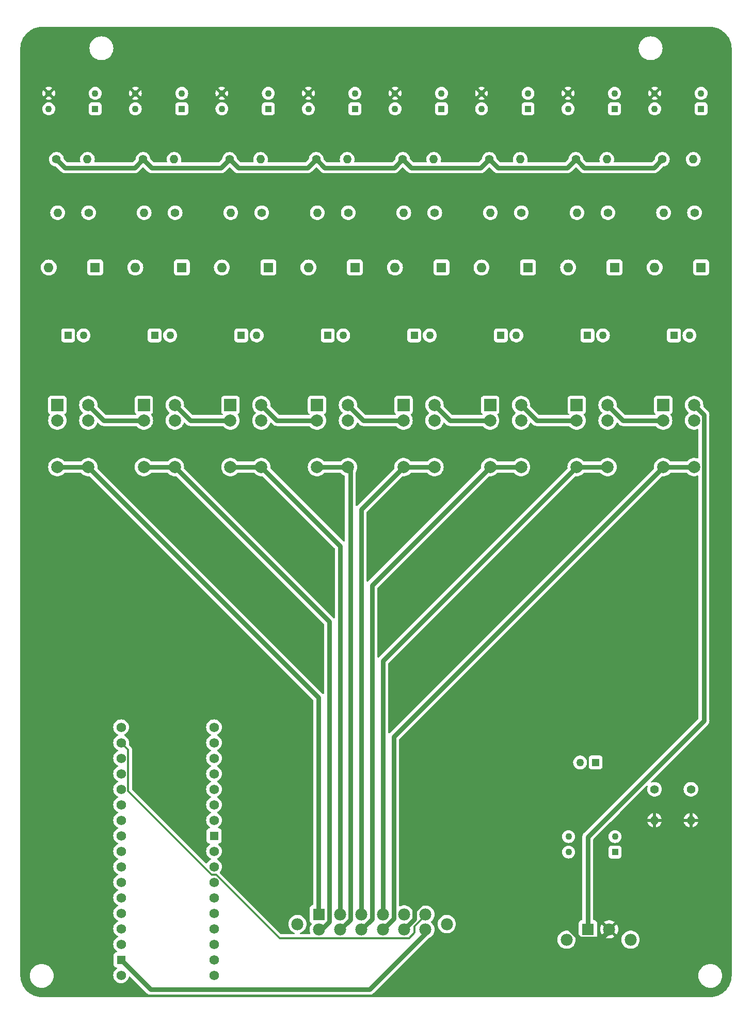
<source format=gbl>
%TF.GenerationSoftware,KiCad,Pcbnew,7.0.10*%
%TF.CreationDate,2024-11-26T20:55:45-08:00*%
%TF.ProjectId,Main_Board,4d61696e-5f42-46f6-9172-642e6b696361,rev?*%
%TF.SameCoordinates,Original*%
%TF.FileFunction,Copper,L2,Bot*%
%TF.FilePolarity,Positive*%
%FSLAX46Y46*%
G04 Gerber Fmt 4.6, Leading zero omitted, Abs format (unit mm)*
G04 Created by KiCad (PCBNEW 7.0.10) date 2024-11-26 20:55:45*
%MOMM*%
%LPD*%
G01*
G04 APERTURE LIST*
%TA.AperFunction,ComponentPad*%
%ADD10C,1.400000*%
%TD*%
%TA.AperFunction,ComponentPad*%
%ADD11O,1.400000X1.400000*%
%TD*%
%TA.AperFunction,ComponentPad*%
%ADD12R,1.270000X1.270000*%
%TD*%
%TA.AperFunction,ComponentPad*%
%ADD13C,1.270000*%
%TD*%
%TA.AperFunction,ComponentPad*%
%ADD14R,1.100000X1.100000*%
%TD*%
%TA.AperFunction,ComponentPad*%
%ADD15C,1.100000*%
%TD*%
%TA.AperFunction,ComponentPad*%
%ADD16R,2.000000X2.000000*%
%TD*%
%TA.AperFunction,ComponentPad*%
%ADD17C,2.000000*%
%TD*%
%TA.AperFunction,ComponentPad*%
%ADD18R,1.600000X1.600000*%
%TD*%
%TA.AperFunction,ComponentPad*%
%ADD19O,1.600000X1.600000*%
%TD*%
%TA.AperFunction,ComponentPad*%
%ADD20C,1.574800*%
%TD*%
%TA.AperFunction,ComponentPad*%
%ADD21R,1.473200X1.473200*%
%TD*%
%TA.AperFunction,ComponentPad*%
%ADD22R,1.981200X1.981200*%
%TD*%
%TA.AperFunction,ComponentPad*%
%ADD23C,1.981200*%
%TD*%
%TA.AperFunction,Conductor*%
%ADD24C,0.800000*%
%TD*%
%TA.AperFunction,Conductor*%
%ADD25C,0.300000*%
%TD*%
%ADD26C,0.350000*%
G04 APERTURE END LIST*
D10*
%TO.P,R33,1*%
%TO.N,/Main_Board/MCU 3.3v*%
X125987250Y-42184550D03*
D11*
%TO.P,R33,2*%
%TO.N,Net-(R33-Pad2)*%
X131067250Y-42184550D03*
%TD*%
D12*
%TO.P,LED9,1*%
%TO.N,Net-(LED9-Pad1)*%
X186022110Y-141024110D03*
D13*
%TO.P,LED9,2*%
%TO.N,+24V*%
X183482110Y-141024110D03*
%TD*%
D12*
%TO.P,LED3,1*%
%TO.N,Net-(LED3-Pad1)*%
X127887250Y-71047110D03*
D13*
%TO.P,LED3,2*%
%TO.N,+24V*%
X130427250Y-71047110D03*
%TD*%
D14*
%TO.P,U2,1*%
%TO.N,Net-(R22-Pad2)*%
X118138750Y-33929550D03*
D15*
%TO.P,U2,2*%
%TO.N,/Main_Board/IO0*%
X118138750Y-31389550D03*
%TO.P,U2,3*%
%TO.N,GND*%
X110518750Y-31389550D03*
%TO.P,U2,4*%
%TO.N,Net-(D2-A)*%
X110518750Y-33929550D03*
%TD*%
D16*
%TO.P,K8,1*%
%TO.N,unconnected-(K8-Pad1)*%
X197112250Y-82458090D03*
D17*
%TO.P,K8,2*%
%TO.N,+24V*%
X197112250Y-84998090D03*
%TO.P,K8,5*%
%TO.N,/Main_Board/S8*%
X197112250Y-92618090D03*
%TO.P,K8,6*%
X202192250Y-92618090D03*
%TO.P,K8,9*%
%TO.N,Net-(D8-A)*%
X202192250Y-84998090D03*
%TO.P,K8,10*%
%TO.N,+24V*%
X202192250Y-82458090D03*
%TD*%
D10*
%TO.P,R7,1*%
%TO.N,Net-(LED7-Pad1)*%
X188045750Y-50947550D03*
D11*
%TO.P,R7,2*%
%TO.N,Net-(D7-A)*%
X182965750Y-50947550D03*
%TD*%
D14*
%TO.P,U1,1*%
%TO.N,Net-(R11-Pad2)*%
X103940250Y-33929550D03*
D15*
%TO.P,U1,2*%
%TO.N,/Main_Board/IO16*%
X103940250Y-31389550D03*
%TO.P,U1,3*%
%TO.N,GND*%
X96320250Y-31389550D03*
%TO.P,U1,4*%
%TO.N,Net-(D1-A)*%
X96320250Y-33929550D03*
%TD*%
D14*
%TO.P,U5,1*%
%TO.N,Net-(R55-Pad2)*%
X160734250Y-33929550D03*
D15*
%TO.P,U5,2*%
%TO.N,/Main_Board/IO4*%
X160734250Y-31389550D03*
%TO.P,U5,3*%
%TO.N,GND*%
X153114250Y-31389550D03*
%TO.P,U5,4*%
%TO.N,Net-(D5-A)*%
X153114250Y-33929550D03*
%TD*%
D10*
%TO.P,R2,1*%
%TO.N,Net-(LED2-Pad1)*%
X117053250Y-50947550D03*
D11*
%TO.P,R2,2*%
%TO.N,Net-(D2-A)*%
X111973250Y-50947550D03*
%TD*%
D18*
%TO.P,D6,1,K*%
%TO.N,+24V*%
X174932750Y-59921130D03*
D19*
%TO.P,D6,2,A*%
%TO.N,Net-(D6-A)*%
X167312750Y-59921130D03*
%TD*%
D10*
%TO.P,R55,1*%
%TO.N,/Main_Board/MCU 3.3v*%
X154384250Y-42184550D03*
D11*
%TO.P,R55,2*%
%TO.N,Net-(R55-Pad2)*%
X159464250Y-42184550D03*
%TD*%
D10*
%TO.P,R5,1*%
%TO.N,Net-(LED5-Pad1)*%
X159648750Y-50947550D03*
D11*
%TO.P,R5,2*%
%TO.N,Net-(D5-A)*%
X154568750Y-50947550D03*
%TD*%
D14*
%TO.P,U8,1*%
%TO.N,Net-(R88-Pad2)*%
X203329750Y-33929550D03*
D15*
%TO.P,U8,2*%
%TO.N,/Main_Board/IO1*%
X203329750Y-31389550D03*
%TO.P,U8,3*%
%TO.N,GND*%
X195709750Y-31389550D03*
%TO.P,U8,4*%
%TO.N,Net-(D8-A)*%
X195709750Y-33929550D03*
%TD*%
D12*
%TO.P,LED8,1*%
%TO.N,Net-(LED8-Pad1)*%
X198879750Y-71047110D03*
D13*
%TO.P,LED8,2*%
%TO.N,+24V*%
X201419750Y-71047110D03*
%TD*%
D10*
%TO.P,R3,1*%
%TO.N,Net-(LED3-Pad1)*%
X131251750Y-50947550D03*
D11*
%TO.P,R3,2*%
%TO.N,Net-(D3-A)*%
X126171750Y-50947550D03*
%TD*%
D10*
%TO.P,R6,1*%
%TO.N,Net-(LED6-Pad1)*%
X173847250Y-50947550D03*
D11*
%TO.P,R6,2*%
%TO.N,Net-(D6-A)*%
X168767250Y-50947550D03*
%TD*%
D18*
%TO.P,D2,1,K*%
%TO.N,+24V*%
X118138750Y-59921130D03*
D19*
%TO.P,D2,2,A*%
%TO.N,Net-(D2-A)*%
X110518750Y-59921130D03*
%TD*%
D18*
%TO.P,D1,1,K*%
%TO.N,+24V*%
X103940250Y-59921130D03*
D19*
%TO.P,D1,2,A*%
%TO.N,Net-(D1-A)*%
X96320250Y-59921130D03*
%TD*%
D20*
%TO.P,U10,1,VBAT*%
%TO.N,unconnected-(U10-VBAT-Pad1)*%
X108188750Y-175915550D03*
D21*
%TO.P,U10,2,GND*%
%TO.N,/Main_Board/MCU GND*%
X108188750Y-173375550D03*
D20*
%TO.P,U10,3,5V*%
%TO.N,unconnected-(U10-5V-Pad3)*%
X108188750Y-170835550D03*
%TO.P,U10,4,3V3*%
%TO.N,/Main_Board/MCU 3.3v*%
X108188750Y-168295550D03*
%TO.P,U10,5,IO1*%
%TO.N,/Main_Board/IO1*%
X108188750Y-165755550D03*
%TO.P,U10,6,IO2*%
%TO.N,/Main_Board/IO2*%
X108188750Y-163215550D03*
%TO.P,U10,7,IO3*%
%TO.N,/Main_Board/IO3*%
X108188750Y-160675550D03*
%TO.P,U10,8,IO4*%
%TO.N,/Main_Board/IO4*%
X108188750Y-158135550D03*
%TO.P,U10,9,IO5*%
%TO.N,/Main_Board/IO5*%
X108188750Y-155595550D03*
%TO.P,U10,10,IO21*%
%TO.N,/Main_Board/IO21*%
X108188750Y-153055550D03*
%TO.P,U10,11,IO0*%
%TO.N,/Main_Board/IO0*%
X108188750Y-150515550D03*
%TO.P,U10,12,LDO2_OUT*%
%TO.N,unconnected-(U10-LDO2_OUT-Pad12)*%
X108188750Y-147975550D03*
%TO.P,U10,13,IO16*%
%TO.N,/Main_Board/IO16*%
X108188750Y-145435550D03*
%TO.P,U10,14,IO15*%
%TO.N,unconnected-(U10-IO15-Pad14)*%
X108188750Y-142895550D03*
%TO.P,U10,15,IO14*%
%TO.N,unconnected-(U10-IO14-Pad15)*%
X108188750Y-140355550D03*
%TO.P,U10,16,IO13*%
%TO.N,/Main_Board/IO13*%
X108188750Y-137815550D03*
%TO.P,U10,17,IO12*%
%TO.N,/Main_Board/IO12*%
X108188750Y-135275550D03*
%TO.P,U10,18,IO42*%
%TO.N,unconnected-(U10-IO42-Pad18)*%
X123428750Y-135275550D03*
%TO.P,U10,19,IO41*%
%TO.N,unconnected-(U10-IO41-Pad19)*%
X123428750Y-137815550D03*
%TO.P,U10,20,IO40*%
%TO.N,unconnected-(U10-IO40-Pad20)*%
X123428750Y-140355550D03*
%TO.P,U10,21,IO39*%
%TO.N,unconnected-(U10-IO39-Pad21)*%
X123428750Y-142895550D03*
%TO.P,U10,22,IO38*%
%TO.N,unconnected-(U10-IO38-Pad22)*%
X123428750Y-145435550D03*
%TO.P,U10,23,RX*%
%TO.N,unconnected-(U10-RX-Pad23)*%
X123428750Y-147975550D03*
%TO.P,U10,24,TX*%
%TO.N,unconnected-(U10-TX-Pad24)*%
X123428750Y-150515550D03*
D21*
%TO.P,U10,25,GND*%
%TO.N,unconnected-(U10-GND-Pad25)*%
X123428750Y-153055550D03*
D20*
%TO.P,U10,26,RST*%
%TO.N,unconnected-(U10-RST-Pad26)*%
X123428750Y-155595550D03*
%TO.P,U10,27,IO6*%
%TO.N,unconnected-(U10-IO6-Pad27)*%
X123428750Y-158135550D03*
%TO.P,U10,28,IO7*%
%TO.N,unconnected-(U10-IO7-Pad28)*%
X123428750Y-160675550D03*
%TO.P,U10,29,IO8*%
%TO.N,unconnected-(U10-IO8-Pad29)*%
X123428750Y-163215550D03*
%TO.P,U10,30,IO9*%
%TO.N,unconnected-(U10-IO9-Pad30)*%
X123428750Y-165755550D03*
%TO.P,U10,31,IO34*%
%TO.N,unconnected-(U10-IO34-Pad31)*%
X123428750Y-168295550D03*
%TO.P,U10,32,IO36*%
%TO.N,unconnected-(U10-IO36-Pad32)*%
X123428750Y-170835550D03*
%TO.P,U10,33,IO37*%
%TO.N,unconnected-(U10-IO37-Pad33)*%
X123428750Y-173375550D03*
%TO.P,U10,34,IO35*%
%TO.N,unconnected-(U10-IO35-Pad34)*%
X123428750Y-175915550D03*
%TD*%
D16*
%TO.P,K5,1*%
%TO.N,unconnected-(K5-Pad1)*%
X154516750Y-82458090D03*
D17*
%TO.P,K5,2*%
%TO.N,+24V*%
X154516750Y-84998090D03*
%TO.P,K5,5*%
%TO.N,/Main_Board/S5*%
X154516750Y-92618090D03*
%TO.P,K5,6*%
X159596750Y-92618090D03*
%TO.P,K5,9*%
%TO.N,Net-(D5-A)*%
X159596750Y-84998090D03*
%TO.P,K5,10*%
%TO.N,+24V*%
X159596750Y-82458090D03*
%TD*%
D16*
%TO.P,K6,1*%
%TO.N,unconnected-(K6-Pad1)*%
X168715250Y-82458090D03*
D17*
%TO.P,K6,2*%
%TO.N,+24V*%
X168715250Y-84998090D03*
%TO.P,K6,5*%
%TO.N,/Main_Board/S6*%
X168715250Y-92618090D03*
%TO.P,K6,6*%
X173795250Y-92618090D03*
%TO.P,K6,9*%
%TO.N,Net-(D6-A)*%
X173795250Y-84998090D03*
%TO.P,K6,10*%
%TO.N,+24V*%
X173795250Y-82458090D03*
%TD*%
D18*
%TO.P,D8,1,K*%
%TO.N,+24V*%
X203329750Y-59921130D03*
D19*
%TO.P,D8,2,A*%
%TO.N,Net-(D8-A)*%
X195709750Y-59921130D03*
%TD*%
D16*
%TO.P,K4,1*%
%TO.N,unconnected-(K4-Pad1)*%
X140318250Y-82458090D03*
D17*
%TO.P,K4,2*%
%TO.N,+24V*%
X140318250Y-84998090D03*
%TO.P,K4,5*%
%TO.N,/Main_Board/S4*%
X140318250Y-92618090D03*
%TO.P,K4,6*%
X145398250Y-92618090D03*
%TO.P,K4,9*%
%TO.N,Net-(D4-A)*%
X145398250Y-84998090D03*
%TO.P,K4,10*%
%TO.N,+24V*%
X145398250Y-82458090D03*
%TD*%
D10*
%TO.P,R77,1*%
%TO.N,/Main_Board/MCU 3.3v*%
X182781250Y-42184550D03*
D11*
%TO.P,R77,2*%
%TO.N,Net-(R77-Pad2)*%
X187861250Y-42184550D03*
%TD*%
D14*
%TO.P,U7,1*%
%TO.N,Net-(R77-Pad2)*%
X189131250Y-33929550D03*
D15*
%TO.P,U7,2*%
%TO.N,/Main_Board/IO2*%
X189131250Y-31389550D03*
%TO.P,U7,3*%
%TO.N,GND*%
X181511250Y-31389550D03*
%TO.P,U7,4*%
%TO.N,Net-(D7-A)*%
X181511250Y-33929550D03*
%TD*%
D14*
%TO.P,U6,1*%
%TO.N,Net-(R66-Pad2)*%
X174932750Y-33929550D03*
D15*
%TO.P,U6,2*%
%TO.N,/Main_Board/IO3*%
X174932750Y-31389550D03*
%TO.P,U6,3*%
%TO.N,GND*%
X167312750Y-31389550D03*
%TO.P,U6,4*%
%TO.N,Net-(D6-A)*%
X167312750Y-33929550D03*
%TD*%
D22*
%TO.P,J10,1,1*%
%TO.N,/Main_Board/S1*%
X140614745Y-165922550D03*
D23*
%TO.P,J10,2,2*%
%TO.N,/Main_Board/S3*%
X144114748Y-165922550D03*
%TO.P,J10,3,3*%
%TO.N,/Main_Board/S5*%
X147614749Y-165922550D03*
%TO.P,J10,4,4*%
%TO.N,/Main_Board/S7*%
X151114750Y-165922550D03*
%TO.P,J10,5,5*%
%TO.N,/Main_Board/MCU 3.3v*%
X154614750Y-165922550D03*
%TO.P,J10,6,6*%
%TO.N,/Main_Board/IO13*%
X158114751Y-165922550D03*
%TO.P,J10,7,7*%
%TO.N,/Main_Board/S2*%
X140614745Y-168422550D03*
%TO.P,J10,8,8*%
%TO.N,/Main_Board/S4*%
X144114748Y-168422550D03*
%TO.P,J10,9,9*%
%TO.N,/Main_Board/S6*%
X147614749Y-168422550D03*
%TO.P,J10,10,10*%
%TO.N,/Main_Board/S8*%
X151114750Y-168422550D03*
%TO.P,J10,11,11*%
%TO.N,GND*%
X154614750Y-168422550D03*
%TO.P,J10,12,12*%
%TO.N,/Main_Board/MCU GND*%
X158114751Y-168422550D03*
%TO.P,J10,13*%
%TO.N,N/C*%
X137114747Y-167522562D03*
%TO.P,J10,14*%
X161614749Y-167522562D03*
%TD*%
D16*
%TO.P,K7,1*%
%TO.N,unconnected-(K7-Pad1)*%
X182913750Y-82458090D03*
D17*
%TO.P,K7,2*%
%TO.N,+24V*%
X182913750Y-84998090D03*
%TO.P,K7,5*%
%TO.N,/Main_Board/S7*%
X182913750Y-92618090D03*
%TO.P,K7,6*%
X187993750Y-92618090D03*
%TO.P,K7,9*%
%TO.N,Net-(D7-A)*%
X187993750Y-84998090D03*
%TO.P,K7,10*%
%TO.N,+24V*%
X187993750Y-82458090D03*
%TD*%
D22*
%TO.P,J12,1,1*%
%TO.N,+24V*%
X184759650Y-168378851D03*
D23*
%TO.P,J12,2,2*%
%TO.N,GND*%
X188259652Y-168378851D03*
%TO.P,J12,3*%
%TO.N,N/C*%
X181259651Y-170078850D03*
%TO.P,J12,4*%
X191759650Y-170078850D03*
%TD*%
D16*
%TO.P,K3,1*%
%TO.N,unconnected-(K3-Pad1)*%
X126119750Y-82458090D03*
D17*
%TO.P,K3,2*%
%TO.N,+24V*%
X126119750Y-84998090D03*
%TO.P,K3,5*%
%TO.N,/Main_Board/S3*%
X126119750Y-92618090D03*
%TO.P,K3,6*%
X131199750Y-92618090D03*
%TO.P,K3,9*%
%TO.N,Net-(D3-A)*%
X131199750Y-84998090D03*
%TO.P,K3,10*%
%TO.N,+24V*%
X131199750Y-82458090D03*
%TD*%
D12*
%TO.P,LED1,1*%
%TO.N,Net-(LED1-Pad1)*%
X99490250Y-71047110D03*
D13*
%TO.P,LED1,2*%
%TO.N,+24V*%
X102030250Y-71047110D03*
%TD*%
D12*
%TO.P,LED4,1*%
%TO.N,Net-(LED4-Pad1)*%
X142085750Y-71047110D03*
D13*
%TO.P,LED4,2*%
%TO.N,+24V*%
X144625750Y-71047110D03*
%TD*%
D12*
%TO.P,LED2,1*%
%TO.N,Net-(LED2-Pad1)*%
X113688750Y-71047110D03*
D13*
%TO.P,LED2,2*%
%TO.N,+24V*%
X116228750Y-71047110D03*
%TD*%
D18*
%TO.P,D4,1,K*%
%TO.N,+24V*%
X146535750Y-59921130D03*
D19*
%TO.P,D4,2,A*%
%TO.N,Net-(D4-A)*%
X138915750Y-59921130D03*
%TD*%
D14*
%TO.P,U3,1*%
%TO.N,Net-(R33-Pad2)*%
X132337250Y-33929550D03*
D15*
%TO.P,U3,2*%
%TO.N,/Main_Board/IO21*%
X132337250Y-31389550D03*
%TO.P,U3,3*%
%TO.N,GND*%
X124717250Y-31389550D03*
%TO.P,U3,4*%
%TO.N,Net-(D3-A)*%
X124717250Y-33929550D03*
%TD*%
D12*
%TO.P,LED5,1*%
%TO.N,Net-(LED5-Pad1)*%
X156284250Y-71047110D03*
D13*
%TO.P,LED5,2*%
%TO.N,+24V*%
X158824250Y-71047110D03*
%TD*%
D14*
%TO.P,U4,1*%
%TO.N,Net-(R44-Pad2)*%
X146535750Y-33929550D03*
D15*
%TO.P,U4,2*%
%TO.N,/Main_Board/IO5*%
X146535750Y-31389550D03*
%TO.P,U4,3*%
%TO.N,GND*%
X138915750Y-31389550D03*
%TO.P,U4,4*%
%TO.N,Net-(D4-A)*%
X138915750Y-33929550D03*
%TD*%
D10*
%TO.P,R66,1*%
%TO.N,/Main_Board/MCU 3.3v*%
X168582750Y-42184550D03*
D11*
%TO.P,R66,2*%
%TO.N,Net-(R66-Pad2)*%
X173662750Y-42184550D03*
%TD*%
D10*
%TO.P,R8,1*%
%TO.N,Net-(LED8-Pad1)*%
X202244250Y-50947550D03*
D11*
%TO.P,R8,2*%
%TO.N,Net-(D8-A)*%
X197164250Y-50947550D03*
%TD*%
D18*
%TO.P,D5,1,K*%
%TO.N,+24V*%
X160734250Y-59921130D03*
D19*
%TO.P,D5,2,A*%
%TO.N,Net-(D5-A)*%
X153114250Y-59921130D03*
%TD*%
D10*
%TO.P,R11,1*%
%TO.N,/Main_Board/MCU 3.3v*%
X97590250Y-42184550D03*
D11*
%TO.P,R11,2*%
%TO.N,Net-(R11-Pad2)*%
X102670250Y-42184550D03*
%TD*%
D12*
%TO.P,LED7,1*%
%TO.N,Net-(LED7-Pad1)*%
X184681250Y-71047110D03*
D13*
%TO.P,LED7,2*%
%TO.N,+24V*%
X187221250Y-71047110D03*
%TD*%
D10*
%TO.P,R99,1*%
%TO.N,Net-(R99-Pad1)*%
X195691750Y-145435550D03*
D11*
%TO.P,R99,2*%
%TO.N,GND*%
X195691750Y-150515550D03*
%TD*%
D12*
%TO.P,LED6,1*%
%TO.N,Net-(LED6-Pad1)*%
X170482750Y-71047110D03*
D13*
%TO.P,LED6,2*%
%TO.N,+24V*%
X173022750Y-71047110D03*
%TD*%
D18*
%TO.P,D7,1,K*%
%TO.N,+24V*%
X189131250Y-59921130D03*
D19*
%TO.P,D7,2,A*%
%TO.N,Net-(D7-A)*%
X181511250Y-59921130D03*
%TD*%
D16*
%TO.P,K1,1*%
%TO.N,unconnected-(K1-Pad1)*%
X97722750Y-82458090D03*
D17*
%TO.P,K1,2*%
%TO.N,+24V*%
X97722750Y-84998090D03*
%TO.P,K1,5*%
%TO.N,/Main_Board/S1*%
X97722750Y-92618090D03*
%TO.P,K1,6*%
X102802750Y-92618090D03*
%TO.P,K1,9*%
%TO.N,Net-(D1-A)*%
X102802750Y-84998090D03*
%TO.P,K1,10*%
%TO.N,+24V*%
X102802750Y-82458090D03*
%TD*%
D10*
%TO.P,R1,1*%
%TO.N,Net-(LED1-Pad1)*%
X102854750Y-50947550D03*
D11*
%TO.P,R1,2*%
%TO.N,Net-(D1-A)*%
X97774750Y-50947550D03*
%TD*%
D10*
%TO.P,R22,1*%
%TO.N,/Main_Board/MCU 3.3v*%
X111788750Y-42184550D03*
D11*
%TO.P,R22,2*%
%TO.N,Net-(R22-Pad2)*%
X116868750Y-42184550D03*
%TD*%
D10*
%TO.P,R9,1*%
%TO.N,Net-(LED9-Pad1)*%
X201660750Y-145435550D03*
D11*
%TO.P,R9,2*%
%TO.N,GND*%
X201660750Y-150515550D03*
%TD*%
D10*
%TO.P,R4,1*%
%TO.N,Net-(LED4-Pad1)*%
X145450250Y-50947550D03*
D11*
%TO.P,R4,2*%
%TO.N,Net-(D4-A)*%
X140370250Y-50947550D03*
%TD*%
D10*
%TO.P,R88,1*%
%TO.N,/Main_Board/MCU 3.3v*%
X196979750Y-42184550D03*
D11*
%TO.P,R88,2*%
%TO.N,Net-(R88-Pad2)*%
X202059750Y-42184550D03*
%TD*%
D16*
%TO.P,K2,1*%
%TO.N,unconnected-(K2-Pad1)*%
X111921250Y-82458090D03*
D17*
%TO.P,K2,2*%
%TO.N,+24V*%
X111921250Y-84998090D03*
%TO.P,K2,5*%
%TO.N,/Main_Board/S2*%
X111921250Y-92618090D03*
%TO.P,K2,6*%
X117001250Y-92618090D03*
%TO.P,K2,9*%
%TO.N,Net-(D2-A)*%
X117001250Y-84998090D03*
%TO.P,K2,10*%
%TO.N,+24V*%
X117001250Y-82458090D03*
%TD*%
D18*
%TO.P,D3,1,K*%
%TO.N,+24V*%
X132337250Y-59921130D03*
D19*
%TO.P,D3,2,A*%
%TO.N,Net-(D3-A)*%
X124717250Y-59921130D03*
%TD*%
D14*
%TO.P,U9,1*%
%TO.N,+24V*%
X189214750Y-155722550D03*
D15*
%TO.P,U9,2*%
%TO.N,Net-(R99-Pad1)*%
X189214750Y-153182550D03*
%TO.P,U9,3*%
%TO.N,/Main_Board/IO12*%
X181594750Y-153182550D03*
%TO.P,U9,4*%
%TO.N,/Main_Board/MCU 3.3v*%
X181594750Y-155722550D03*
%TD*%
D10*
%TO.P,R44,1*%
%TO.N,/Main_Board/MCU 3.3v*%
X140185750Y-42184550D03*
D11*
%TO.P,R44,2*%
%TO.N,Net-(R44-Pad2)*%
X145265750Y-42184550D03*
%TD*%
D24*
%TO.N,+24V*%
X131199750Y-82458090D02*
X133739750Y-84998090D01*
X202192250Y-82458090D02*
X203792250Y-84058090D01*
X187993750Y-82458090D02*
X190533750Y-84998090D01*
X203792250Y-134175970D02*
X184742010Y-153226210D01*
X119541250Y-84998090D02*
X126119750Y-84998090D01*
X190533750Y-84998090D02*
X197112250Y-84998090D01*
X117001250Y-82458090D02*
X119541250Y-84998090D01*
X159596750Y-82458090D02*
X162136750Y-84998090D01*
X176335250Y-84998090D02*
X182913750Y-84998090D01*
X105342750Y-84998090D02*
X111921250Y-84998090D01*
X162136750Y-84998090D02*
X168715250Y-84998090D01*
X147938250Y-84998090D02*
X154516750Y-84998090D01*
X102802750Y-82458090D02*
X105342750Y-84998090D01*
X173795250Y-82458090D02*
X176335250Y-84998090D01*
X133739750Y-84998090D02*
X140318250Y-84998090D01*
X145398250Y-82458090D02*
X147938250Y-84998090D01*
X203792250Y-84058090D02*
X203792250Y-134175970D01*
X184742010Y-153226210D02*
X184742010Y-168666411D01*
%TO.N,GND*%
X201516110Y-150549110D02*
X201643110Y-150422110D01*
X156321750Y-166715550D02*
X156321750Y-165247550D01*
X156321750Y-165247550D02*
X157464750Y-164104550D01*
X177534800Y-164104550D02*
X183399701Y-169969451D01*
X183399701Y-169969451D02*
X186921769Y-169969451D01*
X186921769Y-169969451D02*
X188242012Y-168649208D01*
X157464750Y-164104550D02*
X177534800Y-164104550D01*
X154614750Y-168422550D02*
X156321750Y-166715550D01*
%TO.N,/Main_Board/S1*%
X102802750Y-92618090D02*
X97722750Y-92618090D01*
X140573750Y-165881555D02*
X140573750Y-130389090D01*
X140614745Y-165922550D02*
X140573750Y-165881555D01*
X140573750Y-130389090D02*
X102802750Y-92618090D01*
%TO.N,/Main_Board/S3*%
X131199750Y-92618090D02*
X126119750Y-92618090D01*
X131199750Y-92618090D02*
X126119750Y-92618090D01*
X144129750Y-105548090D02*
X131199750Y-92618090D01*
X144129750Y-165907548D02*
X144129750Y-105548090D01*
X131199750Y-92618090D02*
X126119750Y-92618090D01*
X144114748Y-165922550D02*
X144129750Y-165907548D01*
X131199750Y-92618090D02*
X126119750Y-92618090D01*
%TO.N,/Main_Board/S5*%
X159596750Y-92618090D02*
X154516750Y-92618090D01*
X159596750Y-92618090D02*
X154516750Y-92618090D01*
X147558750Y-165866551D02*
X147558750Y-99576090D01*
X147558750Y-99576090D02*
X154516750Y-92618090D01*
X159596750Y-92618090D02*
X154516750Y-92618090D01*
X147614749Y-165922550D02*
X147558750Y-165866551D01*
X159596750Y-92618090D02*
X154516750Y-92618090D01*
%TO.N,/Main_Board/S7*%
X187993750Y-92618090D02*
X182913750Y-92618090D01*
X151114750Y-124417090D02*
X182913750Y-92618090D01*
X187993750Y-92618090D02*
X182913750Y-92618090D01*
X187993750Y-92618090D02*
X182913750Y-92618090D01*
X151114750Y-165922550D02*
X151114750Y-124417090D01*
X187993750Y-92618090D02*
X182913750Y-92618090D01*
%TO.N,/Main_Board/MCU 3.3v*%
X181370470Y-43581550D02*
X182781250Y-42170770D01*
X140185750Y-42170770D02*
X141596530Y-43581550D01*
X168582750Y-42170770D02*
X169993530Y-43581550D01*
X127398030Y-43581550D02*
X138774970Y-43581550D01*
X99001030Y-43581550D02*
X110377970Y-43581550D01*
X111788750Y-42170770D02*
X113199530Y-43581550D01*
X97590250Y-42170770D02*
X99001030Y-43581550D01*
X125987250Y-42170770D02*
X127398030Y-43581550D01*
X113199530Y-43581550D02*
X124576470Y-43581550D01*
X138774970Y-43581550D02*
X140185750Y-42170770D01*
X154384250Y-42170770D02*
X155795030Y-43581550D01*
X110377970Y-43581550D02*
X111788750Y-42170770D01*
X168582750Y-42170770D02*
X169993530Y-43581550D01*
X154384250Y-42170770D02*
X155795030Y-43581550D01*
X195568970Y-43581550D02*
X196979750Y-42170770D01*
X184192030Y-43581550D02*
X195568970Y-43581550D01*
X125987250Y-42170770D02*
X127398030Y-43581550D01*
X152973470Y-43581550D02*
X154384250Y-42170770D01*
X111788750Y-42170770D02*
X113199530Y-43581550D01*
X169993530Y-43581550D02*
X181370470Y-43581550D01*
X124576470Y-43581550D02*
X125987250Y-42170770D01*
X141596530Y-43581550D02*
X152973470Y-43581550D01*
X140185750Y-42170770D02*
X141596530Y-43581550D01*
X155795030Y-43581550D02*
X167171970Y-43581550D01*
X167171970Y-43581550D02*
X168582750Y-42170770D01*
X182781250Y-42170770D02*
X184192030Y-43581550D01*
X182781250Y-42170770D02*
X184192030Y-43581550D01*
X111788750Y-42170770D02*
X113199530Y-43581550D01*
D25*
%TO.N,/Main_Board/IO13*%
X134181277Y-169819550D02*
X123767277Y-159405550D01*
X158114751Y-165922550D02*
X158114751Y-166121549D01*
X109331750Y-138958550D02*
X108188750Y-137815550D01*
X156321750Y-168930550D02*
X155432750Y-169819550D01*
X123767277Y-159405550D02*
X123047750Y-159405550D01*
X155432750Y-169819550D02*
X134181277Y-169819550D01*
X158114751Y-166121549D02*
X156321750Y-167914550D01*
X123047750Y-159405550D02*
X109331750Y-145689550D01*
X109331750Y-145689550D02*
X109331750Y-138958550D01*
X156321750Y-167914550D02*
X156321750Y-168930550D01*
D24*
%TO.N,/Main_Board/S2*%
X142351750Y-117968590D02*
X142351750Y-167152550D01*
X117001250Y-92618090D02*
X142351750Y-117968590D01*
X117001250Y-92618090D02*
X111921250Y-92618090D01*
X117001250Y-92618090D02*
X111921250Y-92618090D01*
X117001250Y-92618090D02*
X111921250Y-92618090D01*
X142351750Y-167152550D02*
X141081750Y-168422550D01*
X117001250Y-92618090D02*
X111921250Y-92618090D01*
X141081750Y-168422550D02*
X140614745Y-168422550D01*
%TO.N,/Main_Board/S4*%
X145398250Y-92618090D02*
X145780750Y-93000590D01*
X145398250Y-92618090D02*
X140318250Y-92618090D01*
X145780750Y-93000590D02*
X145780750Y-166756548D01*
X145398250Y-92618090D02*
X140318250Y-92618090D01*
X145780750Y-166756548D02*
X144114748Y-168422550D01*
X145398250Y-92618090D02*
X140318250Y-92618090D01*
X145398250Y-92618090D02*
X140318250Y-92618090D01*
%TO.N,/Main_Board/S6*%
X173795250Y-92618090D02*
X168715250Y-92618090D01*
X149336750Y-166700549D02*
X147614749Y-168422550D01*
X173795250Y-92618090D02*
X168715250Y-92618090D01*
X173795250Y-92618090D02*
X168715250Y-92618090D01*
X168715250Y-92618090D02*
X149336750Y-111996590D01*
X149336750Y-111996590D02*
X149336750Y-166700549D01*
X173795250Y-92618090D02*
X168715250Y-92618090D01*
%TO.N,/Main_Board/S8*%
X202192250Y-92618090D02*
X197112250Y-92618090D01*
X152892750Y-166644550D02*
X151114750Y-168422550D01*
X202192250Y-92618090D02*
X197112250Y-92618090D01*
X152892750Y-136837590D02*
X152892750Y-166644550D01*
X202192250Y-92618090D02*
X197112250Y-92618090D01*
X202192250Y-92618090D02*
X197112250Y-92618090D01*
X197112250Y-92618090D02*
X152892750Y-136837590D01*
%TO.N,/Main_Board/MCU GND*%
X108188750Y-173375550D02*
X113014750Y-178201550D01*
X113014750Y-178201550D02*
X148955750Y-178201550D01*
X158114751Y-169042549D02*
X158114751Y-168422550D01*
X148955750Y-178201550D02*
X158114751Y-169042549D01*
%TD*%
%TA.AperFunction,Conductor*%
%TO.N,GND*%
G36*
X204785927Y-20497759D02*
G01*
X204822495Y-20499554D01*
X205125713Y-20514446D01*
X205137809Y-20515638D01*
X205471303Y-20565102D01*
X205483221Y-20567472D01*
X205810258Y-20649388D01*
X205821899Y-20652919D01*
X206139328Y-20766494D01*
X206150571Y-20771151D01*
X206455330Y-20915288D01*
X206466062Y-20921024D01*
X206755234Y-21094346D01*
X206765352Y-21101107D01*
X206875529Y-21182819D01*
X207036139Y-21301935D01*
X207045538Y-21309647D01*
X207295348Y-21536062D01*
X207303937Y-21544651D01*
X207499048Y-21759923D01*
X207530348Y-21794457D01*
X207538068Y-21803864D01*
X207738892Y-22074647D01*
X207745653Y-22084765D01*
X207918975Y-22373937D01*
X207924711Y-22384669D01*
X208068848Y-22689428D01*
X208073505Y-22700671D01*
X208187080Y-23018100D01*
X208190612Y-23029744D01*
X208272524Y-23356767D01*
X208274898Y-23368703D01*
X208324360Y-23702182D01*
X208325553Y-23714292D01*
X208342241Y-24054072D01*
X208342390Y-24060155D01*
X208342390Y-175939844D01*
X208342241Y-175945927D01*
X208325553Y-176285707D01*
X208324360Y-176297817D01*
X208274898Y-176631296D01*
X208272524Y-176643232D01*
X208190612Y-176970255D01*
X208187080Y-176981899D01*
X208073505Y-177299328D01*
X208068848Y-177310571D01*
X207924711Y-177615330D01*
X207918975Y-177626062D01*
X207745653Y-177915234D01*
X207738892Y-177925352D01*
X207538068Y-178196135D01*
X207530348Y-178205542D01*
X207303945Y-178455340D01*
X207295340Y-178463945D01*
X207045542Y-178690348D01*
X207036135Y-178698068D01*
X206765352Y-178898892D01*
X206755234Y-178905653D01*
X206466062Y-179078975D01*
X206455330Y-179084711D01*
X206150571Y-179228848D01*
X206139328Y-179233505D01*
X205821899Y-179347080D01*
X205810255Y-179350612D01*
X205483232Y-179432524D01*
X205471296Y-179434898D01*
X205137817Y-179484360D01*
X205125707Y-179485553D01*
X204785928Y-179502241D01*
X204779845Y-179502390D01*
X95220166Y-179502390D01*
X95214081Y-179502241D01*
X95203547Y-179501723D01*
X94874305Y-179485545D01*
X94862195Y-179484352D01*
X94528715Y-179434882D01*
X94516781Y-179432508D01*
X94189753Y-179350590D01*
X94178108Y-179347057D01*
X93860688Y-179233480D01*
X93849446Y-179228823D01*
X93544692Y-179084683D01*
X93533960Y-179078947D01*
X93244797Y-178905628D01*
X93234679Y-178898868D01*
X92963886Y-178698034D01*
X92954480Y-178690314D01*
X92916850Y-178656208D01*
X92704681Y-178463909D01*
X92696090Y-178455318D01*
X92469685Y-178205519D01*
X92461965Y-178196113D01*
X92270882Y-177938468D01*
X92261129Y-177925317D01*
X92254371Y-177915202D01*
X92081048Y-177626033D01*
X92075316Y-177615307D01*
X91931171Y-177310542D01*
X91926523Y-177299322D01*
X91812939Y-176981881D01*
X91809412Y-176970255D01*
X91727490Y-176643214D01*
X91725117Y-176631284D01*
X91675647Y-176297804D01*
X91674454Y-176285693D01*
X91660558Y-176002891D01*
X93201628Y-176002891D01*
X93221532Y-176281189D01*
X93280837Y-176553806D01*
X93280839Y-176553813D01*
X93332669Y-176692776D01*
X93378341Y-176815228D01*
X93378343Y-176815232D01*
X93512050Y-177060097D01*
X93512055Y-177060105D01*
X93679248Y-177283450D01*
X93679264Y-177283468D01*
X93876531Y-177480735D01*
X93876549Y-177480751D01*
X94099894Y-177647944D01*
X94099902Y-177647949D01*
X94344767Y-177781656D01*
X94344771Y-177781658D01*
X94344773Y-177781659D01*
X94606187Y-177879161D01*
X94742501Y-177908814D01*
X94878810Y-177938467D01*
X94878812Y-177938467D01*
X94878816Y-177938468D01*
X95126124Y-177956155D01*
X95157109Y-177958372D01*
X95157110Y-177958372D01*
X95157111Y-177958372D01*
X95184991Y-177956377D01*
X95435404Y-177938468D01*
X95708033Y-177879161D01*
X95969447Y-177781659D01*
X96214323Y-177647946D01*
X96437678Y-177480745D01*
X96634965Y-177283458D01*
X96802166Y-177060103D01*
X96935879Y-176815227D01*
X97033381Y-176553813D01*
X97089073Y-176297804D01*
X97092687Y-176281189D01*
X97092687Y-176281188D01*
X97092688Y-176281184D01*
X97112592Y-176002890D01*
X97092688Y-175724596D01*
X97085391Y-175691054D01*
X97038039Y-175473380D01*
X97033381Y-175451967D01*
X96935879Y-175190553D01*
X96893307Y-175112589D01*
X96802169Y-174945682D01*
X96802164Y-174945674D01*
X96634971Y-174722329D01*
X96634955Y-174722311D01*
X96437688Y-174525044D01*
X96437670Y-174525028D01*
X96214325Y-174357835D01*
X96214317Y-174357830D01*
X95969452Y-174224123D01*
X95969448Y-174224121D01*
X95870340Y-174187156D01*
X95708033Y-174126619D01*
X95708029Y-174126618D01*
X95708026Y-174126617D01*
X95435409Y-174067312D01*
X95157111Y-174047408D01*
X95157109Y-174047408D01*
X94878810Y-174067312D01*
X94606193Y-174126617D01*
X94606188Y-174126618D01*
X94606187Y-174126619D01*
X94542985Y-174150191D01*
X94344771Y-174224121D01*
X94344767Y-174224123D01*
X94099902Y-174357830D01*
X94099894Y-174357835D01*
X93876549Y-174525028D01*
X93876531Y-174525044D01*
X93679264Y-174722311D01*
X93679248Y-174722329D01*
X93512055Y-174945674D01*
X93512050Y-174945682D01*
X93378343Y-175190547D01*
X93378341Y-175190551D01*
X93280837Y-175451973D01*
X93221532Y-175724590D01*
X93201628Y-176002888D01*
X93201628Y-176002891D01*
X91660558Y-176002891D01*
X91657759Y-175945919D01*
X91657610Y-175939834D01*
X91657610Y-92618095D01*
X96217107Y-92618095D01*
X96237640Y-92865902D01*
X96237642Y-92865914D01*
X96298686Y-93106971D01*
X96398576Y-93334696D01*
X96534583Y-93542872D01*
X96534586Y-93542875D01*
X96703006Y-93725828D01*
X96899241Y-93878564D01*
X97117940Y-93996918D01*
X97353136Y-94077661D01*
X97598415Y-94118590D01*
X97847085Y-94118590D01*
X98092364Y-94077661D01*
X98327560Y-93996918D01*
X98546259Y-93878564D01*
X98742494Y-93725828D01*
X98896432Y-93558606D01*
X98956318Y-93522617D01*
X98987661Y-93518590D01*
X101537839Y-93518590D01*
X101604878Y-93538275D01*
X101629065Y-93558604D01*
X101783006Y-93725828D01*
X101979241Y-93878564D01*
X102197940Y-93996918D01*
X102433136Y-94077661D01*
X102678415Y-94118590D01*
X102927086Y-94118590D01*
X102934711Y-94117317D01*
X102952109Y-94114414D01*
X103021474Y-94122794D01*
X103060202Y-94149041D01*
X139636931Y-130725770D01*
X139670416Y-130787093D01*
X139673250Y-130813451D01*
X139673250Y-164309641D01*
X139653565Y-164376680D01*
X139600761Y-164422435D01*
X139562504Y-164432931D01*
X139516661Y-164437859D01*
X139381816Y-164488152D01*
X139381809Y-164488156D01*
X139266600Y-164574402D01*
X139266597Y-164574405D01*
X139180351Y-164689614D01*
X139180347Y-164689621D01*
X139130053Y-164824467D01*
X139123646Y-164884066D01*
X139123645Y-164884085D01*
X139123645Y-166961020D01*
X139123646Y-166961026D01*
X139130053Y-167020633D01*
X139180347Y-167155478D01*
X139180351Y-167155485D01*
X139266597Y-167270694D01*
X139266600Y-167270697D01*
X139388083Y-167361640D01*
X139429954Y-167417574D01*
X139434938Y-167487265D01*
X139417581Y-167528727D01*
X139298867Y-167710433D01*
X139199603Y-167936730D01*
X139138941Y-168176278D01*
X139138939Y-168176289D01*
X139118535Y-168422543D01*
X139118535Y-168422556D01*
X139138939Y-168668810D01*
X139138941Y-168668821D01*
X139199603Y-168908369D01*
X139237709Y-168995240D01*
X139246612Y-169064540D01*
X139216635Y-169127652D01*
X139157296Y-169164539D01*
X139124153Y-169169050D01*
X137654028Y-169169050D01*
X137586989Y-169149365D01*
X137541234Y-169096561D01*
X137531290Y-169027403D01*
X137560315Y-168963847D01*
X137613765Y-168927769D01*
X137670743Y-168908208D01*
X137715768Y-168892751D01*
X137933096Y-168775139D01*
X138128102Y-168623359D01*
X138295467Y-168441553D01*
X138430624Y-168234679D01*
X138529888Y-168008381D01*
X138590551Y-167768830D01*
X138595390Y-167710433D01*
X138610957Y-167522568D01*
X138610957Y-167522555D01*
X138590552Y-167276301D01*
X138590550Y-167276290D01*
X138529888Y-167036742D01*
X138430624Y-166810445D01*
X138295466Y-166603569D01*
X138128105Y-166421768D01*
X138128095Y-166421759D01*
X137933099Y-166269987D01*
X137933090Y-166269981D01*
X137715774Y-166152376D01*
X137715771Y-166152374D01*
X137715768Y-166152373D01*
X137715765Y-166152372D01*
X137715763Y-166152371D01*
X137482047Y-166072136D01*
X137319550Y-166045020D01*
X137238303Y-166031462D01*
X136991191Y-166031462D01*
X136930255Y-166041630D01*
X136747446Y-166072136D01*
X136513730Y-166152371D01*
X136513719Y-166152376D01*
X136296403Y-166269981D01*
X136296394Y-166269987D01*
X136101398Y-166421759D01*
X136101388Y-166421768D01*
X135934027Y-166603569D01*
X135798869Y-166810445D01*
X135699605Y-167036742D01*
X135638943Y-167276290D01*
X135638941Y-167276301D01*
X135618537Y-167522555D01*
X135618537Y-167522568D01*
X135638941Y-167768822D01*
X135638943Y-167768833D01*
X135699605Y-168008381D01*
X135798869Y-168234678D01*
X135934027Y-168441554D01*
X136101388Y-168623355D01*
X136101398Y-168623364D01*
X136241492Y-168732404D01*
X136296398Y-168775139D01*
X136296400Y-168775140D01*
X136296403Y-168775142D01*
X136330062Y-168793357D01*
X136513726Y-168892751D01*
X136558739Y-168908204D01*
X136615729Y-168927769D01*
X136672744Y-168968155D01*
X136698875Y-169032954D01*
X136685823Y-169101594D01*
X136637735Y-169152282D01*
X136575466Y-169169050D01*
X134502085Y-169169050D01*
X134435046Y-169149365D01*
X134414404Y-169132731D01*
X124421351Y-159139678D01*
X124387866Y-159078355D01*
X124392850Y-159008663D01*
X124416681Y-158971593D01*
X124415627Y-158970709D01*
X124419104Y-158966564D01*
X124419108Y-158966559D01*
X124548365Y-158781960D01*
X124643603Y-158577720D01*
X124701929Y-158360046D01*
X124721570Y-158135550D01*
X124701929Y-157911054D01*
X124643603Y-157693380D01*
X124548365Y-157489140D01*
X124419108Y-157304541D01*
X124419106Y-157304538D01*
X124259761Y-157145193D01*
X124075160Y-157015935D01*
X124075154Y-157015932D01*
X123993662Y-156977932D01*
X123941222Y-156931760D01*
X123922070Y-156864567D01*
X123942285Y-156797685D01*
X123993662Y-156753168D01*
X124004948Y-156747904D01*
X124075160Y-156715165D01*
X124259759Y-156585908D01*
X124419108Y-156426559D01*
X124548365Y-156241960D01*
X124643603Y-156037720D01*
X124701929Y-155820046D01*
X124721570Y-155595550D01*
X124701929Y-155371054D01*
X124643603Y-155153380D01*
X124630222Y-155124685D01*
X124560955Y-154976140D01*
X124548365Y-154949140D01*
X124419108Y-154764541D01*
X124419106Y-154764538D01*
X124259761Y-154605193D01*
X124135555Y-154518224D01*
X124091930Y-154463648D01*
X124084736Y-154394149D01*
X124116259Y-154331794D01*
X124176488Y-154296380D01*
X124206677Y-154292649D01*
X124213222Y-154292649D01*
X124272833Y-154286241D01*
X124407681Y-154235946D01*
X124522896Y-154149696D01*
X124609146Y-154034481D01*
X124659441Y-153899633D01*
X124665850Y-153840023D01*
X124665849Y-152271078D01*
X124659441Y-152211467D01*
X124635489Y-152147249D01*
X124609147Y-152076621D01*
X124609143Y-152076614D01*
X124522897Y-151961405D01*
X124522894Y-151961402D01*
X124407685Y-151875156D01*
X124407678Y-151875152D01*
X124272832Y-151824858D01*
X124272833Y-151824858D01*
X124213233Y-151818451D01*
X124213231Y-151818450D01*
X124213223Y-151818450D01*
X124213215Y-151818450D01*
X124206679Y-151818450D01*
X124139640Y-151798765D01*
X124093885Y-151745961D01*
X124083941Y-151676803D01*
X124112966Y-151613247D01*
X124135553Y-151592877D01*
X124259759Y-151505908D01*
X124419108Y-151346559D01*
X124548365Y-151161960D01*
X124643603Y-150957720D01*
X124701929Y-150740046D01*
X124721570Y-150515550D01*
X124701929Y-150291054D01*
X124643603Y-150073380D01*
X124548365Y-149869140D01*
X124419108Y-149684541D01*
X124419106Y-149684538D01*
X124259761Y-149525193D01*
X124075160Y-149395935D01*
X124075154Y-149395932D01*
X123993662Y-149357932D01*
X123941222Y-149311760D01*
X123922070Y-149244567D01*
X123942285Y-149177685D01*
X123993662Y-149133168D01*
X124004948Y-149127904D01*
X124075160Y-149095165D01*
X124259759Y-148965908D01*
X124419108Y-148806559D01*
X124548365Y-148621960D01*
X124643603Y-148417720D01*
X124701929Y-148200046D01*
X124721570Y-147975550D01*
X124701929Y-147751054D01*
X124643603Y-147533380D01*
X124548365Y-147329140D01*
X124419108Y-147144541D01*
X124419106Y-147144538D01*
X124259761Y-146985193D01*
X124075160Y-146855935D01*
X124075154Y-146855932D01*
X123993662Y-146817932D01*
X123941222Y-146771760D01*
X123922070Y-146704567D01*
X123942285Y-146637685D01*
X123993662Y-146593168D01*
X124004948Y-146587904D01*
X124075160Y-146555165D01*
X124259759Y-146425908D01*
X124419108Y-146266559D01*
X124548365Y-146081960D01*
X124643603Y-145877720D01*
X124701929Y-145660046D01*
X124721570Y-145435550D01*
X124701929Y-145211054D01*
X124643603Y-144993380D01*
X124548365Y-144789140D01*
X124419108Y-144604541D01*
X124419106Y-144604538D01*
X124259761Y-144445193D01*
X124075160Y-144315935D01*
X124075154Y-144315932D01*
X123993662Y-144277932D01*
X123941222Y-144231760D01*
X123922070Y-144164567D01*
X123942285Y-144097685D01*
X123993662Y-144053168D01*
X124004948Y-144047904D01*
X124075160Y-144015165D01*
X124259759Y-143885908D01*
X124419108Y-143726559D01*
X124548365Y-143541960D01*
X124643603Y-143337720D01*
X124701929Y-143120046D01*
X124721570Y-142895550D01*
X124701929Y-142671054D01*
X124643603Y-142453380D01*
X124548365Y-142249140D01*
X124419108Y-142064541D01*
X124419106Y-142064538D01*
X124259761Y-141905193D01*
X124075160Y-141775935D01*
X124075154Y-141775932D01*
X123993662Y-141737932D01*
X123941222Y-141691760D01*
X123922070Y-141624567D01*
X123942285Y-141557685D01*
X123993662Y-141513168D01*
X124004948Y-141507904D01*
X124075160Y-141475165D01*
X124259759Y-141345908D01*
X124419108Y-141186559D01*
X124548365Y-141001960D01*
X124643603Y-140797720D01*
X124701929Y-140580046D01*
X124721570Y-140355550D01*
X124720318Y-140341245D01*
X124717641Y-140310650D01*
X124701929Y-140131054D01*
X124643603Y-139913380D01*
X124548365Y-139709140D01*
X124419108Y-139524541D01*
X124419106Y-139524538D01*
X124259761Y-139365193D01*
X124075160Y-139235935D01*
X124075154Y-139235932D01*
X123993662Y-139197932D01*
X123941222Y-139151760D01*
X123922070Y-139084567D01*
X123942285Y-139017685D01*
X123993662Y-138973168D01*
X124004948Y-138967904D01*
X124075160Y-138935165D01*
X124259759Y-138805908D01*
X124419108Y-138646559D01*
X124548365Y-138461960D01*
X124643603Y-138257720D01*
X124701929Y-138040046D01*
X124721570Y-137815550D01*
X124701929Y-137591054D01*
X124643603Y-137373380D01*
X124548365Y-137169140D01*
X124419108Y-136984541D01*
X124419106Y-136984538D01*
X124259761Y-136825193D01*
X124075160Y-136695935D01*
X124075154Y-136695932D01*
X123993662Y-136657932D01*
X123941222Y-136611760D01*
X123922070Y-136544567D01*
X123942285Y-136477685D01*
X123993662Y-136433168D01*
X124004948Y-136427904D01*
X124075160Y-136395165D01*
X124259759Y-136265908D01*
X124419108Y-136106559D01*
X124548365Y-135921960D01*
X124643603Y-135717720D01*
X124701929Y-135500046D01*
X124721570Y-135275550D01*
X124701929Y-135051054D01*
X124643603Y-134833380D01*
X124548365Y-134629140D01*
X124419108Y-134444541D01*
X124419106Y-134444538D01*
X124259761Y-134285193D01*
X124075160Y-134155935D01*
X124075154Y-134155932D01*
X123870926Y-134060699D01*
X123870915Y-134060695D01*
X123653248Y-134002371D01*
X123653241Y-134002370D01*
X123428751Y-133982730D01*
X123428749Y-133982730D01*
X123204258Y-134002370D01*
X123204251Y-134002371D01*
X122986584Y-134060695D01*
X122986573Y-134060699D01*
X122782345Y-134155932D01*
X122782339Y-134155935D01*
X122597738Y-134285193D01*
X122438393Y-134444538D01*
X122309135Y-134629139D01*
X122309132Y-134629145D01*
X122213899Y-134833373D01*
X122213895Y-134833384D01*
X122155571Y-135051051D01*
X122155570Y-135051058D01*
X122135930Y-135275549D01*
X122135930Y-135275550D01*
X122155570Y-135500041D01*
X122155571Y-135500048D01*
X122213895Y-135717715D01*
X122213899Y-135717726D01*
X122309132Y-135921954D01*
X122309135Y-135921960D01*
X122438393Y-136106561D01*
X122597738Y-136265906D01*
X122597741Y-136265908D01*
X122782340Y-136395165D01*
X122809355Y-136407762D01*
X122863838Y-136433168D01*
X122916277Y-136479340D01*
X122935429Y-136546534D01*
X122915213Y-136613415D01*
X122863838Y-136657932D01*
X122782341Y-136695934D01*
X122782339Y-136695935D01*
X122597738Y-136825193D01*
X122438393Y-136984538D01*
X122309135Y-137169139D01*
X122309132Y-137169145D01*
X122213899Y-137373373D01*
X122213895Y-137373384D01*
X122155571Y-137591051D01*
X122155570Y-137591058D01*
X122135930Y-137815549D01*
X122135930Y-137815550D01*
X122155570Y-138040041D01*
X122155571Y-138040048D01*
X122213895Y-138257715D01*
X122213899Y-138257726D01*
X122309132Y-138461954D01*
X122309135Y-138461960D01*
X122438393Y-138646561D01*
X122597738Y-138805906D01*
X122597741Y-138805908D01*
X122782340Y-138935165D01*
X122846257Y-138964969D01*
X122863838Y-138973168D01*
X122916277Y-139019340D01*
X122935429Y-139086534D01*
X122915213Y-139153415D01*
X122863838Y-139197932D01*
X122782341Y-139235934D01*
X122782339Y-139235935D01*
X122597738Y-139365193D01*
X122438393Y-139524538D01*
X122309135Y-139709139D01*
X122309132Y-139709145D01*
X122213899Y-139913373D01*
X122213895Y-139913384D01*
X122155571Y-140131051D01*
X122155570Y-140131058D01*
X122135930Y-140355549D01*
X122135930Y-140355550D01*
X122155570Y-140580041D01*
X122155571Y-140580048D01*
X122213895Y-140797715D01*
X122213899Y-140797726D01*
X122309132Y-141001954D01*
X122309135Y-141001960D01*
X122438393Y-141186561D01*
X122597738Y-141345906D01*
X122597741Y-141345908D01*
X122782340Y-141475165D01*
X122846257Y-141504969D01*
X122863838Y-141513168D01*
X122916277Y-141559340D01*
X122935429Y-141626534D01*
X122915213Y-141693415D01*
X122863838Y-141737932D01*
X122782341Y-141775934D01*
X122782339Y-141775935D01*
X122597738Y-141905193D01*
X122438393Y-142064538D01*
X122309135Y-142249139D01*
X122309132Y-142249145D01*
X122213899Y-142453373D01*
X122213895Y-142453384D01*
X122155571Y-142671051D01*
X122155570Y-142671058D01*
X122135930Y-142895549D01*
X122135930Y-142895550D01*
X122155570Y-143120041D01*
X122155571Y-143120048D01*
X122213895Y-143337715D01*
X122213899Y-143337726D01*
X122309132Y-143541954D01*
X122309135Y-143541960D01*
X122438393Y-143726561D01*
X122597738Y-143885906D01*
X122597741Y-143885908D01*
X122782340Y-144015165D01*
X122846257Y-144044969D01*
X122863838Y-144053168D01*
X122916277Y-144099340D01*
X122935429Y-144166534D01*
X122915213Y-144233415D01*
X122863838Y-144277932D01*
X122782341Y-144315934D01*
X122782339Y-144315935D01*
X122597738Y-144445193D01*
X122438393Y-144604538D01*
X122309135Y-144789139D01*
X122309132Y-144789145D01*
X122213899Y-144993373D01*
X122213895Y-144993384D01*
X122155571Y-145211051D01*
X122155570Y-145211058D01*
X122135930Y-145435549D01*
X122135930Y-145435550D01*
X122155570Y-145660041D01*
X122155571Y-145660048D01*
X122213895Y-145877715D01*
X122213899Y-145877726D01*
X122309132Y-146081954D01*
X122309135Y-146081960D01*
X122438393Y-146266561D01*
X122597738Y-146425906D01*
X122627292Y-146446600D01*
X122782340Y-146555165D01*
X122846257Y-146584969D01*
X122863838Y-146593168D01*
X122916277Y-146639340D01*
X122935429Y-146706534D01*
X122915213Y-146773415D01*
X122863838Y-146817932D01*
X122782341Y-146855934D01*
X122782339Y-146855935D01*
X122597738Y-146985193D01*
X122438393Y-147144538D01*
X122309135Y-147329139D01*
X122309132Y-147329145D01*
X122213899Y-147533373D01*
X122213895Y-147533384D01*
X122155571Y-147751051D01*
X122155570Y-147751058D01*
X122135930Y-147975549D01*
X122135930Y-147975550D01*
X122155570Y-148200041D01*
X122155571Y-148200048D01*
X122213895Y-148417715D01*
X122213899Y-148417726D01*
X122309132Y-148621954D01*
X122309135Y-148621960D01*
X122438393Y-148806561D01*
X122597738Y-148965906D01*
X122597741Y-148965908D01*
X122782340Y-149095165D01*
X122846257Y-149124969D01*
X122863838Y-149133168D01*
X122916277Y-149179340D01*
X122935429Y-149246534D01*
X122915213Y-149313415D01*
X122863838Y-149357932D01*
X122782341Y-149395934D01*
X122782339Y-149395935D01*
X122597738Y-149525193D01*
X122438393Y-149684538D01*
X122309135Y-149869139D01*
X122309132Y-149869145D01*
X122213899Y-150073373D01*
X122213895Y-150073384D01*
X122155571Y-150291051D01*
X122155570Y-150291058D01*
X122135930Y-150515549D01*
X122135930Y-150515550D01*
X122155570Y-150740041D01*
X122155571Y-150740048D01*
X122213895Y-150957715D01*
X122213899Y-150957726D01*
X122309132Y-151161954D01*
X122309135Y-151161960D01*
X122438393Y-151346561D01*
X122597738Y-151505906D01*
X122597741Y-151505908D01*
X122721944Y-151592876D01*
X122765569Y-151647451D01*
X122772763Y-151716950D01*
X122741241Y-151779305D01*
X122681011Y-151814719D01*
X122650834Y-151818450D01*
X122644286Y-151818450D01*
X122644273Y-151818451D01*
X122584666Y-151824858D01*
X122449821Y-151875152D01*
X122449814Y-151875156D01*
X122334605Y-151961402D01*
X122334602Y-151961405D01*
X122248356Y-152076614D01*
X122248352Y-152076621D01*
X122198058Y-152211467D01*
X122196653Y-152224541D01*
X122191651Y-152271073D01*
X122191650Y-152271085D01*
X122191650Y-153840020D01*
X122191651Y-153840026D01*
X122198058Y-153899633D01*
X122248352Y-154034478D01*
X122248356Y-154034485D01*
X122334602Y-154149694D01*
X122334605Y-154149697D01*
X122449814Y-154235943D01*
X122449821Y-154235947D01*
X122584667Y-154286241D01*
X122584666Y-154286241D01*
X122591594Y-154286985D01*
X122644277Y-154292650D01*
X122650810Y-154292649D01*
X122717849Y-154312327D01*
X122763609Y-154365126D01*
X122773560Y-154434284D01*
X122744541Y-154497842D01*
X122721944Y-154518224D01*
X122597736Y-154605195D01*
X122438393Y-154764538D01*
X122309135Y-154949139D01*
X122309132Y-154949145D01*
X122213899Y-155153373D01*
X122213895Y-155153384D01*
X122155571Y-155371051D01*
X122155570Y-155371058D01*
X122135930Y-155595549D01*
X122135930Y-155595550D01*
X122155570Y-155820041D01*
X122155571Y-155820048D01*
X122213895Y-156037715D01*
X122213899Y-156037726D01*
X122309132Y-156241954D01*
X122309135Y-156241960D01*
X122438393Y-156426561D01*
X122597738Y-156585906D01*
X122597741Y-156585908D01*
X122782340Y-156715165D01*
X122846257Y-156744969D01*
X122863838Y-156753168D01*
X122916277Y-156799340D01*
X122935429Y-156866534D01*
X122915213Y-156933415D01*
X122863838Y-156977932D01*
X122782341Y-157015934D01*
X122782339Y-157015935D01*
X122597738Y-157145193D01*
X122438393Y-157304538D01*
X122309135Y-157489139D01*
X122309132Y-157489144D01*
X122301974Y-157504495D01*
X122255800Y-157556933D01*
X122188605Y-157576082D01*
X122121725Y-157555864D01*
X122101913Y-157539767D01*
X110018569Y-145456423D01*
X109985084Y-145395100D01*
X109982250Y-145368742D01*
X109982250Y-139044051D01*
X109984018Y-139028038D01*
X109983776Y-139028016D01*
X109984508Y-139020260D01*
X109984510Y-139020253D01*
X109982311Y-138950286D01*
X109982250Y-138946391D01*
X109982250Y-138917627D01*
X109982249Y-138917620D01*
X109981699Y-138913266D01*
X109980780Y-138901604D01*
X109979347Y-138855981D01*
X109973426Y-138835603D01*
X109969481Y-138816554D01*
X109966821Y-138795492D01*
X109950014Y-138753042D01*
X109946233Y-138741998D01*
X109933494Y-138698152D01*
X109933494Y-138698151D01*
X109922689Y-138679882D01*
X109914129Y-138662408D01*
X109913101Y-138659812D01*
X109906318Y-138642679D01*
X109879487Y-138605749D01*
X109873073Y-138595985D01*
X109849832Y-138556687D01*
X109849831Y-138556685D01*
X109834825Y-138541679D01*
X109822185Y-138526880D01*
X109809711Y-138509710D01*
X109774530Y-138480606D01*
X109765890Y-138472744D01*
X109485346Y-138192200D01*
X109451861Y-138130877D01*
X109453253Y-138072423D01*
X109461928Y-138040049D01*
X109461928Y-138040048D01*
X109461929Y-138040046D01*
X109481570Y-137815550D01*
X109461929Y-137591054D01*
X109403603Y-137373380D01*
X109308365Y-137169140D01*
X109179108Y-136984541D01*
X109179106Y-136984538D01*
X109019761Y-136825193D01*
X108835160Y-136695935D01*
X108835154Y-136695932D01*
X108753662Y-136657932D01*
X108701222Y-136611760D01*
X108682070Y-136544567D01*
X108702285Y-136477685D01*
X108753662Y-136433168D01*
X108764948Y-136427904D01*
X108835160Y-136395165D01*
X109019759Y-136265908D01*
X109179108Y-136106559D01*
X109308365Y-135921960D01*
X109403603Y-135717720D01*
X109461929Y-135500046D01*
X109481570Y-135275550D01*
X109461929Y-135051054D01*
X109403603Y-134833380D01*
X109308365Y-134629140D01*
X109179108Y-134444541D01*
X109179106Y-134444538D01*
X109019761Y-134285193D01*
X108835160Y-134155935D01*
X108835154Y-134155932D01*
X108630926Y-134060699D01*
X108630915Y-134060695D01*
X108413248Y-134002371D01*
X108413241Y-134002370D01*
X108188751Y-133982730D01*
X108188749Y-133982730D01*
X107964258Y-134002370D01*
X107964251Y-134002371D01*
X107746584Y-134060695D01*
X107746573Y-134060699D01*
X107542345Y-134155932D01*
X107542339Y-134155935D01*
X107357738Y-134285193D01*
X107198393Y-134444538D01*
X107069135Y-134629139D01*
X107069132Y-134629145D01*
X106973899Y-134833373D01*
X106973895Y-134833384D01*
X106915571Y-135051051D01*
X106915570Y-135051058D01*
X106895930Y-135275549D01*
X106895930Y-135275550D01*
X106915570Y-135500041D01*
X106915571Y-135500048D01*
X106973895Y-135717715D01*
X106973899Y-135717726D01*
X107069132Y-135921954D01*
X107069135Y-135921960D01*
X107198393Y-136106561D01*
X107357738Y-136265906D01*
X107357741Y-136265908D01*
X107542340Y-136395165D01*
X107569355Y-136407762D01*
X107623838Y-136433168D01*
X107676277Y-136479340D01*
X107695429Y-136546534D01*
X107675213Y-136613415D01*
X107623838Y-136657932D01*
X107542341Y-136695934D01*
X107542339Y-136695935D01*
X107357738Y-136825193D01*
X107198393Y-136984538D01*
X107069135Y-137169139D01*
X107069132Y-137169145D01*
X106973899Y-137373373D01*
X106973895Y-137373384D01*
X106915571Y-137591051D01*
X106915570Y-137591058D01*
X106895930Y-137815549D01*
X106895930Y-137815550D01*
X106915570Y-138040041D01*
X106915571Y-138040048D01*
X106973895Y-138257715D01*
X106973899Y-138257726D01*
X107069132Y-138461954D01*
X107069135Y-138461960D01*
X107198393Y-138646561D01*
X107357738Y-138805906D01*
X107357741Y-138805908D01*
X107542340Y-138935165D01*
X107606257Y-138964969D01*
X107623838Y-138973168D01*
X107676277Y-139019340D01*
X107695429Y-139086534D01*
X107675213Y-139153415D01*
X107623838Y-139197932D01*
X107542341Y-139235934D01*
X107542339Y-139235935D01*
X107357738Y-139365193D01*
X107198393Y-139524538D01*
X107069135Y-139709139D01*
X107069132Y-139709145D01*
X106973899Y-139913373D01*
X106973895Y-139913384D01*
X106915571Y-140131051D01*
X106915570Y-140131058D01*
X106895930Y-140355549D01*
X106895930Y-140355550D01*
X106915570Y-140580041D01*
X106915571Y-140580048D01*
X106973895Y-140797715D01*
X106973899Y-140797726D01*
X107069132Y-141001954D01*
X107069135Y-141001960D01*
X107198393Y-141186561D01*
X107357738Y-141345906D01*
X107357741Y-141345908D01*
X107542340Y-141475165D01*
X107606257Y-141504969D01*
X107623838Y-141513168D01*
X107676277Y-141559340D01*
X107695429Y-141626534D01*
X107675213Y-141693415D01*
X107623838Y-141737932D01*
X107542341Y-141775934D01*
X107542339Y-141775935D01*
X107357738Y-141905193D01*
X107198393Y-142064538D01*
X107069135Y-142249139D01*
X107069132Y-142249145D01*
X106973899Y-142453373D01*
X106973895Y-142453384D01*
X106915571Y-142671051D01*
X106915570Y-142671058D01*
X106895930Y-142895549D01*
X106895930Y-142895550D01*
X106915570Y-143120041D01*
X106915571Y-143120048D01*
X106973895Y-143337715D01*
X106973899Y-143337726D01*
X107069132Y-143541954D01*
X107069135Y-143541960D01*
X107198393Y-143726561D01*
X107357738Y-143885906D01*
X107357741Y-143885908D01*
X107542340Y-144015165D01*
X107606257Y-144044969D01*
X107623838Y-144053168D01*
X107676277Y-144099340D01*
X107695429Y-144166534D01*
X107675213Y-144233415D01*
X107623838Y-144277932D01*
X107542341Y-144315934D01*
X107542339Y-144315935D01*
X107357738Y-144445193D01*
X107198393Y-144604538D01*
X107069135Y-144789139D01*
X107069132Y-144789145D01*
X106973899Y-144993373D01*
X106973895Y-144993384D01*
X106915571Y-145211051D01*
X106915570Y-145211058D01*
X106895930Y-145435549D01*
X106895930Y-145435550D01*
X106915570Y-145660041D01*
X106915571Y-145660048D01*
X106973895Y-145877715D01*
X106973899Y-145877726D01*
X107069132Y-146081954D01*
X107069135Y-146081960D01*
X107198393Y-146266561D01*
X107357738Y-146425906D01*
X107387292Y-146446600D01*
X107542340Y-146555165D01*
X107606257Y-146584969D01*
X107623838Y-146593168D01*
X107676277Y-146639340D01*
X107695429Y-146706534D01*
X107675213Y-146773415D01*
X107623838Y-146817932D01*
X107542341Y-146855934D01*
X107542339Y-146855935D01*
X107357738Y-146985193D01*
X107198393Y-147144538D01*
X107069135Y-147329139D01*
X107069132Y-147329145D01*
X106973899Y-147533373D01*
X106973895Y-147533384D01*
X106915571Y-147751051D01*
X106915570Y-147751058D01*
X106895930Y-147975549D01*
X106895930Y-147975550D01*
X106915570Y-148200041D01*
X106915571Y-148200048D01*
X106973895Y-148417715D01*
X106973899Y-148417726D01*
X107069132Y-148621954D01*
X107069135Y-148621960D01*
X107198393Y-148806561D01*
X107357738Y-148965906D01*
X107357741Y-148965908D01*
X107542340Y-149095165D01*
X107606257Y-149124969D01*
X107623838Y-149133168D01*
X107676277Y-149179340D01*
X107695429Y-149246534D01*
X107675213Y-149313415D01*
X107623838Y-149357932D01*
X107542341Y-149395934D01*
X107542339Y-149395935D01*
X107357738Y-149525193D01*
X107198393Y-149684538D01*
X107069135Y-149869139D01*
X107069132Y-149869145D01*
X106973899Y-150073373D01*
X106973895Y-150073384D01*
X106915571Y-150291051D01*
X106915570Y-150291058D01*
X106895930Y-150515549D01*
X106895930Y-150515550D01*
X106915570Y-150740041D01*
X106915571Y-150740048D01*
X106973895Y-150957715D01*
X106973899Y-150957726D01*
X107069132Y-151161954D01*
X107069135Y-151161960D01*
X107198393Y-151346561D01*
X107357738Y-151505906D01*
X107357741Y-151505908D01*
X107542340Y-151635165D01*
X107568688Y-151647451D01*
X107623838Y-151673168D01*
X107676277Y-151719340D01*
X107695429Y-151786534D01*
X107675213Y-151853415D01*
X107623838Y-151897932D01*
X107542341Y-151935934D01*
X107542339Y-151935935D01*
X107357738Y-152065193D01*
X107198393Y-152224538D01*
X107069135Y-152409139D01*
X107069132Y-152409145D01*
X106973899Y-152613373D01*
X106973895Y-152613384D01*
X106915571Y-152831051D01*
X106915570Y-152831058D01*
X106895930Y-153055549D01*
X106895930Y-153055550D01*
X106915570Y-153280041D01*
X106915571Y-153280048D01*
X106973895Y-153497715D01*
X106973899Y-153497726D01*
X107069132Y-153701954D01*
X107069135Y-153701960D01*
X107198393Y-153886561D01*
X107357738Y-154045906D01*
X107357741Y-154045908D01*
X107542340Y-154175165D01*
X107606257Y-154204969D01*
X107623838Y-154213168D01*
X107676277Y-154259340D01*
X107695429Y-154326534D01*
X107675213Y-154393415D01*
X107623838Y-154437932D01*
X107542341Y-154475934D01*
X107542339Y-154475935D01*
X107357738Y-154605193D01*
X107198393Y-154764538D01*
X107069135Y-154949139D01*
X107069132Y-154949145D01*
X106973899Y-155153373D01*
X106973895Y-155153384D01*
X106915571Y-155371051D01*
X106915570Y-155371058D01*
X106895930Y-155595549D01*
X106895930Y-155595550D01*
X106915570Y-155820041D01*
X106915571Y-155820048D01*
X106973895Y-156037715D01*
X106973899Y-156037726D01*
X107069132Y-156241954D01*
X107069135Y-156241960D01*
X107198393Y-156426561D01*
X107357738Y-156585906D01*
X107357741Y-156585908D01*
X107542340Y-156715165D01*
X107606257Y-156744969D01*
X107623838Y-156753168D01*
X107676277Y-156799340D01*
X107695429Y-156866534D01*
X107675213Y-156933415D01*
X107623838Y-156977932D01*
X107542341Y-157015934D01*
X107542339Y-157015935D01*
X107357738Y-157145193D01*
X107198393Y-157304538D01*
X107069135Y-157489139D01*
X107069132Y-157489145D01*
X106973899Y-157693373D01*
X106973895Y-157693384D01*
X106915571Y-157911051D01*
X106915570Y-157911058D01*
X106895930Y-158135549D01*
X106895930Y-158135550D01*
X106915570Y-158360041D01*
X106915571Y-158360048D01*
X106973895Y-158577715D01*
X106973899Y-158577726D01*
X107069132Y-158781954D01*
X107069135Y-158781960D01*
X107198393Y-158966561D01*
X107357738Y-159125906D01*
X107357741Y-159125908D01*
X107542340Y-159255165D01*
X107606257Y-159284969D01*
X107623838Y-159293168D01*
X107676277Y-159339340D01*
X107695429Y-159406534D01*
X107675213Y-159473415D01*
X107623838Y-159517932D01*
X107542341Y-159555934D01*
X107542339Y-159555935D01*
X107357738Y-159685193D01*
X107198393Y-159844538D01*
X107069135Y-160029139D01*
X107069132Y-160029145D01*
X106973899Y-160233373D01*
X106973895Y-160233384D01*
X106915571Y-160451051D01*
X106915570Y-160451058D01*
X106895930Y-160675549D01*
X106895930Y-160675550D01*
X106915570Y-160900041D01*
X106915571Y-160900048D01*
X106973895Y-161117715D01*
X106973899Y-161117726D01*
X107069132Y-161321954D01*
X107069135Y-161321960D01*
X107198393Y-161506561D01*
X107357738Y-161665906D01*
X107357741Y-161665908D01*
X107542340Y-161795165D01*
X107606257Y-161824969D01*
X107623838Y-161833168D01*
X107676277Y-161879340D01*
X107695429Y-161946534D01*
X107675213Y-162013415D01*
X107623838Y-162057932D01*
X107542341Y-162095934D01*
X107542339Y-162095935D01*
X107357738Y-162225193D01*
X107198393Y-162384538D01*
X107069135Y-162569139D01*
X107069132Y-162569145D01*
X106973899Y-162773373D01*
X106973895Y-162773384D01*
X106915571Y-162991051D01*
X106915570Y-162991058D01*
X106895930Y-163215549D01*
X106895930Y-163215550D01*
X106915570Y-163440041D01*
X106915571Y-163440048D01*
X106973895Y-163657715D01*
X106973899Y-163657726D01*
X107069132Y-163861954D01*
X107069135Y-163861960D01*
X107198393Y-164046561D01*
X107357738Y-164205906D01*
X107357741Y-164205908D01*
X107542340Y-164335165D01*
X107606257Y-164364969D01*
X107623838Y-164373168D01*
X107676277Y-164419340D01*
X107695429Y-164486534D01*
X107675213Y-164553415D01*
X107623838Y-164597932D01*
X107542341Y-164635934D01*
X107542339Y-164635935D01*
X107357738Y-164765193D01*
X107198393Y-164924538D01*
X107069135Y-165109139D01*
X107069132Y-165109145D01*
X106973899Y-165313373D01*
X106973895Y-165313384D01*
X106915571Y-165531051D01*
X106915570Y-165531058D01*
X106895930Y-165755549D01*
X106895930Y-165755550D01*
X106915570Y-165980041D01*
X106915571Y-165980048D01*
X106973895Y-166197715D01*
X106973899Y-166197726D01*
X107069132Y-166401954D01*
X107069135Y-166401960D01*
X107198393Y-166586561D01*
X107357738Y-166745906D01*
X107357741Y-166745908D01*
X107542340Y-166875165D01*
X107606257Y-166904969D01*
X107623838Y-166913168D01*
X107676277Y-166959340D01*
X107695429Y-167026534D01*
X107675213Y-167093415D01*
X107623838Y-167137932D01*
X107542341Y-167175934D01*
X107542339Y-167175935D01*
X107357738Y-167305193D01*
X107198393Y-167464538D01*
X107069135Y-167649139D01*
X107069132Y-167649145D01*
X106973899Y-167853373D01*
X106973895Y-167853384D01*
X106915571Y-168071051D01*
X106915570Y-168071058D01*
X106895930Y-168295549D01*
X106895930Y-168295550D01*
X106915570Y-168520041D01*
X106915571Y-168520048D01*
X106973895Y-168737715D01*
X106973899Y-168737726D01*
X107069132Y-168941954D01*
X107069135Y-168941960D01*
X107198393Y-169126561D01*
X107357738Y-169285906D01*
X107357741Y-169285908D01*
X107542340Y-169415165D01*
X107606257Y-169444969D01*
X107623838Y-169453168D01*
X107676277Y-169499340D01*
X107695429Y-169566534D01*
X107675213Y-169633415D01*
X107623838Y-169677932D01*
X107542341Y-169715934D01*
X107542339Y-169715935D01*
X107357738Y-169845193D01*
X107198393Y-170004538D01*
X107069135Y-170189139D01*
X107069132Y-170189145D01*
X106973899Y-170393373D01*
X106973895Y-170393384D01*
X106915571Y-170611051D01*
X106915570Y-170611058D01*
X106895930Y-170835549D01*
X106895930Y-170835550D01*
X106915570Y-171060041D01*
X106915571Y-171060048D01*
X106973895Y-171277715D01*
X106973899Y-171277726D01*
X107069132Y-171481954D01*
X107069135Y-171481960D01*
X107198393Y-171666561D01*
X107357738Y-171825906D01*
X107357741Y-171825908D01*
X107481944Y-171912876D01*
X107525569Y-171967451D01*
X107532763Y-172036950D01*
X107501241Y-172099305D01*
X107441011Y-172134719D01*
X107410834Y-172138450D01*
X107404286Y-172138450D01*
X107404273Y-172138451D01*
X107344666Y-172144858D01*
X107209821Y-172195152D01*
X107209814Y-172195156D01*
X107094605Y-172281402D01*
X107094602Y-172281405D01*
X107008356Y-172396614D01*
X107008352Y-172396621D01*
X106958058Y-172531467D01*
X106956653Y-172544541D01*
X106951651Y-172591073D01*
X106951650Y-172591085D01*
X106951650Y-174160020D01*
X106951651Y-174160026D01*
X106958058Y-174219633D01*
X107008352Y-174354478D01*
X107008356Y-174354485D01*
X107094602Y-174469694D01*
X107094605Y-174469697D01*
X107209814Y-174555943D01*
X107209821Y-174555947D01*
X107216240Y-174558341D01*
X107344667Y-174606241D01*
X107404277Y-174612650D01*
X107410810Y-174612649D01*
X107477849Y-174632327D01*
X107523609Y-174685126D01*
X107533560Y-174754284D01*
X107504541Y-174817842D01*
X107481944Y-174838224D01*
X107357736Y-174925195D01*
X107198393Y-175084538D01*
X107069135Y-175269139D01*
X107069132Y-175269145D01*
X106973899Y-175473373D01*
X106973895Y-175473384D01*
X106915571Y-175691051D01*
X106915570Y-175691058D01*
X106895930Y-175915549D01*
X106895930Y-175915550D01*
X106915570Y-176140041D01*
X106915571Y-176140048D01*
X106973895Y-176357715D01*
X106973899Y-176357726D01*
X107069132Y-176561954D01*
X107069135Y-176561960D01*
X107198393Y-176746561D01*
X107357738Y-176905906D01*
X107357741Y-176905908D01*
X107542340Y-177035165D01*
X107656012Y-177088170D01*
X107746573Y-177130400D01*
X107746575Y-177130400D01*
X107746580Y-177130403D01*
X107964254Y-177188729D01*
X108143850Y-177204441D01*
X108188749Y-177208370D01*
X108188750Y-177208370D01*
X108188751Y-177208370D01*
X108226166Y-177205096D01*
X108413246Y-177188729D01*
X108630920Y-177130403D01*
X108835160Y-177035165D01*
X109019759Y-176905908D01*
X109179108Y-176746559D01*
X109308365Y-176561960D01*
X109403603Y-176357720D01*
X109452372Y-176175711D01*
X109488736Y-176116053D01*
X109551583Y-176085524D01*
X109620958Y-176093819D01*
X109659826Y-176120125D01*
X111020435Y-177480735D01*
X112320986Y-178781286D01*
X112333621Y-178796079D01*
X112341860Y-178807419D01*
X112341865Y-178807425D01*
X112392254Y-178852794D01*
X112396947Y-178857247D01*
X112411370Y-178871670D01*
X112427206Y-178884493D01*
X112432125Y-178888695D01*
X112457458Y-178911504D01*
X112482534Y-178934083D01*
X112494670Y-178941090D01*
X112510702Y-178952107D01*
X112521601Y-178960933D01*
X112582037Y-178991726D01*
X112587725Y-178994815D01*
X112646457Y-179028724D01*
X112646462Y-179028727D01*
X112646463Y-179028727D01*
X112646466Y-179028729D01*
X112659800Y-179033061D01*
X112677772Y-179040506D01*
X112690262Y-179046870D01*
X112690264Y-179046870D01*
X112690265Y-179046871D01*
X112712706Y-179052883D01*
X112755778Y-179064424D01*
X112761977Y-179066260D01*
X112826494Y-179087224D01*
X112840438Y-179088689D01*
X112859564Y-179092235D01*
X112869191Y-179094814D01*
X112873105Y-179095863D01*
X112940848Y-179099412D01*
X112947302Y-179099921D01*
X112956129Y-179100848D01*
X112967558Y-179102050D01*
X112987925Y-179102050D01*
X112994414Y-179102220D01*
X113062138Y-179105769D01*
X113075978Y-179103577D01*
X113095377Y-179102050D01*
X148875123Y-179102050D01*
X148894522Y-179103577D01*
X148908362Y-179105769D01*
X148976087Y-179102220D01*
X148982576Y-179102050D01*
X149002941Y-179102050D01*
X149002942Y-179102050D01*
X149014143Y-179100872D01*
X149023198Y-179099921D01*
X149029656Y-179099412D01*
X149097396Y-179095863D01*
X149110937Y-179092233D01*
X149130063Y-179088688D01*
X149144006Y-179087224D01*
X149208536Y-179066256D01*
X149214701Y-179064430D01*
X149280238Y-179046870D01*
X149292726Y-179040506D01*
X149310700Y-179033060D01*
X149324034Y-179028729D01*
X149382801Y-178994798D01*
X149388443Y-178991735D01*
X149448899Y-178960933D01*
X149459781Y-178952119D01*
X149475833Y-178941087D01*
X149487966Y-178934083D01*
X149538404Y-178888667D01*
X149543290Y-178884495D01*
X149559130Y-178871669D01*
X149573551Y-178857246D01*
X149578222Y-178852814D01*
X149628638Y-178807421D01*
X149636880Y-178796075D01*
X149649512Y-178781286D01*
X152427907Y-176002891D01*
X202887408Y-176002891D01*
X202907312Y-176281189D01*
X202966617Y-176553806D01*
X202966619Y-176553813D01*
X203018449Y-176692776D01*
X203064121Y-176815228D01*
X203064123Y-176815232D01*
X203197830Y-177060097D01*
X203197835Y-177060105D01*
X203365028Y-177283450D01*
X203365044Y-177283468D01*
X203562311Y-177480735D01*
X203562329Y-177480751D01*
X203785674Y-177647944D01*
X203785682Y-177647949D01*
X204030547Y-177781656D01*
X204030551Y-177781658D01*
X204030553Y-177781659D01*
X204291967Y-177879161D01*
X204428281Y-177908814D01*
X204564590Y-177938467D01*
X204564592Y-177938467D01*
X204564596Y-177938468D01*
X204811904Y-177956155D01*
X204842889Y-177958372D01*
X204842890Y-177958372D01*
X204842891Y-177958372D01*
X204870771Y-177956377D01*
X205121184Y-177938468D01*
X205393813Y-177879161D01*
X205655227Y-177781659D01*
X205900103Y-177647946D01*
X206123458Y-177480745D01*
X206320745Y-177283458D01*
X206487946Y-177060103D01*
X206621659Y-176815227D01*
X206719161Y-176553813D01*
X206774853Y-176297804D01*
X206778467Y-176281189D01*
X206778467Y-176281188D01*
X206778468Y-176281184D01*
X206798372Y-176002890D01*
X206778468Y-175724596D01*
X206771171Y-175691054D01*
X206723819Y-175473380D01*
X206719161Y-175451967D01*
X206621659Y-175190553D01*
X206579087Y-175112589D01*
X206487949Y-174945682D01*
X206487944Y-174945674D01*
X206320751Y-174722329D01*
X206320735Y-174722311D01*
X206123468Y-174525044D01*
X206123450Y-174525028D01*
X205900105Y-174357835D01*
X205900097Y-174357830D01*
X205655232Y-174224123D01*
X205655228Y-174224121D01*
X205556120Y-174187156D01*
X205393813Y-174126619D01*
X205393809Y-174126618D01*
X205393806Y-174126617D01*
X205121189Y-174067312D01*
X204842891Y-174047408D01*
X204842889Y-174047408D01*
X204564590Y-174067312D01*
X204291973Y-174126617D01*
X204291968Y-174126618D01*
X204291967Y-174126619D01*
X204228765Y-174150191D01*
X204030551Y-174224121D01*
X204030547Y-174224123D01*
X203785682Y-174357830D01*
X203785674Y-174357835D01*
X203562329Y-174525028D01*
X203562311Y-174525044D01*
X203365044Y-174722311D01*
X203365028Y-174722329D01*
X203197835Y-174945674D01*
X203197830Y-174945682D01*
X203064123Y-175190547D01*
X203064121Y-175190551D01*
X202966617Y-175451973D01*
X202907312Y-175724590D01*
X202887408Y-176002888D01*
X202887408Y-176002891D01*
X152427907Y-176002891D01*
X158351941Y-170078856D01*
X179763441Y-170078856D01*
X179783845Y-170325110D01*
X179783847Y-170325121D01*
X179844509Y-170564669D01*
X179943773Y-170790966D01*
X180078931Y-170997842D01*
X180246292Y-171179643D01*
X180246302Y-171179652D01*
X180372307Y-171277726D01*
X180441302Y-171331427D01*
X180441304Y-171331428D01*
X180441307Y-171331430D01*
X180567650Y-171399803D01*
X180658630Y-171449039D01*
X180892353Y-171529276D01*
X181136095Y-171569950D01*
X181136096Y-171569950D01*
X181383206Y-171569950D01*
X181383207Y-171569950D01*
X181626949Y-171529276D01*
X181860672Y-171449039D01*
X182078000Y-171331427D01*
X182273006Y-171179647D01*
X182440371Y-170997841D01*
X182575528Y-170790967D01*
X182674792Y-170564669D01*
X182735455Y-170325118D01*
X182736315Y-170314745D01*
X182755861Y-170078856D01*
X190263440Y-170078856D01*
X190283844Y-170325110D01*
X190283846Y-170325121D01*
X190344508Y-170564669D01*
X190443772Y-170790966D01*
X190578930Y-170997842D01*
X190746291Y-171179643D01*
X190746301Y-171179652D01*
X190872306Y-171277726D01*
X190941301Y-171331427D01*
X190941303Y-171331428D01*
X190941306Y-171331430D01*
X191067649Y-171399803D01*
X191158629Y-171449039D01*
X191392352Y-171529276D01*
X191636094Y-171569950D01*
X191636095Y-171569950D01*
X191883205Y-171569950D01*
X191883206Y-171569950D01*
X192126948Y-171529276D01*
X192360671Y-171449039D01*
X192577999Y-171331427D01*
X192773005Y-171179647D01*
X192940370Y-170997841D01*
X193075527Y-170790967D01*
X193174791Y-170564669D01*
X193235454Y-170325118D01*
X193236314Y-170314745D01*
X193255860Y-170078856D01*
X193255860Y-170078843D01*
X193235455Y-169832589D01*
X193235453Y-169832578D01*
X193174791Y-169593030D01*
X193075527Y-169366733D01*
X192940369Y-169159857D01*
X192773008Y-168978056D01*
X192772998Y-168978047D01*
X192578002Y-168826275D01*
X192577993Y-168826269D01*
X192360677Y-168708664D01*
X192360674Y-168708662D01*
X192360671Y-168708661D01*
X192360668Y-168708660D01*
X192360666Y-168708659D01*
X192126950Y-168628424D01*
X191964453Y-168601308D01*
X191883206Y-168587750D01*
X191636094Y-168587750D01*
X191575158Y-168597918D01*
X191392349Y-168628424D01*
X191158633Y-168708659D01*
X191158622Y-168708664D01*
X190941306Y-168826269D01*
X190941297Y-168826275D01*
X190746301Y-168978047D01*
X190746291Y-168978056D01*
X190578930Y-169159857D01*
X190443772Y-169366733D01*
X190344508Y-169593030D01*
X190283846Y-169832578D01*
X190283844Y-169832589D01*
X190263440Y-170078843D01*
X190263440Y-170078856D01*
X182755861Y-170078856D01*
X182755861Y-170078843D01*
X182735456Y-169832589D01*
X182735454Y-169832578D01*
X182674792Y-169593030D01*
X182575528Y-169366733D01*
X182440370Y-169159857D01*
X182273009Y-168978056D01*
X182272999Y-168978047D01*
X182078003Y-168826275D01*
X182077994Y-168826269D01*
X181860678Y-168708664D01*
X181860675Y-168708662D01*
X181860672Y-168708661D01*
X181860669Y-168708660D01*
X181860667Y-168708659D01*
X181626951Y-168628424D01*
X181464454Y-168601308D01*
X181383207Y-168587750D01*
X181136095Y-168587750D01*
X181075159Y-168597918D01*
X180892350Y-168628424D01*
X180658634Y-168708659D01*
X180658623Y-168708664D01*
X180441307Y-168826269D01*
X180441298Y-168826275D01*
X180246302Y-168978047D01*
X180246292Y-168978056D01*
X180078931Y-169159857D01*
X179943773Y-169366733D01*
X179844509Y-169593030D01*
X179783847Y-169832578D01*
X179783845Y-169832589D01*
X179763441Y-170078843D01*
X179763441Y-170078856D01*
X158351941Y-170078856D01*
X158577150Y-169853647D01*
X158624562Y-169824050D01*
X158715772Y-169792739D01*
X158933100Y-169675127D01*
X159128106Y-169523347D01*
X159295471Y-169341541D01*
X159430628Y-169134667D01*
X159529892Y-168908369D01*
X159590555Y-168668818D01*
X159590562Y-168668732D01*
X159610961Y-168422556D01*
X159610961Y-168422543D01*
X159590556Y-168176289D01*
X159590554Y-168176278D01*
X159529892Y-167936730D01*
X159430628Y-167710433D01*
X159307890Y-167522568D01*
X160118539Y-167522568D01*
X160138943Y-167768822D01*
X160138945Y-167768833D01*
X160199607Y-168008381D01*
X160298871Y-168234678D01*
X160434029Y-168441554D01*
X160601390Y-168623355D01*
X160601400Y-168623364D01*
X160741494Y-168732404D01*
X160796400Y-168775139D01*
X160796402Y-168775140D01*
X160796405Y-168775142D01*
X160830064Y-168793357D01*
X161013728Y-168892751D01*
X161247451Y-168972988D01*
X161491193Y-169013662D01*
X161491194Y-169013662D01*
X161738304Y-169013662D01*
X161738305Y-169013662D01*
X161982047Y-168972988D01*
X162215770Y-168892751D01*
X162433098Y-168775139D01*
X162628104Y-168623359D01*
X162795469Y-168441553D01*
X162930626Y-168234679D01*
X163029890Y-168008381D01*
X163090553Y-167768830D01*
X163095392Y-167710433D01*
X163110959Y-167522568D01*
X163110959Y-167522555D01*
X163090554Y-167276301D01*
X163090552Y-167276290D01*
X163029890Y-167036742D01*
X162930626Y-166810445D01*
X162795468Y-166603569D01*
X162628107Y-166421768D01*
X162628097Y-166421759D01*
X162433101Y-166269987D01*
X162433092Y-166269981D01*
X162215776Y-166152376D01*
X162215773Y-166152374D01*
X162215770Y-166152373D01*
X162215767Y-166152372D01*
X162215765Y-166152371D01*
X161982049Y-166072136D01*
X161819552Y-166045020D01*
X161738305Y-166031462D01*
X161491193Y-166031462D01*
X161430257Y-166041630D01*
X161247448Y-166072136D01*
X161013732Y-166152371D01*
X161013721Y-166152376D01*
X160796405Y-166269981D01*
X160796396Y-166269987D01*
X160601400Y-166421759D01*
X160601390Y-166421768D01*
X160434029Y-166603569D01*
X160298871Y-166810445D01*
X160199607Y-167036742D01*
X160138945Y-167276290D01*
X160138943Y-167276301D01*
X160118539Y-167522555D01*
X160118539Y-167522568D01*
X159307890Y-167522568D01*
X159295470Y-167503557D01*
X159128109Y-167321756D01*
X159128106Y-167321753D01*
X159122562Y-167317438D01*
X159062130Y-167270402D01*
X159021319Y-167213693D01*
X159017644Y-167143920D01*
X159052275Y-167083237D01*
X159062124Y-167074702D01*
X159128106Y-167023347D01*
X159295471Y-166841541D01*
X159430628Y-166634667D01*
X159529892Y-166408369D01*
X159590555Y-166168818D01*
X159590556Y-166168810D01*
X159610961Y-165922556D01*
X159610961Y-165922543D01*
X159590556Y-165676289D01*
X159590554Y-165676278D01*
X159529892Y-165436730D01*
X159430628Y-165210433D01*
X159295470Y-165003557D01*
X159128109Y-164821756D01*
X159128099Y-164821747D01*
X158933103Y-164669975D01*
X158933094Y-164669969D01*
X158715778Y-164552364D01*
X158715775Y-164552362D01*
X158715772Y-164552361D01*
X158715769Y-164552360D01*
X158715767Y-164552359D01*
X158482051Y-164472124D01*
X158276713Y-164437859D01*
X158238307Y-164431450D01*
X157991195Y-164431450D01*
X157952789Y-164437859D01*
X157747450Y-164472124D01*
X157513734Y-164552359D01*
X157513723Y-164552364D01*
X157296407Y-164669969D01*
X157296398Y-164669975D01*
X157101402Y-164821747D01*
X157101392Y-164821756D01*
X156934031Y-165003557D01*
X156798873Y-165210433D01*
X156699609Y-165436730D01*
X156638947Y-165676278D01*
X156638945Y-165676289D01*
X156618541Y-165922543D01*
X156618541Y-165922556D01*
X156638945Y-166168810D01*
X156638947Y-166168821D01*
X156699609Y-166408367D01*
X156729111Y-166475625D01*
X156738014Y-166544926D01*
X156708036Y-166608038D01*
X156703236Y-166613116D01*
X155922233Y-167394119D01*
X155909660Y-167404193D01*
X155909815Y-167404380D01*
X155903808Y-167409349D01*
X155855883Y-167460383D01*
X155853177Y-167463175D01*
X155832840Y-167483513D01*
X155832827Y-167483528D01*
X155830123Y-167487013D01*
X155822556Y-167495872D01*
X155791302Y-167529157D01*
X155781072Y-167547763D01*
X155770396Y-167564014D01*
X155757390Y-167580782D01*
X155757384Y-167580793D01*
X155739256Y-167622682D01*
X155734120Y-167633168D01*
X155715537Y-167666973D01*
X155713854Y-167670034D01*
X155692871Y-167697980D01*
X155281749Y-168109101D01*
X155257007Y-168051743D01*
X155154181Y-167913623D01*
X155022274Y-167802940D01*
X154928100Y-167755644D01*
X155479159Y-167204586D01*
X155493773Y-167140318D01*
X155525877Y-167102914D01*
X155628105Y-167023347D01*
X155795470Y-166841541D01*
X155930627Y-166634667D01*
X156029891Y-166408369D01*
X156090554Y-166168818D01*
X156090555Y-166168810D01*
X156110960Y-165922556D01*
X156110960Y-165922543D01*
X156090555Y-165676289D01*
X156090553Y-165676278D01*
X156029891Y-165436730D01*
X155930627Y-165210433D01*
X155795469Y-165003557D01*
X155628108Y-164821756D01*
X155628098Y-164821747D01*
X155433102Y-164669975D01*
X155433093Y-164669969D01*
X155215777Y-164552364D01*
X155215774Y-164552362D01*
X155215771Y-164552361D01*
X155215768Y-164552360D01*
X155215766Y-164552359D01*
X154982050Y-164472124D01*
X154776712Y-164437859D01*
X154738306Y-164431450D01*
X154491194Y-164431450D01*
X154452788Y-164437859D01*
X154247449Y-164472124D01*
X154013733Y-164552359D01*
X154013722Y-164552364D01*
X153976267Y-164572634D01*
X153907939Y-164587229D01*
X153842567Y-164562566D01*
X153800906Y-164506475D01*
X153793250Y-164463579D01*
X153793250Y-155722550D01*
X180539167Y-155722550D01*
X180559449Y-155928482D01*
X180559450Y-155928484D01*
X180619518Y-156126504D01*
X180717065Y-156309000D01*
X180717067Y-156309002D01*
X180848339Y-156468960D01*
X180904295Y-156514881D01*
X181008300Y-156600235D01*
X181190796Y-156697782D01*
X181388816Y-156757850D01*
X181388815Y-156757850D01*
X181407279Y-156759668D01*
X181594750Y-156778133D01*
X181800684Y-156757850D01*
X181998704Y-156697782D01*
X182181200Y-156600235D01*
X182341160Y-156468960D01*
X182472435Y-156309000D01*
X182569982Y-156126504D01*
X182630050Y-155928484D01*
X182650333Y-155722550D01*
X182630050Y-155516616D01*
X182569982Y-155318596D01*
X182472435Y-155136100D01*
X182414139Y-155065066D01*
X182341160Y-154976139D01*
X182181202Y-154844867D01*
X182181203Y-154844867D01*
X182181200Y-154844865D01*
X181998704Y-154747318D01*
X181800684Y-154687250D01*
X181800682Y-154687249D01*
X181800684Y-154687249D01*
X181594750Y-154666967D01*
X181388817Y-154687249D01*
X181190793Y-154747319D01*
X181158574Y-154764541D01*
X181008300Y-154844865D01*
X181008298Y-154844866D01*
X181008297Y-154844867D01*
X180848339Y-154976139D01*
X180717067Y-155136097D01*
X180717065Y-155136100D01*
X180678393Y-155208448D01*
X180619519Y-155318593D01*
X180559449Y-155516617D01*
X180539167Y-155722550D01*
X153793250Y-155722550D01*
X153793250Y-153182550D01*
X180539167Y-153182550D01*
X180559449Y-153388482D01*
X180559450Y-153388484D01*
X180619518Y-153586504D01*
X180717065Y-153769000D01*
X180717067Y-153769002D01*
X180848339Y-153928960D01*
X180944959Y-154008252D01*
X181008300Y-154060235D01*
X181190796Y-154157782D01*
X181388816Y-154217850D01*
X181388815Y-154217850D01*
X181407279Y-154219668D01*
X181594750Y-154238133D01*
X181800684Y-154217850D01*
X181998704Y-154157782D01*
X182181200Y-154060235D01*
X182341160Y-153928960D01*
X182472435Y-153769000D01*
X182569982Y-153586504D01*
X182630050Y-153388484D01*
X182650333Y-153182550D01*
X182630050Y-152976616D01*
X182569982Y-152778596D01*
X182472435Y-152596100D01*
X182420196Y-152532446D01*
X182341160Y-152436139D01*
X182181202Y-152304867D01*
X182181203Y-152304867D01*
X182181200Y-152304865D01*
X181998704Y-152207318D01*
X181800684Y-152147250D01*
X181800682Y-152147249D01*
X181800684Y-152147249D01*
X181594750Y-152126967D01*
X181388817Y-152147249D01*
X181190793Y-152207319D01*
X181158574Y-152224541D01*
X181008300Y-152304865D01*
X181008298Y-152304866D01*
X181008297Y-152304867D01*
X180848339Y-152436139D01*
X180717067Y-152596097D01*
X180717065Y-152596100D01*
X180702774Y-152622837D01*
X180619519Y-152778593D01*
X180559449Y-152976617D01*
X180539167Y-153182550D01*
X153793250Y-153182550D01*
X153793250Y-141024110D01*
X182341745Y-141024110D01*
X182361161Y-141233647D01*
X182361161Y-141233649D01*
X182361162Y-141233652D01*
X182418751Y-141436057D01*
X182418752Y-141436060D01*
X182485647Y-141570403D01*
X182512552Y-141624435D01*
X182639370Y-141792369D01*
X182763132Y-141905193D01*
X182794886Y-141934140D01*
X182794888Y-141934142D01*
X182973802Y-142044921D01*
X182973808Y-142044924D01*
X183015378Y-142061028D01*
X183170034Y-142120942D01*
X183376890Y-142159610D01*
X183376892Y-142159610D01*
X183587328Y-142159610D01*
X183587330Y-142159610D01*
X183794186Y-142120942D01*
X183990414Y-142044923D01*
X184169333Y-141934141D01*
X184324850Y-141792369D01*
X184389333Y-141706980D01*
X184886610Y-141706980D01*
X184886611Y-141706986D01*
X184893018Y-141766593D01*
X184943312Y-141901438D01*
X184943316Y-141901445D01*
X185029562Y-142016654D01*
X185029565Y-142016657D01*
X185144774Y-142102903D01*
X185144781Y-142102907D01*
X185279627Y-142153201D01*
X185279626Y-142153201D01*
X185286554Y-142153945D01*
X185339237Y-142159610D01*
X186704982Y-142159609D01*
X186764593Y-142153201D01*
X186899441Y-142102906D01*
X187014656Y-142016656D01*
X187100906Y-141901441D01*
X187151201Y-141766593D01*
X187157610Y-141706983D01*
X187157609Y-140341238D01*
X187151201Y-140281627D01*
X187141587Y-140255851D01*
X187100907Y-140146781D01*
X187100903Y-140146774D01*
X187014657Y-140031565D01*
X187014654Y-140031562D01*
X186899445Y-139945316D01*
X186899438Y-139945312D01*
X186764592Y-139895018D01*
X186764593Y-139895018D01*
X186704993Y-139888611D01*
X186704991Y-139888610D01*
X186704983Y-139888610D01*
X186704974Y-139888610D01*
X185339239Y-139888610D01*
X185339233Y-139888611D01*
X185279626Y-139895018D01*
X185144781Y-139945312D01*
X185144774Y-139945316D01*
X185029565Y-140031562D01*
X185029562Y-140031565D01*
X184943316Y-140146774D01*
X184943312Y-140146781D01*
X184893018Y-140281627D01*
X184886611Y-140341226D01*
X184886611Y-140341233D01*
X184886610Y-140341245D01*
X184886610Y-141706980D01*
X184389333Y-141706980D01*
X184451668Y-141624435D01*
X184545469Y-141436057D01*
X184603058Y-141233652D01*
X184622475Y-141024110D01*
X184620422Y-141001960D01*
X184603058Y-140814572D01*
X184603058Y-140814568D01*
X184545469Y-140612163D01*
X184451668Y-140423785D01*
X184324850Y-140255851D01*
X184169333Y-140114079D01*
X184169331Y-140114077D01*
X183990417Y-140003298D01*
X183990411Y-140003295D01*
X183835758Y-139943383D01*
X183794186Y-139927278D01*
X183587330Y-139888610D01*
X183376890Y-139888610D01*
X183170034Y-139927278D01*
X183170031Y-139927278D01*
X183170031Y-139927279D01*
X182973808Y-140003295D01*
X182973802Y-140003298D01*
X182794888Y-140114077D01*
X182794886Y-140114079D01*
X182639371Y-140255849D01*
X182512552Y-140423784D01*
X182418752Y-140612159D01*
X182361161Y-140814572D01*
X182341745Y-141024109D01*
X182341745Y-141024110D01*
X153793250Y-141024110D01*
X153793250Y-137261951D01*
X153812935Y-137194912D01*
X153829569Y-137174270D01*
X173730612Y-117273227D01*
X196854799Y-94149039D01*
X196916120Y-94115556D01*
X196962890Y-94114414D01*
X196987913Y-94118590D01*
X196987915Y-94118590D01*
X197236585Y-94118590D01*
X197481864Y-94077661D01*
X197717060Y-93996918D01*
X197935759Y-93878564D01*
X198131994Y-93725828D01*
X198285932Y-93558606D01*
X198345818Y-93522617D01*
X198377161Y-93518590D01*
X200927339Y-93518590D01*
X200994378Y-93538275D01*
X201018565Y-93558604D01*
X201172506Y-93725828D01*
X201368741Y-93878564D01*
X201587440Y-93996918D01*
X201822636Y-94077661D01*
X202067915Y-94118590D01*
X202316585Y-94118590D01*
X202561864Y-94077661D01*
X202727488Y-94020801D01*
X202797285Y-94017652D01*
X202857707Y-94052738D01*
X202889567Y-94114920D01*
X202891750Y-94138083D01*
X202891750Y-133751608D01*
X202872065Y-133818647D01*
X202855431Y-133839289D01*
X184162273Y-152532446D01*
X184147484Y-152545079D01*
X184136136Y-152553324D01*
X184090761Y-152603718D01*
X184086298Y-152608421D01*
X184071901Y-152622819D01*
X184071885Y-152622837D01*
X184059068Y-152638662D01*
X184054862Y-152643586D01*
X184009479Y-152693991D01*
X184009476Y-152693995D01*
X184002468Y-152706133D01*
X183991454Y-152722158D01*
X183982636Y-152733047D01*
X183982626Y-152733063D01*
X183951829Y-152793504D01*
X183948732Y-152799207D01*
X183914831Y-152857923D01*
X183910497Y-152871263D01*
X183903055Y-152889230D01*
X183896690Y-152901722D01*
X183879136Y-152967228D01*
X183877294Y-152973444D01*
X183856336Y-153037952D01*
X183856335Y-153037955D01*
X183854870Y-153051896D01*
X183851325Y-153071022D01*
X183847696Y-153084562D01*
X183844146Y-153152301D01*
X183843638Y-153158762D01*
X183841510Y-153179021D01*
X183841510Y-153199384D01*
X183841339Y-153205873D01*
X183837791Y-153273598D01*
X183838812Y-153280046D01*
X183839983Y-153287435D01*
X183841510Y-153306836D01*
X183841510Y-166763770D01*
X183821825Y-166830809D01*
X183769021Y-166876564D01*
X183724150Y-166887592D01*
X183721186Y-166887750D01*
X183661566Y-166894159D01*
X183526721Y-166944453D01*
X183526714Y-166944457D01*
X183411505Y-167030703D01*
X183411502Y-167030706D01*
X183325256Y-167145915D01*
X183325252Y-167145922D01*
X183274958Y-167280768D01*
X183271016Y-167317438D01*
X183268551Y-167340374D01*
X183268550Y-167340386D01*
X183268550Y-169417321D01*
X183268551Y-169417327D01*
X183274958Y-169476934D01*
X183325252Y-169611779D01*
X183325256Y-169611786D01*
X183411502Y-169726995D01*
X183411505Y-169726998D01*
X183526714Y-169813244D01*
X183526721Y-169813248D01*
X183661567Y-169863542D01*
X183661566Y-169863542D01*
X183668494Y-169864286D01*
X183721177Y-169869951D01*
X185798122Y-169869950D01*
X185857733Y-169863542D01*
X185992581Y-169813247D01*
X186107796Y-169726997D01*
X186194046Y-169611782D01*
X186244341Y-169476934D01*
X186250750Y-169417324D01*
X186250750Y-168378856D01*
X186763943Y-168378856D01*
X186784342Y-168625033D01*
X186844984Y-168864505D01*
X186944214Y-169090729D01*
X187043005Y-169241941D01*
X187592651Y-168692296D01*
X187617395Y-168749658D01*
X187720221Y-168887778D01*
X187852128Y-168998461D01*
X187946299Y-169045755D01*
X187396293Y-169595761D01*
X187441580Y-169631010D01*
X187441582Y-169631011D01*
X187658826Y-169748577D01*
X187658840Y-169748583D01*
X187892474Y-169828791D01*
X188136137Y-169869451D01*
X188383167Y-169869451D01*
X188626829Y-169828791D01*
X188860463Y-169748583D01*
X188860477Y-169748577D01*
X189077723Y-169631010D01*
X189077728Y-169631006D01*
X189123009Y-169595762D01*
X189123010Y-169595761D01*
X188575143Y-169047895D01*
X188592488Y-169041582D01*
X188736353Y-168946961D01*
X188854519Y-168821713D01*
X188928290Y-168693936D01*
X189476296Y-169241942D01*
X189575090Y-169090726D01*
X189674319Y-168864505D01*
X189734961Y-168625033D01*
X189755361Y-168378856D01*
X189755361Y-168378845D01*
X189734961Y-168132668D01*
X189674319Y-167893196D01*
X189575089Y-167666972D01*
X189476296Y-167515758D01*
X188926651Y-168065403D01*
X188901909Y-168008044D01*
X188799083Y-167869924D01*
X188667176Y-167759241D01*
X188573002Y-167711945D01*
X189123009Y-167161939D01*
X189123009Y-167161937D01*
X189077735Y-167126699D01*
X189077724Y-167126692D01*
X188860477Y-167009124D01*
X188860463Y-167009118D01*
X188626829Y-166928910D01*
X188383167Y-166888251D01*
X188136137Y-166888251D01*
X187892474Y-166928910D01*
X187658840Y-167009118D01*
X187658826Y-167009124D01*
X187441581Y-167126691D01*
X187396292Y-167161939D01*
X187944160Y-167709806D01*
X187926816Y-167716120D01*
X187782951Y-167810741D01*
X187664785Y-167935989D01*
X187591013Y-168063766D01*
X187043006Y-167515759D01*
X186944214Y-167666973D01*
X186944212Y-167666977D01*
X186844984Y-167893196D01*
X186784342Y-168132668D01*
X186763943Y-168378845D01*
X186763943Y-168378856D01*
X186250750Y-168378856D01*
X186250749Y-167340379D01*
X186245201Y-167288764D01*
X186244341Y-167280767D01*
X186194047Y-167145922D01*
X186194043Y-167145915D01*
X186107797Y-167030706D01*
X186107794Y-167030703D01*
X185992585Y-166944457D01*
X185992578Y-166944453D01*
X185857732Y-166894159D01*
X185857733Y-166894159D01*
X185798133Y-166887752D01*
X185798131Y-166887751D01*
X185798123Y-166887751D01*
X185798115Y-166887751D01*
X185766510Y-166887751D01*
X185699471Y-166868066D01*
X185653716Y-166815262D01*
X185642510Y-166763751D01*
X185642510Y-156320420D01*
X188164250Y-156320420D01*
X188164251Y-156320426D01*
X188170658Y-156380033D01*
X188220952Y-156514878D01*
X188220956Y-156514885D01*
X188307202Y-156630094D01*
X188307205Y-156630097D01*
X188422414Y-156716343D01*
X188422421Y-156716347D01*
X188557267Y-156766641D01*
X188557266Y-156766641D01*
X188564194Y-156767385D01*
X188616877Y-156773050D01*
X189812622Y-156773049D01*
X189872233Y-156766641D01*
X190007081Y-156716346D01*
X190122296Y-156630096D01*
X190208546Y-156514881D01*
X190258841Y-156380033D01*
X190265250Y-156320423D01*
X190265249Y-155124678D01*
X190258841Y-155065067D01*
X190225673Y-154976140D01*
X190208547Y-154930221D01*
X190208543Y-154930214D01*
X190122297Y-154815005D01*
X190122294Y-154815002D01*
X190007085Y-154728756D01*
X190007078Y-154728752D01*
X189872232Y-154678458D01*
X189872233Y-154678458D01*
X189812633Y-154672051D01*
X189812631Y-154672050D01*
X189812623Y-154672050D01*
X189812614Y-154672050D01*
X188616879Y-154672050D01*
X188616873Y-154672051D01*
X188557266Y-154678458D01*
X188422421Y-154728752D01*
X188422414Y-154728756D01*
X188307205Y-154815002D01*
X188307202Y-154815005D01*
X188220956Y-154930214D01*
X188220952Y-154930221D01*
X188170658Y-155065067D01*
X188164251Y-155124666D01*
X188164251Y-155124673D01*
X188164250Y-155124685D01*
X188164250Y-156320420D01*
X185642510Y-156320420D01*
X185642510Y-153650571D01*
X185662195Y-153583532D01*
X185678829Y-153562890D01*
X186059169Y-153182550D01*
X188159167Y-153182550D01*
X188179449Y-153388482D01*
X188179450Y-153388484D01*
X188239518Y-153586504D01*
X188337065Y-153769000D01*
X188337067Y-153769002D01*
X188468339Y-153928960D01*
X188564959Y-154008252D01*
X188628300Y-154060235D01*
X188810796Y-154157782D01*
X189008816Y-154217850D01*
X189008815Y-154217850D01*
X189027279Y-154219668D01*
X189214750Y-154238133D01*
X189420684Y-154217850D01*
X189618704Y-154157782D01*
X189801200Y-154060235D01*
X189961160Y-153928960D01*
X190092435Y-153769000D01*
X190189982Y-153586504D01*
X190250050Y-153388484D01*
X190270333Y-153182550D01*
X190250050Y-152976616D01*
X190189982Y-152778596D01*
X190092435Y-152596100D01*
X190040196Y-152532446D01*
X189961160Y-152436139D01*
X189801202Y-152304867D01*
X189801203Y-152304867D01*
X189801200Y-152304865D01*
X189618704Y-152207318D01*
X189420684Y-152147250D01*
X189420682Y-152147249D01*
X189420684Y-152147249D01*
X189214750Y-152126967D01*
X189008817Y-152147249D01*
X188810793Y-152207319D01*
X188778574Y-152224541D01*
X188628300Y-152304865D01*
X188628298Y-152304866D01*
X188628297Y-152304867D01*
X188468339Y-152436139D01*
X188337067Y-152596097D01*
X188337065Y-152596100D01*
X188322774Y-152622837D01*
X188239519Y-152778593D01*
X188179449Y-152976617D01*
X188159167Y-153182550D01*
X186059169Y-153182550D01*
X188476169Y-150765550D01*
X194515255Y-150765550D01*
X194567989Y-150950899D01*
X194667118Y-151149975D01*
X194801141Y-151327450D01*
X194965488Y-151477271D01*
X195154570Y-151594347D01*
X195154572Y-151594348D01*
X195361945Y-151674685D01*
X195441750Y-151689602D01*
X195441750Y-150765550D01*
X194515255Y-150765550D01*
X188476169Y-150765550D01*
X188696867Y-150544852D01*
X195338122Y-150544852D01*
X195366797Y-150658088D01*
X195430686Y-150755877D01*
X195522865Y-150827622D01*
X195633345Y-150865550D01*
X195720755Y-150865550D01*
X195806966Y-150851164D01*
X195909697Y-150795569D01*
X195937331Y-150765550D01*
X195941750Y-150765550D01*
X195941750Y-151689602D01*
X196021554Y-151674685D01*
X196228927Y-151594348D01*
X196228929Y-151594347D01*
X196418011Y-151477271D01*
X196582358Y-151327450D01*
X196716381Y-151149975D01*
X196815510Y-150950899D01*
X196868245Y-150765550D01*
X200484255Y-150765550D01*
X200536989Y-150950899D01*
X200636118Y-151149975D01*
X200770141Y-151327450D01*
X200934488Y-151477271D01*
X201123570Y-151594347D01*
X201123572Y-151594348D01*
X201330945Y-151674685D01*
X201410750Y-151689602D01*
X201410750Y-150765550D01*
X200484255Y-150765550D01*
X196868245Y-150765550D01*
X195941750Y-150765550D01*
X195937331Y-150765550D01*
X195988810Y-150709629D01*
X196035732Y-150602658D01*
X196040522Y-150544852D01*
X201307122Y-150544852D01*
X201335797Y-150658088D01*
X201399686Y-150755877D01*
X201491865Y-150827622D01*
X201602345Y-150865550D01*
X201689755Y-150865550D01*
X201775966Y-150851164D01*
X201878697Y-150795569D01*
X201906331Y-150765550D01*
X201910750Y-150765550D01*
X201910750Y-151689602D01*
X201990554Y-151674685D01*
X202197927Y-151594348D01*
X202197929Y-151594347D01*
X202387011Y-151477271D01*
X202551358Y-151327450D01*
X202685381Y-151149975D01*
X202784510Y-150950899D01*
X202837245Y-150765550D01*
X201910750Y-150765550D01*
X201906331Y-150765550D01*
X201957810Y-150709629D01*
X202004732Y-150602658D01*
X202014378Y-150486248D01*
X201985703Y-150373012D01*
X201921814Y-150275223D01*
X201829635Y-150203478D01*
X201719155Y-150165550D01*
X201631745Y-150165550D01*
X201545534Y-150179936D01*
X201442803Y-150235531D01*
X201363690Y-150321471D01*
X201316768Y-150428442D01*
X201307122Y-150544852D01*
X196040522Y-150544852D01*
X196045378Y-150486248D01*
X196016703Y-150373012D01*
X195952814Y-150275223D01*
X195860635Y-150203478D01*
X195750155Y-150165550D01*
X195662745Y-150165550D01*
X195576534Y-150179936D01*
X195473803Y-150235531D01*
X195394690Y-150321471D01*
X195347768Y-150428442D01*
X195338122Y-150544852D01*
X188696867Y-150544852D01*
X188976169Y-150265550D01*
X194515255Y-150265550D01*
X195441750Y-150265550D01*
X195441750Y-149341496D01*
X195941750Y-149341496D01*
X195941750Y-150265550D01*
X196868245Y-150265550D01*
X200484255Y-150265550D01*
X201410750Y-150265550D01*
X201410750Y-149341496D01*
X201910750Y-149341496D01*
X201910750Y-150265550D01*
X202837245Y-150265550D01*
X202784510Y-150080200D01*
X202685381Y-149881124D01*
X202551358Y-149703649D01*
X202387011Y-149553828D01*
X202197929Y-149436752D01*
X202197927Y-149436751D01*
X201990549Y-149356414D01*
X201910750Y-149341496D01*
X201410750Y-149341496D01*
X201330950Y-149356414D01*
X201123572Y-149436751D01*
X201123570Y-149436752D01*
X200934488Y-149553828D01*
X200770141Y-149703649D01*
X200636118Y-149881124D01*
X200536989Y-150080200D01*
X200484255Y-150265550D01*
X196868245Y-150265550D01*
X196815510Y-150080200D01*
X196716381Y-149881124D01*
X196582358Y-149703649D01*
X196418011Y-149553828D01*
X196228929Y-149436752D01*
X196228927Y-149436751D01*
X196021549Y-149356414D01*
X195941750Y-149341496D01*
X195441750Y-149341496D01*
X195361950Y-149356414D01*
X195154572Y-149436751D01*
X195154570Y-149436752D01*
X194965488Y-149553828D01*
X194801141Y-149703649D01*
X194667118Y-149881124D01*
X194567989Y-150080200D01*
X194515255Y-150265550D01*
X188976169Y-150265550D01*
X189997152Y-149244567D01*
X194359487Y-144882231D01*
X194420808Y-144848748D01*
X194490500Y-144853732D01*
X194546433Y-144895604D01*
X194570850Y-144961068D01*
X194566432Y-145003848D01*
X194506635Y-145214011D01*
X194506634Y-145214014D01*
X194486107Y-145435549D01*
X194486107Y-145435550D01*
X194506634Y-145657085D01*
X194506635Y-145657087D01*
X194567519Y-145871073D01*
X194567525Y-145871088D01*
X194666688Y-146070233D01*
X194666693Y-146070241D01*
X194800770Y-146247788D01*
X194965187Y-146397673D01*
X194965189Y-146397675D01*
X195154345Y-146514795D01*
X195154346Y-146514795D01*
X195154349Y-146514797D01*
X195361810Y-146595168D01*
X195580507Y-146636050D01*
X195580509Y-146636050D01*
X195802991Y-146636050D01*
X195802993Y-146636050D01*
X196021690Y-146595168D01*
X196229151Y-146514797D01*
X196418312Y-146397674D01*
X196582731Y-146247786D01*
X196716808Y-146070239D01*
X196815979Y-145871078D01*
X196876865Y-145657086D01*
X196897393Y-145435550D01*
X200455107Y-145435550D01*
X200475634Y-145657085D01*
X200475635Y-145657087D01*
X200536519Y-145871073D01*
X200536525Y-145871088D01*
X200635688Y-146070233D01*
X200635693Y-146070241D01*
X200769770Y-146247788D01*
X200934187Y-146397673D01*
X200934189Y-146397675D01*
X201123345Y-146514795D01*
X201123346Y-146514795D01*
X201123349Y-146514797D01*
X201330810Y-146595168D01*
X201549507Y-146636050D01*
X201549509Y-146636050D01*
X201771991Y-146636050D01*
X201771993Y-146636050D01*
X201990690Y-146595168D01*
X202198151Y-146514797D01*
X202387312Y-146397674D01*
X202551731Y-146247786D01*
X202685808Y-146070239D01*
X202784979Y-145871078D01*
X202845865Y-145657086D01*
X202866393Y-145435550D01*
X202845865Y-145214014D01*
X202784979Y-145000022D01*
X202781672Y-144993380D01*
X202685811Y-144800866D01*
X202685806Y-144800858D01*
X202551729Y-144623311D01*
X202387312Y-144473426D01*
X202387310Y-144473424D01*
X202198154Y-144356304D01*
X202198148Y-144356302D01*
X201990690Y-144275932D01*
X201771993Y-144235050D01*
X201549507Y-144235050D01*
X201330810Y-144275932D01*
X201227553Y-144315934D01*
X201123351Y-144356302D01*
X201123345Y-144356304D01*
X200934189Y-144473424D01*
X200934187Y-144473426D01*
X200769770Y-144623311D01*
X200635693Y-144800858D01*
X200635688Y-144800866D01*
X200536525Y-145000011D01*
X200536519Y-145000026D01*
X200475635Y-145214012D01*
X200475634Y-145214014D01*
X200455107Y-145435549D01*
X200455107Y-145435550D01*
X196897393Y-145435550D01*
X196876865Y-145214014D01*
X196815979Y-145000022D01*
X196812672Y-144993380D01*
X196716811Y-144800866D01*
X196716806Y-144800858D01*
X196582729Y-144623311D01*
X196418312Y-144473426D01*
X196418310Y-144473424D01*
X196229154Y-144356304D01*
X196229148Y-144356302D01*
X196021690Y-144275932D01*
X195802993Y-144235050D01*
X195580507Y-144235050D01*
X195361810Y-144275932D01*
X195361807Y-144275932D01*
X195361807Y-144275933D01*
X195263472Y-144314028D01*
X195193849Y-144319889D01*
X195132109Y-144287179D01*
X195097854Y-144226283D01*
X195101961Y-144156534D01*
X195130996Y-144110722D01*
X204371992Y-134869726D01*
X204386775Y-134857100D01*
X204398121Y-134848858D01*
X204443506Y-134798451D01*
X204447937Y-134793781D01*
X204462370Y-134779350D01*
X204475208Y-134763493D01*
X204479378Y-134758611D01*
X204524783Y-134708186D01*
X204531787Y-134696053D01*
X204542813Y-134680011D01*
X204551632Y-134669120D01*
X204551633Y-134669119D01*
X204582435Y-134608663D01*
X204585498Y-134603021D01*
X204619429Y-134544254D01*
X204623759Y-134530926D01*
X204631210Y-134512939D01*
X204637569Y-134500459D01*
X204637570Y-134500458D01*
X204655122Y-134434950D01*
X204656954Y-134428762D01*
X204677924Y-134364226D01*
X204679389Y-134350287D01*
X204682937Y-134331145D01*
X204686563Y-134317615D01*
X204690112Y-134249873D01*
X204690621Y-134243418D01*
X204692749Y-134223169D01*
X204692750Y-134223161D01*
X204692750Y-134202794D01*
X204692920Y-134196305D01*
X204696469Y-134128582D01*
X204694277Y-134114742D01*
X204692750Y-134095343D01*
X204692750Y-84138716D01*
X204694277Y-84119315D01*
X204696469Y-84105478D01*
X204692920Y-84037753D01*
X204692750Y-84031264D01*
X204692750Y-84010899D01*
X204692749Y-84010890D01*
X204690621Y-83990642D01*
X204690112Y-83984188D01*
X204686563Y-83916445D01*
X204685514Y-83912531D01*
X204682935Y-83902904D01*
X204679389Y-83883778D01*
X204677924Y-83869834D01*
X204656960Y-83805317D01*
X204655121Y-83799105D01*
X204637571Y-83733605D01*
X204637570Y-83733604D01*
X204637570Y-83733602D01*
X204631206Y-83721112D01*
X204623761Y-83703140D01*
X204619429Y-83689806D01*
X204619424Y-83689797D01*
X204585515Y-83631065D01*
X204582428Y-83625382D01*
X204551633Y-83564941D01*
X204542807Y-83554042D01*
X204531790Y-83538010D01*
X204524783Y-83525874D01*
X204479395Y-83475465D01*
X204475193Y-83470546D01*
X204462370Y-83454710D01*
X204447947Y-83440287D01*
X204443494Y-83435594D01*
X204398125Y-83385205D01*
X204398119Y-83385200D01*
X204386779Y-83376961D01*
X204371986Y-83364326D01*
X203720770Y-82713110D01*
X203687285Y-82651787D01*
X203684875Y-82615188D01*
X203697893Y-82458094D01*
X203697893Y-82458084D01*
X203677359Y-82210277D01*
X203677357Y-82210265D01*
X203616313Y-81969208D01*
X203516423Y-81741483D01*
X203380416Y-81533307D01*
X203358807Y-81509834D01*
X203211994Y-81350352D01*
X203015759Y-81197616D01*
X203015757Y-81197615D01*
X203015756Y-81197614D01*
X202797061Y-81079262D01*
X202797052Y-81079259D01*
X202561866Y-80998519D01*
X202316585Y-80957590D01*
X202067915Y-80957590D01*
X201822633Y-80998519D01*
X201587447Y-81079259D01*
X201587438Y-81079262D01*
X201368743Y-81197614D01*
X201172507Y-81350351D01*
X201004083Y-81533307D01*
X200868076Y-81741483D01*
X200768186Y-81969208D01*
X200707142Y-82210265D01*
X200707140Y-82210277D01*
X200686607Y-82458084D01*
X200686607Y-82458095D01*
X200707140Y-82705902D01*
X200707142Y-82705914D01*
X200768186Y-82946971D01*
X200868076Y-83174696D01*
X201004083Y-83382872D01*
X201004086Y-83382875D01*
X201172506Y-83565828D01*
X201255258Y-83630237D01*
X201296071Y-83686947D01*
X201299746Y-83756720D01*
X201265114Y-83817403D01*
X201255264Y-83825938D01*
X201196650Y-83871559D01*
X201172507Y-83890351D01*
X201004083Y-84073307D01*
X200868076Y-84281483D01*
X200768186Y-84509208D01*
X200707142Y-84750265D01*
X200707140Y-84750277D01*
X200686607Y-84998084D01*
X200686607Y-84998095D01*
X200707140Y-85245902D01*
X200707142Y-85245914D01*
X200768186Y-85486971D01*
X200868076Y-85714696D01*
X201004083Y-85922872D01*
X201004086Y-85922875D01*
X201172506Y-86105828D01*
X201368741Y-86258564D01*
X201587440Y-86376918D01*
X201822636Y-86457661D01*
X202067915Y-86498590D01*
X202316585Y-86498590D01*
X202561864Y-86457661D01*
X202727488Y-86400801D01*
X202797285Y-86397652D01*
X202857707Y-86432738D01*
X202889567Y-86494920D01*
X202891750Y-86518083D01*
X202891750Y-91098096D01*
X202872065Y-91165135D01*
X202819261Y-91210890D01*
X202750103Y-91220834D01*
X202727487Y-91215377D01*
X202561866Y-91158519D01*
X202316585Y-91117590D01*
X202067915Y-91117590D01*
X201822633Y-91158519D01*
X201587447Y-91239259D01*
X201587438Y-91239262D01*
X201368743Y-91357614D01*
X201172507Y-91510351D01*
X201172506Y-91510352D01*
X201018567Y-91677573D01*
X200958682Y-91713563D01*
X200927339Y-91717590D01*
X198377161Y-91717590D01*
X198310122Y-91697905D01*
X198285934Y-91677575D01*
X198131994Y-91510352D01*
X197935759Y-91357616D01*
X197935757Y-91357615D01*
X197935756Y-91357614D01*
X197717061Y-91239262D01*
X197717052Y-91239259D01*
X197481866Y-91158519D01*
X197236585Y-91117590D01*
X196987915Y-91117590D01*
X196742633Y-91158519D01*
X196507447Y-91239259D01*
X196507438Y-91239262D01*
X196288743Y-91357614D01*
X196092507Y-91510351D01*
X195924083Y-91693307D01*
X195788076Y-91901483D01*
X195688186Y-92129208D01*
X195627142Y-92370265D01*
X195627140Y-92370277D01*
X195606607Y-92618084D01*
X195606607Y-92618090D01*
X195619624Y-92775188D01*
X195619624Y-92775190D01*
X195605542Y-92843626D01*
X195583728Y-92873110D01*
X152313013Y-136143826D01*
X152298224Y-136156459D01*
X152286876Y-136164704D01*
X152241501Y-136215098D01*
X152237038Y-136219802D01*
X152226936Y-136229905D01*
X152165614Y-136263393D01*
X152095922Y-136258412D01*
X152039987Y-136216543D01*
X152015566Y-136151080D01*
X152015250Y-136142228D01*
X152015250Y-124841450D01*
X152034935Y-124774411D01*
X152051564Y-124753774D01*
X182656298Y-94149039D01*
X182717619Y-94115556D01*
X182764384Y-94114413D01*
X182789415Y-94118590D01*
X182789418Y-94118590D01*
X183038085Y-94118590D01*
X183283364Y-94077661D01*
X183518560Y-93996918D01*
X183737259Y-93878564D01*
X183933494Y-93725828D01*
X184087432Y-93558606D01*
X184147318Y-93522617D01*
X184178661Y-93518590D01*
X186728839Y-93518590D01*
X186795878Y-93538275D01*
X186820065Y-93558604D01*
X186974006Y-93725828D01*
X187170241Y-93878564D01*
X187388940Y-93996918D01*
X187624136Y-94077661D01*
X187869415Y-94118590D01*
X188118085Y-94118590D01*
X188363364Y-94077661D01*
X188598560Y-93996918D01*
X188817259Y-93878564D01*
X189013494Y-93725828D01*
X189181914Y-93542875D01*
X189317923Y-93334697D01*
X189417813Y-93106971D01*
X189478858Y-92865911D01*
X189483343Y-92811787D01*
X189499393Y-92618095D01*
X189499393Y-92618084D01*
X189478859Y-92370277D01*
X189478857Y-92370265D01*
X189417813Y-92129208D01*
X189317923Y-91901483D01*
X189181916Y-91693307D01*
X189160307Y-91669834D01*
X189013494Y-91510352D01*
X188817259Y-91357616D01*
X188817257Y-91357615D01*
X188817256Y-91357614D01*
X188598561Y-91239262D01*
X188598552Y-91239259D01*
X188363366Y-91158519D01*
X188118085Y-91117590D01*
X187869415Y-91117590D01*
X187624133Y-91158519D01*
X187388947Y-91239259D01*
X187388938Y-91239262D01*
X187170243Y-91357614D01*
X186974007Y-91510351D01*
X186974006Y-91510352D01*
X186820067Y-91677573D01*
X186760182Y-91713563D01*
X186728839Y-91717590D01*
X184178661Y-91717590D01*
X184111622Y-91697905D01*
X184087434Y-91677575D01*
X183933494Y-91510352D01*
X183737259Y-91357616D01*
X183737257Y-91357615D01*
X183737256Y-91357614D01*
X183518561Y-91239262D01*
X183518552Y-91239259D01*
X183283366Y-91158519D01*
X183038085Y-91117590D01*
X182789415Y-91117590D01*
X182544133Y-91158519D01*
X182308947Y-91239259D01*
X182308938Y-91239262D01*
X182090243Y-91357614D01*
X181894007Y-91510351D01*
X181725583Y-91693307D01*
X181589576Y-91901483D01*
X181489686Y-92129208D01*
X181428642Y-92370265D01*
X181428640Y-92370277D01*
X181408107Y-92618085D01*
X181408107Y-92618095D01*
X181421124Y-92775189D01*
X181407043Y-92843625D01*
X181385229Y-92873110D01*
X150535013Y-123723326D01*
X150520224Y-123735959D01*
X150508876Y-123744204D01*
X150463501Y-123794598D01*
X150459038Y-123799302D01*
X150448936Y-123809405D01*
X150387614Y-123842893D01*
X150317922Y-123837912D01*
X150261987Y-123796043D01*
X150237566Y-123730580D01*
X150237250Y-123721728D01*
X150237250Y-112420951D01*
X150256935Y-112353912D01*
X150273569Y-112333270D01*
X157881110Y-104725729D01*
X168457799Y-94149039D01*
X168519120Y-94115556D01*
X168565890Y-94114414D01*
X168590913Y-94118590D01*
X168590915Y-94118590D01*
X168839585Y-94118590D01*
X169084864Y-94077661D01*
X169320060Y-93996918D01*
X169538759Y-93878564D01*
X169734994Y-93725828D01*
X169888932Y-93558606D01*
X169948818Y-93522617D01*
X169980161Y-93518590D01*
X172530339Y-93518590D01*
X172597378Y-93538275D01*
X172621565Y-93558604D01*
X172775506Y-93725828D01*
X172971741Y-93878564D01*
X173190440Y-93996918D01*
X173425636Y-94077661D01*
X173670915Y-94118590D01*
X173919585Y-94118590D01*
X174164864Y-94077661D01*
X174400060Y-93996918D01*
X174618759Y-93878564D01*
X174814994Y-93725828D01*
X174983414Y-93542875D01*
X175119423Y-93334697D01*
X175219313Y-93106971D01*
X175280358Y-92865911D01*
X175284843Y-92811787D01*
X175300893Y-92618095D01*
X175300893Y-92618084D01*
X175280359Y-92370277D01*
X175280357Y-92370265D01*
X175219313Y-92129208D01*
X175119423Y-91901483D01*
X174983416Y-91693307D01*
X174961807Y-91669834D01*
X174814994Y-91510352D01*
X174618759Y-91357616D01*
X174618757Y-91357615D01*
X174618756Y-91357614D01*
X174400061Y-91239262D01*
X174400052Y-91239259D01*
X174164866Y-91158519D01*
X173919585Y-91117590D01*
X173670915Y-91117590D01*
X173425633Y-91158519D01*
X173190447Y-91239259D01*
X173190438Y-91239262D01*
X172971743Y-91357614D01*
X172775507Y-91510351D01*
X172775506Y-91510352D01*
X172621567Y-91677573D01*
X172561682Y-91713563D01*
X172530339Y-91717590D01*
X169980161Y-91717590D01*
X169913122Y-91697905D01*
X169888934Y-91677575D01*
X169734994Y-91510352D01*
X169538759Y-91357616D01*
X169538757Y-91357615D01*
X169538756Y-91357614D01*
X169320061Y-91239262D01*
X169320052Y-91239259D01*
X169084866Y-91158519D01*
X168839585Y-91117590D01*
X168590915Y-91117590D01*
X168345633Y-91158519D01*
X168110447Y-91239259D01*
X168110438Y-91239262D01*
X167891743Y-91357614D01*
X167695507Y-91510351D01*
X167527083Y-91693307D01*
X167391076Y-91901483D01*
X167291186Y-92129208D01*
X167230142Y-92370265D01*
X167230140Y-92370277D01*
X167209606Y-92618084D01*
X167222624Y-92775190D01*
X167208542Y-92843626D01*
X167186728Y-92873110D01*
X148757013Y-111302826D01*
X148742224Y-111315459D01*
X148730876Y-111323704D01*
X148685501Y-111374098D01*
X148681038Y-111378802D01*
X148670936Y-111388905D01*
X148609614Y-111422393D01*
X148539922Y-111417412D01*
X148483987Y-111375543D01*
X148459566Y-111310080D01*
X148459250Y-111301228D01*
X148459250Y-100000450D01*
X148478935Y-99933411D01*
X148495564Y-99912774D01*
X154259298Y-94149039D01*
X154320619Y-94115556D01*
X154367384Y-94114413D01*
X154392415Y-94118590D01*
X154392418Y-94118590D01*
X154641085Y-94118590D01*
X154886364Y-94077661D01*
X155121560Y-93996918D01*
X155340259Y-93878564D01*
X155536494Y-93725828D01*
X155690432Y-93558606D01*
X155750318Y-93522617D01*
X155781661Y-93518590D01*
X158331839Y-93518590D01*
X158398878Y-93538275D01*
X158423065Y-93558604D01*
X158577006Y-93725828D01*
X158773241Y-93878564D01*
X158991940Y-93996918D01*
X159227136Y-94077661D01*
X159472415Y-94118590D01*
X159721085Y-94118590D01*
X159966364Y-94077661D01*
X160201560Y-93996918D01*
X160420259Y-93878564D01*
X160616494Y-93725828D01*
X160784914Y-93542875D01*
X160920923Y-93334697D01*
X161020813Y-93106971D01*
X161081858Y-92865911D01*
X161086343Y-92811787D01*
X161102393Y-92618095D01*
X161102393Y-92618084D01*
X161081859Y-92370277D01*
X161081857Y-92370265D01*
X161020813Y-92129208D01*
X160920923Y-91901483D01*
X160784916Y-91693307D01*
X160763307Y-91669834D01*
X160616494Y-91510352D01*
X160420259Y-91357616D01*
X160420257Y-91357615D01*
X160420256Y-91357614D01*
X160201561Y-91239262D01*
X160201552Y-91239259D01*
X159966366Y-91158519D01*
X159721085Y-91117590D01*
X159472415Y-91117590D01*
X159227133Y-91158519D01*
X158991947Y-91239259D01*
X158991938Y-91239262D01*
X158773243Y-91357614D01*
X158577007Y-91510351D01*
X158577006Y-91510352D01*
X158423067Y-91677573D01*
X158363182Y-91713563D01*
X158331839Y-91717590D01*
X155781661Y-91717590D01*
X155714622Y-91697905D01*
X155690434Y-91677575D01*
X155536494Y-91510352D01*
X155340259Y-91357616D01*
X155340257Y-91357615D01*
X155340256Y-91357614D01*
X155121561Y-91239262D01*
X155121552Y-91239259D01*
X154886366Y-91158519D01*
X154641085Y-91117590D01*
X154392415Y-91117590D01*
X154147133Y-91158519D01*
X153911947Y-91239259D01*
X153911938Y-91239262D01*
X153693243Y-91357614D01*
X153497007Y-91510351D01*
X153328583Y-91693307D01*
X153192576Y-91901483D01*
X153092686Y-92129208D01*
X153031642Y-92370265D01*
X153031640Y-92370277D01*
X153011107Y-92618084D01*
X153011107Y-92618095D01*
X153024124Y-92775189D01*
X153010043Y-92843625D01*
X152988229Y-92873110D01*
X146979013Y-98882326D01*
X146964224Y-98894959D01*
X146952876Y-98903204D01*
X146907501Y-98953598D01*
X146903038Y-98958302D01*
X146892936Y-98968405D01*
X146831614Y-99001893D01*
X146761922Y-98996912D01*
X146705987Y-98955043D01*
X146681566Y-98889580D01*
X146681250Y-98880728D01*
X146681250Y-93434634D01*
X146700935Y-93367595D01*
X146701441Y-93366813D01*
X146709643Y-93354257D01*
X146722423Y-93334697D01*
X146822313Y-93106971D01*
X146883358Y-92865911D01*
X146887843Y-92811787D01*
X146903893Y-92618095D01*
X146903893Y-92618084D01*
X146883359Y-92370277D01*
X146883357Y-92370265D01*
X146822313Y-92129208D01*
X146722423Y-91901483D01*
X146586416Y-91693307D01*
X146564807Y-91669834D01*
X146417994Y-91510352D01*
X146221759Y-91357616D01*
X146221757Y-91357615D01*
X146221756Y-91357614D01*
X146003061Y-91239262D01*
X146003052Y-91239259D01*
X145767866Y-91158519D01*
X145522585Y-91117590D01*
X145273915Y-91117590D01*
X145028633Y-91158519D01*
X144793447Y-91239259D01*
X144793438Y-91239262D01*
X144574743Y-91357614D01*
X144378507Y-91510351D01*
X144378506Y-91510352D01*
X144224567Y-91677573D01*
X144164682Y-91713563D01*
X144133339Y-91717590D01*
X141583161Y-91717590D01*
X141516122Y-91697905D01*
X141491934Y-91677575D01*
X141337994Y-91510352D01*
X141141759Y-91357616D01*
X141141757Y-91357615D01*
X141141756Y-91357614D01*
X140923061Y-91239262D01*
X140923052Y-91239259D01*
X140687866Y-91158519D01*
X140442585Y-91117590D01*
X140193915Y-91117590D01*
X139948633Y-91158519D01*
X139713447Y-91239259D01*
X139713438Y-91239262D01*
X139494743Y-91357614D01*
X139298507Y-91510351D01*
X139130083Y-91693307D01*
X138994076Y-91901483D01*
X138894186Y-92129208D01*
X138833142Y-92370265D01*
X138833140Y-92370277D01*
X138812607Y-92618084D01*
X138812607Y-92618095D01*
X138833140Y-92865902D01*
X138833142Y-92865914D01*
X138894186Y-93106971D01*
X138994076Y-93334696D01*
X139130083Y-93542872D01*
X139130086Y-93542875D01*
X139298506Y-93725828D01*
X139494741Y-93878564D01*
X139713440Y-93996918D01*
X139948636Y-94077661D01*
X140193915Y-94118590D01*
X140442585Y-94118590D01*
X140687864Y-94077661D01*
X140923060Y-93996918D01*
X141141759Y-93878564D01*
X141337994Y-93725828D01*
X141491932Y-93558606D01*
X141551818Y-93522617D01*
X141583161Y-93518590D01*
X144133339Y-93518590D01*
X144200378Y-93538275D01*
X144224565Y-93558604D01*
X144378506Y-93725828D01*
X144574741Y-93878564D01*
X144793440Y-93996918D01*
X144796504Y-93997969D01*
X144797585Y-93998735D01*
X144798131Y-93998975D01*
X144798081Y-93999087D01*
X144853520Y-94038347D01*
X144879657Y-94103143D01*
X144880250Y-94115253D01*
X144880250Y-104725729D01*
X144860565Y-104792768D01*
X144807761Y-104838523D01*
X144738603Y-104848467D01*
X144675047Y-104819442D01*
X144668569Y-104813410D01*
X132728269Y-92873110D01*
X132694784Y-92811787D01*
X132692374Y-92775192D01*
X132705393Y-92618090D01*
X132684858Y-92370269D01*
X132623813Y-92129209D01*
X132523923Y-91901483D01*
X132387916Y-91693307D01*
X132366307Y-91669834D01*
X132219494Y-91510352D01*
X132023259Y-91357616D01*
X132023257Y-91357615D01*
X132023256Y-91357614D01*
X131804561Y-91239262D01*
X131804552Y-91239259D01*
X131569366Y-91158519D01*
X131324085Y-91117590D01*
X131075415Y-91117590D01*
X130830133Y-91158519D01*
X130594947Y-91239259D01*
X130594938Y-91239262D01*
X130376243Y-91357614D01*
X130180007Y-91510351D01*
X130180006Y-91510352D01*
X130026067Y-91677573D01*
X129966182Y-91713563D01*
X129934839Y-91717590D01*
X127384661Y-91717590D01*
X127317622Y-91697905D01*
X127293434Y-91677575D01*
X127139494Y-91510352D01*
X126943259Y-91357616D01*
X126943257Y-91357615D01*
X126943256Y-91357614D01*
X126724561Y-91239262D01*
X126724552Y-91239259D01*
X126489366Y-91158519D01*
X126244085Y-91117590D01*
X125995415Y-91117590D01*
X125750133Y-91158519D01*
X125514947Y-91239259D01*
X125514938Y-91239262D01*
X125296243Y-91357614D01*
X125100007Y-91510351D01*
X124931583Y-91693307D01*
X124795576Y-91901483D01*
X124695686Y-92129208D01*
X124634642Y-92370265D01*
X124634640Y-92370277D01*
X124614107Y-92618084D01*
X124614107Y-92618095D01*
X124634640Y-92865902D01*
X124634642Y-92865914D01*
X124695686Y-93106971D01*
X124795576Y-93334696D01*
X124931583Y-93542872D01*
X124931586Y-93542875D01*
X125100006Y-93725828D01*
X125296241Y-93878564D01*
X125514940Y-93996918D01*
X125750136Y-94077661D01*
X125995415Y-94118590D01*
X126244085Y-94118590D01*
X126489364Y-94077661D01*
X126724560Y-93996918D01*
X126943259Y-93878564D01*
X127139494Y-93725828D01*
X127293432Y-93558606D01*
X127353318Y-93522617D01*
X127384661Y-93518590D01*
X129934839Y-93518590D01*
X130001878Y-93538275D01*
X130026065Y-93558604D01*
X130180006Y-93725828D01*
X130376241Y-93878564D01*
X130594940Y-93996918D01*
X130830136Y-94077661D01*
X131075415Y-94118590D01*
X131324086Y-94118590D01*
X131331711Y-94117317D01*
X131349109Y-94114414D01*
X131418474Y-94122794D01*
X131457202Y-94149041D01*
X143192931Y-105884770D01*
X143226416Y-105946093D01*
X143229250Y-105972451D01*
X143229250Y-117273227D01*
X143209565Y-117340266D01*
X143156761Y-117386021D01*
X143087603Y-117395965D01*
X143024047Y-117366940D01*
X143017573Y-117360913D01*
X143007449Y-117350789D01*
X143002994Y-117346094D01*
X142957625Y-117295705D01*
X142957619Y-117295700D01*
X142946279Y-117287461D01*
X142931486Y-117274826D01*
X118529769Y-92873110D01*
X118496284Y-92811787D01*
X118493874Y-92775192D01*
X118506893Y-92618090D01*
X118486358Y-92370269D01*
X118425313Y-92129209D01*
X118325423Y-91901483D01*
X118189416Y-91693307D01*
X118167807Y-91669834D01*
X118020994Y-91510352D01*
X117824759Y-91357616D01*
X117824757Y-91357615D01*
X117824756Y-91357614D01*
X117606061Y-91239262D01*
X117606052Y-91239259D01*
X117370866Y-91158519D01*
X117125585Y-91117590D01*
X116876915Y-91117590D01*
X116631633Y-91158519D01*
X116396447Y-91239259D01*
X116396438Y-91239262D01*
X116177743Y-91357614D01*
X115981507Y-91510351D01*
X115981506Y-91510352D01*
X115827567Y-91677573D01*
X115767682Y-91713563D01*
X115736339Y-91717590D01*
X113186161Y-91717590D01*
X113119122Y-91697905D01*
X113094934Y-91677575D01*
X112940994Y-91510352D01*
X112744759Y-91357616D01*
X112744757Y-91357615D01*
X112744756Y-91357614D01*
X112526061Y-91239262D01*
X112526052Y-91239259D01*
X112290866Y-91158519D01*
X112045585Y-91117590D01*
X111796915Y-91117590D01*
X111551633Y-91158519D01*
X111316447Y-91239259D01*
X111316438Y-91239262D01*
X111097743Y-91357614D01*
X110901507Y-91510351D01*
X110733083Y-91693307D01*
X110597076Y-91901483D01*
X110497186Y-92129208D01*
X110436142Y-92370265D01*
X110436140Y-92370277D01*
X110415607Y-92618084D01*
X110415607Y-92618095D01*
X110436140Y-92865902D01*
X110436142Y-92865914D01*
X110497186Y-93106971D01*
X110597076Y-93334696D01*
X110733083Y-93542872D01*
X110733086Y-93542875D01*
X110901506Y-93725828D01*
X111097741Y-93878564D01*
X111316440Y-93996918D01*
X111551636Y-94077661D01*
X111796915Y-94118590D01*
X112045585Y-94118590D01*
X112290864Y-94077661D01*
X112526060Y-93996918D01*
X112744759Y-93878564D01*
X112940994Y-93725828D01*
X113094932Y-93558606D01*
X113154818Y-93522617D01*
X113186161Y-93518590D01*
X115736339Y-93518590D01*
X115803378Y-93538275D01*
X115827565Y-93558604D01*
X115981506Y-93725828D01*
X116177741Y-93878564D01*
X116396440Y-93996918D01*
X116631636Y-94077661D01*
X116876915Y-94118590D01*
X117125586Y-94118590D01*
X117133211Y-94117317D01*
X117150609Y-94114414D01*
X117219974Y-94122794D01*
X117258702Y-94149041D01*
X141414931Y-118305270D01*
X141448416Y-118366593D01*
X141451250Y-118392951D01*
X141451250Y-129693728D01*
X141431565Y-129760767D01*
X141378761Y-129806522D01*
X141309603Y-129816466D01*
X141246047Y-129787441D01*
X141239573Y-129781414D01*
X141229458Y-129771299D01*
X141225004Y-129766605D01*
X141219747Y-129760767D01*
X141179621Y-129716202D01*
X141168275Y-129707959D01*
X141153484Y-129695325D01*
X104331269Y-92873110D01*
X104297784Y-92811787D01*
X104295374Y-92775192D01*
X104308393Y-92618090D01*
X104287858Y-92370269D01*
X104226813Y-92129209D01*
X104126923Y-91901483D01*
X103990916Y-91693307D01*
X103969307Y-91669834D01*
X103822494Y-91510352D01*
X103626259Y-91357616D01*
X103626257Y-91357615D01*
X103626256Y-91357614D01*
X103407561Y-91239262D01*
X103407552Y-91239259D01*
X103172366Y-91158519D01*
X102927085Y-91117590D01*
X102678415Y-91117590D01*
X102433133Y-91158519D01*
X102197947Y-91239259D01*
X102197938Y-91239262D01*
X101979243Y-91357614D01*
X101783007Y-91510351D01*
X101783006Y-91510352D01*
X101629067Y-91677573D01*
X101569182Y-91713563D01*
X101537839Y-91717590D01*
X98987661Y-91717590D01*
X98920622Y-91697905D01*
X98896434Y-91677575D01*
X98742494Y-91510352D01*
X98546259Y-91357616D01*
X98546257Y-91357615D01*
X98546256Y-91357614D01*
X98327561Y-91239262D01*
X98327552Y-91239259D01*
X98092366Y-91158519D01*
X97847085Y-91117590D01*
X97598415Y-91117590D01*
X97353133Y-91158519D01*
X97117947Y-91239259D01*
X97117938Y-91239262D01*
X96899243Y-91357614D01*
X96703007Y-91510351D01*
X96534583Y-91693307D01*
X96398576Y-91901483D01*
X96298686Y-92129208D01*
X96237642Y-92370265D01*
X96237640Y-92370277D01*
X96217107Y-92618084D01*
X96217107Y-92618095D01*
X91657610Y-92618095D01*
X91657610Y-84998095D01*
X96217107Y-84998095D01*
X96237640Y-85245902D01*
X96237642Y-85245914D01*
X96298686Y-85486971D01*
X96398576Y-85714696D01*
X96534583Y-85922872D01*
X96534586Y-85922875D01*
X96703006Y-86105828D01*
X96899241Y-86258564D01*
X97117940Y-86376918D01*
X97353136Y-86457661D01*
X97598415Y-86498590D01*
X97847085Y-86498590D01*
X98092364Y-86457661D01*
X98327560Y-86376918D01*
X98546259Y-86258564D01*
X98742494Y-86105828D01*
X98910914Y-85922875D01*
X99046923Y-85714697D01*
X99146813Y-85486971D01*
X99207858Y-85245911D01*
X99228393Y-84998095D01*
X101297107Y-84998095D01*
X101317640Y-85245902D01*
X101317642Y-85245914D01*
X101378686Y-85486971D01*
X101478576Y-85714696D01*
X101614583Y-85922872D01*
X101614586Y-85922875D01*
X101783006Y-86105828D01*
X101979241Y-86258564D01*
X102197940Y-86376918D01*
X102433136Y-86457661D01*
X102678415Y-86498590D01*
X102927085Y-86498590D01*
X103172364Y-86457661D01*
X103407560Y-86376918D01*
X103626259Y-86258564D01*
X103822494Y-86105828D01*
X103990914Y-85922875D01*
X104126923Y-85714697D01*
X104226813Y-85486971D01*
X104240188Y-85434154D01*
X104275725Y-85374000D01*
X104338145Y-85342606D01*
X104407628Y-85349943D01*
X104448074Y-85376913D01*
X104648985Y-85577824D01*
X104661622Y-85592619D01*
X104669863Y-85603962D01*
X104720265Y-85649344D01*
X104724957Y-85653796D01*
X104739370Y-85668209D01*
X104755191Y-85681021D01*
X104760126Y-85685236D01*
X104810531Y-85730621D01*
X104810532Y-85730621D01*
X104810534Y-85730623D01*
X104822668Y-85737628D01*
X104838705Y-85748650D01*
X104849599Y-85757472D01*
X104849601Y-85757473D01*
X104910042Y-85788268D01*
X104915725Y-85791355D01*
X104974457Y-85825264D01*
X104974466Y-85825269D01*
X104987796Y-85829600D01*
X105005769Y-85837044D01*
X105018262Y-85843410D01*
X105065137Y-85855969D01*
X105083766Y-85860961D01*
X105089969Y-85862797D01*
X105154494Y-85883764D01*
X105164866Y-85884853D01*
X105168434Y-85885229D01*
X105187575Y-85888777D01*
X105201098Y-85892401D01*
X105201104Y-85892402D01*
X105268839Y-85895951D01*
X105275258Y-85896456D01*
X105295558Y-85898590D01*
X105315930Y-85898590D01*
X105322419Y-85898759D01*
X105390138Y-85902309D01*
X105403978Y-85900117D01*
X105423377Y-85898590D01*
X110656339Y-85898590D01*
X110723378Y-85918275D01*
X110747565Y-85938604D01*
X110901506Y-86105828D01*
X111097741Y-86258564D01*
X111316440Y-86376918D01*
X111551636Y-86457661D01*
X111796915Y-86498590D01*
X112045585Y-86498590D01*
X112290864Y-86457661D01*
X112526060Y-86376918D01*
X112744759Y-86258564D01*
X112940994Y-86105828D01*
X113109414Y-85922875D01*
X113245423Y-85714697D01*
X113345313Y-85486971D01*
X113406358Y-85245911D01*
X113426893Y-84998095D01*
X115495607Y-84998095D01*
X115516140Y-85245902D01*
X115516142Y-85245914D01*
X115577186Y-85486971D01*
X115677076Y-85714696D01*
X115813083Y-85922872D01*
X115813086Y-85922875D01*
X115981506Y-86105828D01*
X116177741Y-86258564D01*
X116396440Y-86376918D01*
X116631636Y-86457661D01*
X116876915Y-86498590D01*
X117125585Y-86498590D01*
X117370864Y-86457661D01*
X117606060Y-86376918D01*
X117824759Y-86258564D01*
X118020994Y-86105828D01*
X118189414Y-85922875D01*
X118325423Y-85714697D01*
X118425313Y-85486971D01*
X118438688Y-85434154D01*
X118474225Y-85374000D01*
X118536645Y-85342606D01*
X118606128Y-85349943D01*
X118646574Y-85376913D01*
X118847485Y-85577824D01*
X118860122Y-85592619D01*
X118868363Y-85603962D01*
X118918765Y-85649344D01*
X118923457Y-85653796D01*
X118937870Y-85668209D01*
X118953691Y-85681021D01*
X118958626Y-85685236D01*
X119009031Y-85730621D01*
X119009032Y-85730621D01*
X119009034Y-85730623D01*
X119021168Y-85737628D01*
X119037205Y-85748650D01*
X119048099Y-85757472D01*
X119048101Y-85757473D01*
X119108542Y-85788268D01*
X119114225Y-85791355D01*
X119172957Y-85825264D01*
X119172966Y-85825269D01*
X119186296Y-85829600D01*
X119204269Y-85837044D01*
X119216762Y-85843410D01*
X119263637Y-85855969D01*
X119282266Y-85860961D01*
X119288469Y-85862797D01*
X119352994Y-85883764D01*
X119363366Y-85884853D01*
X119366934Y-85885229D01*
X119386075Y-85888777D01*
X119399598Y-85892401D01*
X119399604Y-85892402D01*
X119467339Y-85895951D01*
X119473758Y-85896456D01*
X119494058Y-85898590D01*
X119514430Y-85898590D01*
X119520919Y-85898759D01*
X119588638Y-85902309D01*
X119602478Y-85900117D01*
X119621877Y-85898590D01*
X124854839Y-85898590D01*
X124921878Y-85918275D01*
X124946065Y-85938604D01*
X125100006Y-86105828D01*
X125296241Y-86258564D01*
X125514940Y-86376918D01*
X125750136Y-86457661D01*
X125995415Y-86498590D01*
X126244085Y-86498590D01*
X126489364Y-86457661D01*
X126724560Y-86376918D01*
X126943259Y-86258564D01*
X127139494Y-86105828D01*
X127307914Y-85922875D01*
X127443923Y-85714697D01*
X127543813Y-85486971D01*
X127604858Y-85245911D01*
X127625393Y-84998095D01*
X129694107Y-84998095D01*
X129714640Y-85245902D01*
X129714642Y-85245914D01*
X129775686Y-85486971D01*
X129875576Y-85714696D01*
X130011583Y-85922872D01*
X130011586Y-85922875D01*
X130180006Y-86105828D01*
X130376241Y-86258564D01*
X130594940Y-86376918D01*
X130830136Y-86457661D01*
X131075415Y-86498590D01*
X131324085Y-86498590D01*
X131569364Y-86457661D01*
X131804560Y-86376918D01*
X132023259Y-86258564D01*
X132219494Y-86105828D01*
X132387914Y-85922875D01*
X132523923Y-85714697D01*
X132623813Y-85486971D01*
X132637188Y-85434154D01*
X132672725Y-85374000D01*
X132735145Y-85342606D01*
X132804628Y-85349943D01*
X132845074Y-85376913D01*
X133045985Y-85577824D01*
X133058622Y-85592619D01*
X133066863Y-85603962D01*
X133117265Y-85649344D01*
X133121957Y-85653796D01*
X133136370Y-85668209D01*
X133152191Y-85681021D01*
X133157126Y-85685236D01*
X133207531Y-85730621D01*
X133207532Y-85730621D01*
X133207534Y-85730623D01*
X133219668Y-85737628D01*
X133235705Y-85748650D01*
X133246599Y-85757472D01*
X133246601Y-85757473D01*
X133307042Y-85788268D01*
X133312725Y-85791355D01*
X133371457Y-85825264D01*
X133371466Y-85825269D01*
X133384796Y-85829600D01*
X133402769Y-85837044D01*
X133415262Y-85843410D01*
X133462137Y-85855969D01*
X133480766Y-85860961D01*
X133486969Y-85862797D01*
X133551494Y-85883764D01*
X133561866Y-85884853D01*
X133565434Y-85885229D01*
X133584575Y-85888777D01*
X133598098Y-85892401D01*
X133598104Y-85892402D01*
X133665839Y-85895951D01*
X133672258Y-85896456D01*
X133692558Y-85898590D01*
X133712930Y-85898590D01*
X133719419Y-85898759D01*
X133787138Y-85902309D01*
X133800978Y-85900117D01*
X133820377Y-85898590D01*
X139053339Y-85898590D01*
X139120378Y-85918275D01*
X139144565Y-85938604D01*
X139298506Y-86105828D01*
X139494741Y-86258564D01*
X139713440Y-86376918D01*
X139948636Y-86457661D01*
X140193915Y-86498590D01*
X140442585Y-86498590D01*
X140687864Y-86457661D01*
X140923060Y-86376918D01*
X141141759Y-86258564D01*
X141337994Y-86105828D01*
X141506414Y-85922875D01*
X141642423Y-85714697D01*
X141742313Y-85486971D01*
X141803358Y-85245911D01*
X141823893Y-84998095D01*
X143892607Y-84998095D01*
X143913140Y-85245902D01*
X143913142Y-85245914D01*
X143974186Y-85486971D01*
X144074076Y-85714696D01*
X144210083Y-85922872D01*
X144210086Y-85922875D01*
X144378506Y-86105828D01*
X144574741Y-86258564D01*
X144793440Y-86376918D01*
X145028636Y-86457661D01*
X145273915Y-86498590D01*
X145522585Y-86498590D01*
X145767864Y-86457661D01*
X146003060Y-86376918D01*
X146221759Y-86258564D01*
X146417994Y-86105828D01*
X146586414Y-85922875D01*
X146722423Y-85714697D01*
X146822313Y-85486971D01*
X146835688Y-85434154D01*
X146871225Y-85374000D01*
X146933645Y-85342606D01*
X147003128Y-85349943D01*
X147043574Y-85376913D01*
X147244485Y-85577824D01*
X147257122Y-85592619D01*
X147265363Y-85603962D01*
X147315765Y-85649344D01*
X147320457Y-85653796D01*
X147334870Y-85668209D01*
X147350691Y-85681021D01*
X147355626Y-85685236D01*
X147406031Y-85730621D01*
X147406032Y-85730621D01*
X147406034Y-85730623D01*
X147418168Y-85737628D01*
X147434205Y-85748650D01*
X147445099Y-85757472D01*
X147445101Y-85757473D01*
X147505542Y-85788268D01*
X147511225Y-85791355D01*
X147569957Y-85825264D01*
X147569966Y-85825269D01*
X147583296Y-85829600D01*
X147601269Y-85837044D01*
X147613762Y-85843410D01*
X147660637Y-85855969D01*
X147679266Y-85860961D01*
X147685469Y-85862797D01*
X147749994Y-85883764D01*
X147760366Y-85884853D01*
X147763934Y-85885229D01*
X147783075Y-85888777D01*
X147796598Y-85892401D01*
X147796604Y-85892402D01*
X147864339Y-85895951D01*
X147870758Y-85896456D01*
X147891058Y-85898590D01*
X147911430Y-85898590D01*
X147917919Y-85898759D01*
X147985638Y-85902309D01*
X147999478Y-85900117D01*
X148018877Y-85898590D01*
X153251839Y-85898590D01*
X153318878Y-85918275D01*
X153343065Y-85938604D01*
X153497006Y-86105828D01*
X153693241Y-86258564D01*
X153911940Y-86376918D01*
X154147136Y-86457661D01*
X154392415Y-86498590D01*
X154641085Y-86498590D01*
X154886364Y-86457661D01*
X155121560Y-86376918D01*
X155340259Y-86258564D01*
X155536494Y-86105828D01*
X155704914Y-85922875D01*
X155840923Y-85714697D01*
X155940813Y-85486971D01*
X156001858Y-85245911D01*
X156022393Y-84998095D01*
X158091107Y-84998095D01*
X158111640Y-85245902D01*
X158111642Y-85245914D01*
X158172686Y-85486971D01*
X158272576Y-85714696D01*
X158408583Y-85922872D01*
X158408586Y-85922875D01*
X158577006Y-86105828D01*
X158773241Y-86258564D01*
X158991940Y-86376918D01*
X159227136Y-86457661D01*
X159472415Y-86498590D01*
X159721085Y-86498590D01*
X159966364Y-86457661D01*
X160201560Y-86376918D01*
X160420259Y-86258564D01*
X160616494Y-86105828D01*
X160784914Y-85922875D01*
X160920923Y-85714697D01*
X161020813Y-85486971D01*
X161034188Y-85434154D01*
X161069725Y-85374000D01*
X161132145Y-85342606D01*
X161201628Y-85349943D01*
X161242074Y-85376913D01*
X161442985Y-85577824D01*
X161455622Y-85592619D01*
X161463863Y-85603962D01*
X161514265Y-85649344D01*
X161518957Y-85653796D01*
X161533370Y-85668209D01*
X161549191Y-85681021D01*
X161554126Y-85685236D01*
X161604531Y-85730621D01*
X161604532Y-85730621D01*
X161604534Y-85730623D01*
X161616668Y-85737628D01*
X161632705Y-85748650D01*
X161643599Y-85757472D01*
X161643601Y-85757473D01*
X161704042Y-85788268D01*
X161709725Y-85791355D01*
X161768457Y-85825264D01*
X161768466Y-85825269D01*
X161781796Y-85829600D01*
X161799769Y-85837044D01*
X161812262Y-85843410D01*
X161859137Y-85855969D01*
X161877766Y-85860961D01*
X161883969Y-85862797D01*
X161948494Y-85883764D01*
X161958866Y-85884853D01*
X161962434Y-85885229D01*
X161981575Y-85888777D01*
X161995098Y-85892401D01*
X161995104Y-85892402D01*
X162062839Y-85895951D01*
X162069258Y-85896456D01*
X162089558Y-85898590D01*
X162109930Y-85898590D01*
X162116419Y-85898759D01*
X162184138Y-85902309D01*
X162197978Y-85900117D01*
X162217377Y-85898590D01*
X167450339Y-85898590D01*
X167517378Y-85918275D01*
X167541565Y-85938604D01*
X167695506Y-86105828D01*
X167891741Y-86258564D01*
X168110440Y-86376918D01*
X168345636Y-86457661D01*
X168590915Y-86498590D01*
X168839585Y-86498590D01*
X169084864Y-86457661D01*
X169320060Y-86376918D01*
X169538759Y-86258564D01*
X169734994Y-86105828D01*
X169903414Y-85922875D01*
X170039423Y-85714697D01*
X170139313Y-85486971D01*
X170200358Y-85245911D01*
X170220893Y-84998095D01*
X172289607Y-84998095D01*
X172310140Y-85245902D01*
X172310142Y-85245914D01*
X172371186Y-85486971D01*
X172471076Y-85714696D01*
X172607083Y-85922872D01*
X172607086Y-85922875D01*
X172775506Y-86105828D01*
X172971741Y-86258564D01*
X173190440Y-86376918D01*
X173425636Y-86457661D01*
X173670915Y-86498590D01*
X173919585Y-86498590D01*
X174164864Y-86457661D01*
X174400060Y-86376918D01*
X174618759Y-86258564D01*
X174814994Y-86105828D01*
X174983414Y-85922875D01*
X175119423Y-85714697D01*
X175219313Y-85486971D01*
X175232688Y-85434154D01*
X175268225Y-85374000D01*
X175330645Y-85342606D01*
X175400128Y-85349943D01*
X175440574Y-85376913D01*
X175641485Y-85577824D01*
X175654122Y-85592619D01*
X175662363Y-85603962D01*
X175712765Y-85649344D01*
X175717457Y-85653796D01*
X175731870Y-85668209D01*
X175747691Y-85681021D01*
X175752626Y-85685236D01*
X175803031Y-85730621D01*
X175803032Y-85730621D01*
X175803034Y-85730623D01*
X175815168Y-85737628D01*
X175831205Y-85748650D01*
X175842099Y-85757472D01*
X175842101Y-85757473D01*
X175902542Y-85788268D01*
X175908225Y-85791355D01*
X175966957Y-85825264D01*
X175966966Y-85825269D01*
X175980296Y-85829600D01*
X175998269Y-85837044D01*
X176010762Y-85843410D01*
X176057637Y-85855969D01*
X176076266Y-85860961D01*
X176082469Y-85862797D01*
X176146994Y-85883764D01*
X176157366Y-85884853D01*
X176160934Y-85885229D01*
X176180075Y-85888777D01*
X176193598Y-85892401D01*
X176193604Y-85892402D01*
X176261339Y-85895951D01*
X176267758Y-85896456D01*
X176288058Y-85898590D01*
X176308430Y-85898590D01*
X176314919Y-85898759D01*
X176382638Y-85902309D01*
X176396478Y-85900117D01*
X176415877Y-85898590D01*
X181648839Y-85898590D01*
X181715878Y-85918275D01*
X181740065Y-85938604D01*
X181894006Y-86105828D01*
X182090241Y-86258564D01*
X182308940Y-86376918D01*
X182544136Y-86457661D01*
X182789415Y-86498590D01*
X183038085Y-86498590D01*
X183283364Y-86457661D01*
X183518560Y-86376918D01*
X183737259Y-86258564D01*
X183933494Y-86105828D01*
X184101914Y-85922875D01*
X184237923Y-85714697D01*
X184337813Y-85486971D01*
X184398858Y-85245911D01*
X184419393Y-84998095D01*
X186488107Y-84998095D01*
X186508640Y-85245902D01*
X186508642Y-85245914D01*
X186569686Y-85486971D01*
X186669576Y-85714696D01*
X186805583Y-85922872D01*
X186805586Y-85922875D01*
X186974006Y-86105828D01*
X187170241Y-86258564D01*
X187388940Y-86376918D01*
X187624136Y-86457661D01*
X187869415Y-86498590D01*
X188118085Y-86498590D01*
X188363364Y-86457661D01*
X188598560Y-86376918D01*
X188817259Y-86258564D01*
X189013494Y-86105828D01*
X189181914Y-85922875D01*
X189317923Y-85714697D01*
X189417813Y-85486971D01*
X189431188Y-85434154D01*
X189466725Y-85374000D01*
X189529145Y-85342606D01*
X189598628Y-85349943D01*
X189639074Y-85376913D01*
X189839985Y-85577824D01*
X189852622Y-85592619D01*
X189860863Y-85603962D01*
X189911265Y-85649344D01*
X189915957Y-85653796D01*
X189930370Y-85668209D01*
X189946191Y-85681021D01*
X189951126Y-85685236D01*
X190001531Y-85730621D01*
X190001532Y-85730621D01*
X190001534Y-85730623D01*
X190013668Y-85737628D01*
X190029705Y-85748650D01*
X190040599Y-85757472D01*
X190040601Y-85757473D01*
X190101042Y-85788268D01*
X190106725Y-85791355D01*
X190165457Y-85825264D01*
X190165466Y-85825269D01*
X190178796Y-85829600D01*
X190196769Y-85837044D01*
X190209262Y-85843410D01*
X190256137Y-85855969D01*
X190274766Y-85860961D01*
X190280969Y-85862797D01*
X190345494Y-85883764D01*
X190355866Y-85884853D01*
X190359434Y-85885229D01*
X190378575Y-85888777D01*
X190392098Y-85892401D01*
X190392104Y-85892402D01*
X190459839Y-85895951D01*
X190466258Y-85896456D01*
X190486558Y-85898590D01*
X190506930Y-85898590D01*
X190513419Y-85898759D01*
X190581138Y-85902309D01*
X190594978Y-85900117D01*
X190614377Y-85898590D01*
X195847339Y-85898590D01*
X195914378Y-85918275D01*
X195938565Y-85938604D01*
X196092506Y-86105828D01*
X196288741Y-86258564D01*
X196507440Y-86376918D01*
X196742636Y-86457661D01*
X196987915Y-86498590D01*
X197236585Y-86498590D01*
X197481864Y-86457661D01*
X197717060Y-86376918D01*
X197935759Y-86258564D01*
X198131994Y-86105828D01*
X198300414Y-85922875D01*
X198436423Y-85714697D01*
X198536313Y-85486971D01*
X198597358Y-85245911D01*
X198617893Y-84998090D01*
X198597358Y-84750269D01*
X198536313Y-84509209D01*
X198436423Y-84281483D01*
X198305506Y-84081099D01*
X198285320Y-84014212D01*
X198304500Y-83947026D01*
X198349892Y-83904446D01*
X198354573Y-83901888D01*
X198354581Y-83901886D01*
X198469796Y-83815636D01*
X198556046Y-83700421D01*
X198606341Y-83565573D01*
X198612750Y-83505963D01*
X198612749Y-81410218D01*
X198606341Y-81350607D01*
X198556046Y-81215759D01*
X198556045Y-81215758D01*
X198556043Y-81215754D01*
X198469797Y-81100545D01*
X198469794Y-81100542D01*
X198354585Y-81014296D01*
X198354578Y-81014292D01*
X198219732Y-80963998D01*
X198219733Y-80963998D01*
X198160133Y-80957591D01*
X198160131Y-80957590D01*
X198160123Y-80957590D01*
X198160114Y-80957590D01*
X196064379Y-80957590D01*
X196064373Y-80957591D01*
X196004766Y-80963998D01*
X195869921Y-81014292D01*
X195869914Y-81014296D01*
X195754705Y-81100542D01*
X195754702Y-81100545D01*
X195668456Y-81215754D01*
X195668452Y-81215761D01*
X195618158Y-81350607D01*
X195611751Y-81410206D01*
X195611751Y-81410213D01*
X195611750Y-81410225D01*
X195611750Y-83505960D01*
X195611751Y-83505966D01*
X195618158Y-83565573D01*
X195668452Y-83700418D01*
X195668456Y-83700425D01*
X195754702Y-83815634D01*
X195754705Y-83815637D01*
X195833100Y-83874324D01*
X195874971Y-83930258D01*
X195879955Y-83999949D01*
X195846469Y-84061272D01*
X195785146Y-84094756D01*
X195758789Y-84097590D01*
X190958111Y-84097590D01*
X190891072Y-84077905D01*
X190870430Y-84061271D01*
X189522269Y-82713110D01*
X189488784Y-82651787D01*
X189486374Y-82615192D01*
X189499393Y-82458090D01*
X189478858Y-82210269D01*
X189417813Y-81969209D01*
X189317923Y-81741483D01*
X189181916Y-81533307D01*
X189160307Y-81509834D01*
X189013494Y-81350352D01*
X188817259Y-81197616D01*
X188817257Y-81197615D01*
X188817256Y-81197614D01*
X188598561Y-81079262D01*
X188598552Y-81079259D01*
X188363366Y-80998519D01*
X188118085Y-80957590D01*
X187869415Y-80957590D01*
X187624133Y-80998519D01*
X187388947Y-81079259D01*
X187388938Y-81079262D01*
X187170243Y-81197614D01*
X186974007Y-81350351D01*
X186805583Y-81533307D01*
X186669576Y-81741483D01*
X186569686Y-81969208D01*
X186508642Y-82210265D01*
X186508640Y-82210277D01*
X186488107Y-82458084D01*
X186488107Y-82458095D01*
X186508640Y-82705902D01*
X186508642Y-82705914D01*
X186569686Y-82946971D01*
X186669576Y-83174696D01*
X186805583Y-83382872D01*
X186805586Y-83382875D01*
X186974006Y-83565828D01*
X187056758Y-83630237D01*
X187097571Y-83686947D01*
X187101246Y-83756720D01*
X187066614Y-83817403D01*
X187056764Y-83825938D01*
X186998150Y-83871559D01*
X186974007Y-83890351D01*
X186805583Y-84073307D01*
X186669576Y-84281483D01*
X186569686Y-84509208D01*
X186508642Y-84750265D01*
X186508640Y-84750277D01*
X186488107Y-84998084D01*
X186488107Y-84998095D01*
X184419393Y-84998095D01*
X184419393Y-84998090D01*
X184398858Y-84750269D01*
X184337813Y-84509209D01*
X184237923Y-84281483D01*
X184107006Y-84081099D01*
X184086820Y-84014212D01*
X184106000Y-83947026D01*
X184151392Y-83904446D01*
X184156073Y-83901888D01*
X184156081Y-83901886D01*
X184271296Y-83815636D01*
X184357546Y-83700421D01*
X184407841Y-83565573D01*
X184414250Y-83505963D01*
X184414249Y-81410218D01*
X184407841Y-81350607D01*
X184357546Y-81215759D01*
X184357545Y-81215758D01*
X184357543Y-81215754D01*
X184271297Y-81100545D01*
X184271294Y-81100542D01*
X184156085Y-81014296D01*
X184156078Y-81014292D01*
X184021232Y-80963998D01*
X184021233Y-80963998D01*
X183961633Y-80957591D01*
X183961631Y-80957590D01*
X183961623Y-80957590D01*
X183961614Y-80957590D01*
X181865879Y-80957590D01*
X181865873Y-80957591D01*
X181806266Y-80963998D01*
X181671421Y-81014292D01*
X181671414Y-81014296D01*
X181556205Y-81100542D01*
X181556202Y-81100545D01*
X181469956Y-81215754D01*
X181469952Y-81215761D01*
X181419658Y-81350607D01*
X181413251Y-81410206D01*
X181413251Y-81410213D01*
X181413250Y-81410225D01*
X181413250Y-83505960D01*
X181413251Y-83505966D01*
X181419658Y-83565573D01*
X181469952Y-83700418D01*
X181469956Y-83700425D01*
X181556202Y-83815634D01*
X181556205Y-83815637D01*
X181634600Y-83874324D01*
X181676471Y-83930258D01*
X181681455Y-83999949D01*
X181647969Y-84061272D01*
X181586646Y-84094756D01*
X181560289Y-84097590D01*
X176759611Y-84097590D01*
X176692572Y-84077905D01*
X176671930Y-84061271D01*
X175323769Y-82713110D01*
X175290284Y-82651787D01*
X175287874Y-82615192D01*
X175300893Y-82458090D01*
X175280358Y-82210269D01*
X175219313Y-81969209D01*
X175119423Y-81741483D01*
X174983416Y-81533307D01*
X174961807Y-81509834D01*
X174814994Y-81350352D01*
X174618759Y-81197616D01*
X174618757Y-81197615D01*
X174618756Y-81197614D01*
X174400061Y-81079262D01*
X174400052Y-81079259D01*
X174164866Y-80998519D01*
X173919585Y-80957590D01*
X173670915Y-80957590D01*
X173425633Y-80998519D01*
X173190447Y-81079259D01*
X173190438Y-81079262D01*
X172971743Y-81197614D01*
X172775507Y-81350351D01*
X172607083Y-81533307D01*
X172471076Y-81741483D01*
X172371186Y-81969208D01*
X172310142Y-82210265D01*
X172310140Y-82210277D01*
X172289607Y-82458084D01*
X172289607Y-82458095D01*
X172310140Y-82705902D01*
X172310142Y-82705914D01*
X172371186Y-82946971D01*
X172471076Y-83174696D01*
X172607083Y-83382872D01*
X172607086Y-83382875D01*
X172775506Y-83565828D01*
X172858258Y-83630237D01*
X172899071Y-83686947D01*
X172902746Y-83756720D01*
X172868114Y-83817403D01*
X172858264Y-83825938D01*
X172799650Y-83871559D01*
X172775507Y-83890351D01*
X172607083Y-84073307D01*
X172471076Y-84281483D01*
X172371186Y-84509208D01*
X172310142Y-84750265D01*
X172310140Y-84750277D01*
X172289607Y-84998084D01*
X172289607Y-84998095D01*
X170220893Y-84998095D01*
X170220893Y-84998090D01*
X170200358Y-84750269D01*
X170139313Y-84509209D01*
X170039423Y-84281483D01*
X169908506Y-84081099D01*
X169888320Y-84014212D01*
X169907500Y-83947026D01*
X169952892Y-83904446D01*
X169957573Y-83901888D01*
X169957581Y-83901886D01*
X170072796Y-83815636D01*
X170159046Y-83700421D01*
X170209341Y-83565573D01*
X170215750Y-83505963D01*
X170215749Y-81410218D01*
X170209341Y-81350607D01*
X170159046Y-81215759D01*
X170159045Y-81215758D01*
X170159043Y-81215754D01*
X170072797Y-81100545D01*
X170072794Y-81100542D01*
X169957585Y-81014296D01*
X169957578Y-81014292D01*
X169822732Y-80963998D01*
X169822733Y-80963998D01*
X169763133Y-80957591D01*
X169763131Y-80957590D01*
X169763123Y-80957590D01*
X169763114Y-80957590D01*
X167667379Y-80957590D01*
X167667373Y-80957591D01*
X167607766Y-80963998D01*
X167472921Y-81014292D01*
X167472914Y-81014296D01*
X167357705Y-81100542D01*
X167357702Y-81100545D01*
X167271456Y-81215754D01*
X167271452Y-81215761D01*
X167221158Y-81350607D01*
X167214751Y-81410206D01*
X167214751Y-81410213D01*
X167214750Y-81410225D01*
X167214750Y-83505960D01*
X167214751Y-83505966D01*
X167221158Y-83565573D01*
X167271452Y-83700418D01*
X167271456Y-83700425D01*
X167357702Y-83815634D01*
X167357705Y-83815637D01*
X167436100Y-83874324D01*
X167477971Y-83930258D01*
X167482955Y-83999949D01*
X167449469Y-84061272D01*
X167388146Y-84094756D01*
X167361789Y-84097590D01*
X162561111Y-84097590D01*
X162494072Y-84077905D01*
X162473430Y-84061271D01*
X161125269Y-82713110D01*
X161091784Y-82651787D01*
X161089374Y-82615192D01*
X161102393Y-82458090D01*
X161081858Y-82210269D01*
X161020813Y-81969209D01*
X160920923Y-81741483D01*
X160784916Y-81533307D01*
X160763307Y-81509834D01*
X160616494Y-81350352D01*
X160420259Y-81197616D01*
X160420257Y-81197615D01*
X160420256Y-81197614D01*
X160201561Y-81079262D01*
X160201552Y-81079259D01*
X159966366Y-80998519D01*
X159721085Y-80957590D01*
X159472415Y-80957590D01*
X159227133Y-80998519D01*
X158991947Y-81079259D01*
X158991938Y-81079262D01*
X158773243Y-81197614D01*
X158577007Y-81350351D01*
X158408583Y-81533307D01*
X158272576Y-81741483D01*
X158172686Y-81969208D01*
X158111642Y-82210265D01*
X158111640Y-82210277D01*
X158091107Y-82458084D01*
X158091107Y-82458095D01*
X158111640Y-82705902D01*
X158111642Y-82705914D01*
X158172686Y-82946971D01*
X158272576Y-83174696D01*
X158408583Y-83382872D01*
X158408586Y-83382875D01*
X158577006Y-83565828D01*
X158659758Y-83630237D01*
X158700571Y-83686947D01*
X158704246Y-83756720D01*
X158669614Y-83817403D01*
X158659764Y-83825938D01*
X158601150Y-83871559D01*
X158577007Y-83890351D01*
X158408583Y-84073307D01*
X158272576Y-84281483D01*
X158172686Y-84509208D01*
X158111642Y-84750265D01*
X158111640Y-84750277D01*
X158091107Y-84998084D01*
X158091107Y-84998095D01*
X156022393Y-84998095D01*
X156022393Y-84998090D01*
X156001858Y-84750269D01*
X155940813Y-84509209D01*
X155840923Y-84281483D01*
X155710006Y-84081099D01*
X155689820Y-84014212D01*
X155709000Y-83947026D01*
X155754392Y-83904446D01*
X155759073Y-83901888D01*
X155759081Y-83901886D01*
X155874296Y-83815636D01*
X155960546Y-83700421D01*
X156010841Y-83565573D01*
X156017250Y-83505963D01*
X156017249Y-81410218D01*
X156010841Y-81350607D01*
X155960546Y-81215759D01*
X155960545Y-81215758D01*
X155960543Y-81215754D01*
X155874297Y-81100545D01*
X155874294Y-81100542D01*
X155759085Y-81014296D01*
X155759078Y-81014292D01*
X155624232Y-80963998D01*
X155624233Y-80963998D01*
X155564633Y-80957591D01*
X155564631Y-80957590D01*
X155564623Y-80957590D01*
X155564614Y-80957590D01*
X153468879Y-80957590D01*
X153468873Y-80957591D01*
X153409266Y-80963998D01*
X153274421Y-81014292D01*
X153274414Y-81014296D01*
X153159205Y-81100542D01*
X153159202Y-81100545D01*
X153072956Y-81215754D01*
X153072952Y-81215761D01*
X153022658Y-81350607D01*
X153016251Y-81410206D01*
X153016251Y-81410213D01*
X153016250Y-81410225D01*
X153016250Y-83505960D01*
X153016251Y-83505966D01*
X153022658Y-83565573D01*
X153072952Y-83700418D01*
X153072956Y-83700425D01*
X153159202Y-83815634D01*
X153159205Y-83815637D01*
X153237600Y-83874324D01*
X153279471Y-83930258D01*
X153284455Y-83999949D01*
X153250969Y-84061272D01*
X153189646Y-84094756D01*
X153163289Y-84097590D01*
X148362611Y-84097590D01*
X148295572Y-84077905D01*
X148274930Y-84061271D01*
X146926769Y-82713110D01*
X146893284Y-82651787D01*
X146890874Y-82615192D01*
X146903893Y-82458090D01*
X146883358Y-82210269D01*
X146822313Y-81969209D01*
X146722423Y-81741483D01*
X146586416Y-81533307D01*
X146564807Y-81509834D01*
X146417994Y-81350352D01*
X146221759Y-81197616D01*
X146221757Y-81197615D01*
X146221756Y-81197614D01*
X146003061Y-81079262D01*
X146003052Y-81079259D01*
X145767866Y-80998519D01*
X145522585Y-80957590D01*
X145273915Y-80957590D01*
X145028633Y-80998519D01*
X144793447Y-81079259D01*
X144793438Y-81079262D01*
X144574743Y-81197614D01*
X144378507Y-81350351D01*
X144210083Y-81533307D01*
X144074076Y-81741483D01*
X143974186Y-81969208D01*
X143913142Y-82210265D01*
X143913140Y-82210277D01*
X143892607Y-82458084D01*
X143892607Y-82458095D01*
X143913140Y-82705902D01*
X143913142Y-82705914D01*
X143974186Y-82946971D01*
X144074076Y-83174696D01*
X144210083Y-83382872D01*
X144210086Y-83382875D01*
X144378506Y-83565828D01*
X144461258Y-83630237D01*
X144502071Y-83686947D01*
X144505746Y-83756720D01*
X144471114Y-83817403D01*
X144461264Y-83825938D01*
X144402650Y-83871559D01*
X144378507Y-83890351D01*
X144210083Y-84073307D01*
X144074076Y-84281483D01*
X143974186Y-84509208D01*
X143913142Y-84750265D01*
X143913140Y-84750277D01*
X143892607Y-84998084D01*
X143892607Y-84998095D01*
X141823893Y-84998095D01*
X141823893Y-84998090D01*
X141803358Y-84750269D01*
X141742313Y-84509209D01*
X141642423Y-84281483D01*
X141511506Y-84081099D01*
X141491320Y-84014212D01*
X141510500Y-83947026D01*
X141555892Y-83904446D01*
X141560573Y-83901888D01*
X141560581Y-83901886D01*
X141675796Y-83815636D01*
X141762046Y-83700421D01*
X141812341Y-83565573D01*
X141818750Y-83505963D01*
X141818749Y-81410218D01*
X141812341Y-81350607D01*
X141762046Y-81215759D01*
X141762045Y-81215758D01*
X141762043Y-81215754D01*
X141675797Y-81100545D01*
X141675794Y-81100542D01*
X141560585Y-81014296D01*
X141560578Y-81014292D01*
X141425732Y-80963998D01*
X141425733Y-80963998D01*
X141366133Y-80957591D01*
X141366131Y-80957590D01*
X141366123Y-80957590D01*
X141366114Y-80957590D01*
X139270379Y-80957590D01*
X139270373Y-80957591D01*
X139210766Y-80963998D01*
X139075921Y-81014292D01*
X139075914Y-81014296D01*
X138960705Y-81100542D01*
X138960702Y-81100545D01*
X138874456Y-81215754D01*
X138874452Y-81215761D01*
X138824158Y-81350607D01*
X138817751Y-81410206D01*
X138817751Y-81410213D01*
X138817750Y-81410225D01*
X138817750Y-83505960D01*
X138817751Y-83505966D01*
X138824158Y-83565573D01*
X138874452Y-83700418D01*
X138874456Y-83700425D01*
X138960702Y-83815634D01*
X138960705Y-83815637D01*
X139039100Y-83874324D01*
X139080971Y-83930258D01*
X139085955Y-83999949D01*
X139052469Y-84061272D01*
X138991146Y-84094756D01*
X138964789Y-84097590D01*
X134164111Y-84097590D01*
X134097072Y-84077905D01*
X134076430Y-84061271D01*
X132728269Y-82713110D01*
X132694784Y-82651787D01*
X132692374Y-82615192D01*
X132705393Y-82458090D01*
X132684858Y-82210269D01*
X132623813Y-81969209D01*
X132523923Y-81741483D01*
X132387916Y-81533307D01*
X132366307Y-81509834D01*
X132219494Y-81350352D01*
X132023259Y-81197616D01*
X132023257Y-81197615D01*
X132023256Y-81197614D01*
X131804561Y-81079262D01*
X131804552Y-81079259D01*
X131569366Y-80998519D01*
X131324085Y-80957590D01*
X131075415Y-80957590D01*
X130830133Y-80998519D01*
X130594947Y-81079259D01*
X130594938Y-81079262D01*
X130376243Y-81197614D01*
X130180007Y-81350351D01*
X130011583Y-81533307D01*
X129875576Y-81741483D01*
X129775686Y-81969208D01*
X129714642Y-82210265D01*
X129714640Y-82210277D01*
X129694107Y-82458084D01*
X129694107Y-82458095D01*
X129714640Y-82705902D01*
X129714642Y-82705914D01*
X129775686Y-82946971D01*
X129875576Y-83174696D01*
X130011583Y-83382872D01*
X130011586Y-83382875D01*
X130180006Y-83565828D01*
X130262758Y-83630237D01*
X130303571Y-83686947D01*
X130307246Y-83756720D01*
X130272614Y-83817403D01*
X130262764Y-83825938D01*
X130204150Y-83871559D01*
X130180007Y-83890351D01*
X130011583Y-84073307D01*
X129875576Y-84281483D01*
X129775686Y-84509208D01*
X129714642Y-84750265D01*
X129714640Y-84750277D01*
X129694107Y-84998084D01*
X129694107Y-84998095D01*
X127625393Y-84998095D01*
X127625393Y-84998090D01*
X127604858Y-84750269D01*
X127543813Y-84509209D01*
X127443923Y-84281483D01*
X127313006Y-84081099D01*
X127292820Y-84014212D01*
X127312000Y-83947026D01*
X127357392Y-83904446D01*
X127362073Y-83901888D01*
X127362081Y-83901886D01*
X127477296Y-83815636D01*
X127563546Y-83700421D01*
X127613841Y-83565573D01*
X127620250Y-83505963D01*
X127620249Y-81410218D01*
X127613841Y-81350607D01*
X127563546Y-81215759D01*
X127563545Y-81215758D01*
X127563543Y-81215754D01*
X127477297Y-81100545D01*
X127477294Y-81100542D01*
X127362085Y-81014296D01*
X127362078Y-81014292D01*
X127227232Y-80963998D01*
X127227233Y-80963998D01*
X127167633Y-80957591D01*
X127167631Y-80957590D01*
X127167623Y-80957590D01*
X127167614Y-80957590D01*
X125071879Y-80957590D01*
X125071873Y-80957591D01*
X125012266Y-80963998D01*
X124877421Y-81014292D01*
X124877414Y-81014296D01*
X124762205Y-81100542D01*
X124762202Y-81100545D01*
X124675956Y-81215754D01*
X124675952Y-81215761D01*
X124625658Y-81350607D01*
X124619251Y-81410206D01*
X124619251Y-81410213D01*
X124619250Y-81410225D01*
X124619250Y-83505960D01*
X124619251Y-83505966D01*
X124625658Y-83565573D01*
X124675952Y-83700418D01*
X124675956Y-83700425D01*
X124762202Y-83815634D01*
X124762205Y-83815637D01*
X124840600Y-83874324D01*
X124882471Y-83930258D01*
X124887455Y-83999949D01*
X124853969Y-84061272D01*
X124792646Y-84094756D01*
X124766289Y-84097590D01*
X119965611Y-84097590D01*
X119898572Y-84077905D01*
X119877930Y-84061271D01*
X118529769Y-82713110D01*
X118496284Y-82651787D01*
X118493874Y-82615192D01*
X118506893Y-82458090D01*
X118486358Y-82210269D01*
X118425313Y-81969209D01*
X118325423Y-81741483D01*
X118189416Y-81533307D01*
X118167807Y-81509834D01*
X118020994Y-81350352D01*
X117824759Y-81197616D01*
X117824757Y-81197615D01*
X117824756Y-81197614D01*
X117606061Y-81079262D01*
X117606052Y-81079259D01*
X117370866Y-80998519D01*
X117125585Y-80957590D01*
X116876915Y-80957590D01*
X116631633Y-80998519D01*
X116396447Y-81079259D01*
X116396438Y-81079262D01*
X116177743Y-81197614D01*
X115981507Y-81350351D01*
X115813083Y-81533307D01*
X115677076Y-81741483D01*
X115577186Y-81969208D01*
X115516142Y-82210265D01*
X115516140Y-82210277D01*
X115495607Y-82458084D01*
X115495607Y-82458095D01*
X115516140Y-82705902D01*
X115516142Y-82705914D01*
X115577186Y-82946971D01*
X115677076Y-83174696D01*
X115813083Y-83382872D01*
X115813086Y-83382875D01*
X115981506Y-83565828D01*
X116064258Y-83630237D01*
X116105071Y-83686947D01*
X116108746Y-83756720D01*
X116074114Y-83817403D01*
X116064264Y-83825938D01*
X116005650Y-83871559D01*
X115981507Y-83890351D01*
X115813083Y-84073307D01*
X115677076Y-84281483D01*
X115577186Y-84509208D01*
X115516142Y-84750265D01*
X115516140Y-84750277D01*
X115495607Y-84998084D01*
X115495607Y-84998095D01*
X113426893Y-84998095D01*
X113426893Y-84998090D01*
X113406358Y-84750269D01*
X113345313Y-84509209D01*
X113245423Y-84281483D01*
X113114506Y-84081099D01*
X113094320Y-84014212D01*
X113113500Y-83947026D01*
X113158892Y-83904446D01*
X113163573Y-83901888D01*
X113163581Y-83901886D01*
X113278796Y-83815636D01*
X113365046Y-83700421D01*
X113415341Y-83565573D01*
X113421750Y-83505963D01*
X113421749Y-81410218D01*
X113415341Y-81350607D01*
X113365046Y-81215759D01*
X113365045Y-81215758D01*
X113365043Y-81215754D01*
X113278797Y-81100545D01*
X113278794Y-81100542D01*
X113163585Y-81014296D01*
X113163578Y-81014292D01*
X113028732Y-80963998D01*
X113028733Y-80963998D01*
X112969133Y-80957591D01*
X112969131Y-80957590D01*
X112969123Y-80957590D01*
X112969114Y-80957590D01*
X110873379Y-80957590D01*
X110873373Y-80957591D01*
X110813766Y-80963998D01*
X110678921Y-81014292D01*
X110678914Y-81014296D01*
X110563705Y-81100542D01*
X110563702Y-81100545D01*
X110477456Y-81215754D01*
X110477452Y-81215761D01*
X110427158Y-81350607D01*
X110420751Y-81410206D01*
X110420751Y-81410213D01*
X110420750Y-81410225D01*
X110420750Y-83505960D01*
X110420751Y-83505966D01*
X110427158Y-83565573D01*
X110477452Y-83700418D01*
X110477456Y-83700425D01*
X110563702Y-83815634D01*
X110563705Y-83815637D01*
X110642100Y-83874324D01*
X110683971Y-83930258D01*
X110688955Y-83999949D01*
X110655469Y-84061272D01*
X110594146Y-84094756D01*
X110567789Y-84097590D01*
X105767111Y-84097590D01*
X105700072Y-84077905D01*
X105679430Y-84061271D01*
X104331269Y-82713110D01*
X104297784Y-82651787D01*
X104295374Y-82615192D01*
X104308393Y-82458090D01*
X104287858Y-82210269D01*
X104226813Y-81969209D01*
X104126923Y-81741483D01*
X103990916Y-81533307D01*
X103969307Y-81509834D01*
X103822494Y-81350352D01*
X103626259Y-81197616D01*
X103626257Y-81197615D01*
X103626256Y-81197614D01*
X103407561Y-81079262D01*
X103407552Y-81079259D01*
X103172366Y-80998519D01*
X102927085Y-80957590D01*
X102678415Y-80957590D01*
X102433133Y-80998519D01*
X102197947Y-81079259D01*
X102197938Y-81079262D01*
X101979243Y-81197614D01*
X101783007Y-81350351D01*
X101614583Y-81533307D01*
X101478576Y-81741483D01*
X101378686Y-81969208D01*
X101317642Y-82210265D01*
X101317640Y-82210277D01*
X101297107Y-82458084D01*
X101297107Y-82458095D01*
X101317640Y-82705902D01*
X101317642Y-82705914D01*
X101378686Y-82946971D01*
X101478576Y-83174696D01*
X101614583Y-83382872D01*
X101614586Y-83382875D01*
X101783006Y-83565828D01*
X101865758Y-83630237D01*
X101906571Y-83686947D01*
X101910246Y-83756720D01*
X101875614Y-83817403D01*
X101865764Y-83825938D01*
X101807150Y-83871559D01*
X101783007Y-83890351D01*
X101614583Y-84073307D01*
X101478576Y-84281483D01*
X101378686Y-84509208D01*
X101317642Y-84750265D01*
X101317640Y-84750277D01*
X101297107Y-84998084D01*
X101297107Y-84998095D01*
X99228393Y-84998095D01*
X99228393Y-84998090D01*
X99207858Y-84750269D01*
X99146813Y-84509209D01*
X99046923Y-84281483D01*
X98916006Y-84081099D01*
X98895820Y-84014212D01*
X98915000Y-83947026D01*
X98960392Y-83904446D01*
X98965073Y-83901888D01*
X98965081Y-83901886D01*
X99080296Y-83815636D01*
X99166546Y-83700421D01*
X99216841Y-83565573D01*
X99223250Y-83505963D01*
X99223249Y-81410218D01*
X99216841Y-81350607D01*
X99166546Y-81215759D01*
X99166545Y-81215758D01*
X99166543Y-81215754D01*
X99080297Y-81100545D01*
X99080294Y-81100542D01*
X98965085Y-81014296D01*
X98965078Y-81014292D01*
X98830232Y-80963998D01*
X98830233Y-80963998D01*
X98770633Y-80957591D01*
X98770631Y-80957590D01*
X98770623Y-80957590D01*
X98770614Y-80957590D01*
X96674879Y-80957590D01*
X96674873Y-80957591D01*
X96615266Y-80963998D01*
X96480421Y-81014292D01*
X96480414Y-81014296D01*
X96365205Y-81100542D01*
X96365202Y-81100545D01*
X96278956Y-81215754D01*
X96278952Y-81215761D01*
X96228658Y-81350607D01*
X96222251Y-81410206D01*
X96222251Y-81410213D01*
X96222250Y-81410225D01*
X96222250Y-83505960D01*
X96222251Y-83505966D01*
X96228658Y-83565573D01*
X96278952Y-83700418D01*
X96278956Y-83700425D01*
X96365202Y-83815634D01*
X96365205Y-83815637D01*
X96480414Y-83901883D01*
X96485111Y-83904448D01*
X96534516Y-83953854D01*
X96549367Y-84022127D01*
X96529492Y-84081101D01*
X96398576Y-84281483D01*
X96298686Y-84509208D01*
X96237642Y-84750265D01*
X96237640Y-84750277D01*
X96217107Y-84998084D01*
X96217107Y-84998095D01*
X91657610Y-84998095D01*
X91657610Y-71729980D01*
X98354750Y-71729980D01*
X98354751Y-71729986D01*
X98361158Y-71789593D01*
X98411452Y-71924438D01*
X98411456Y-71924445D01*
X98497702Y-72039654D01*
X98497705Y-72039657D01*
X98612914Y-72125903D01*
X98612921Y-72125907D01*
X98747767Y-72176201D01*
X98747766Y-72176201D01*
X98754694Y-72176945D01*
X98807377Y-72182610D01*
X100173122Y-72182609D01*
X100232733Y-72176201D01*
X100367581Y-72125906D01*
X100482796Y-72039656D01*
X100569046Y-71924441D01*
X100619341Y-71789593D01*
X100625750Y-71729983D01*
X100625749Y-71047110D01*
X100889885Y-71047110D01*
X100909301Y-71256647D01*
X100909301Y-71256649D01*
X100909302Y-71256652D01*
X100966891Y-71459057D01*
X101060692Y-71647435D01*
X101123029Y-71729983D01*
X101187511Y-71815370D01*
X101343026Y-71957140D01*
X101343028Y-71957142D01*
X101521942Y-72067921D01*
X101521948Y-72067924D01*
X101563518Y-72084028D01*
X101718174Y-72143942D01*
X101925030Y-72182610D01*
X101925032Y-72182610D01*
X102135468Y-72182610D01*
X102135470Y-72182610D01*
X102342326Y-72143942D01*
X102538554Y-72067923D01*
X102717473Y-71957141D01*
X102872990Y-71815369D01*
X102937473Y-71729980D01*
X112553250Y-71729980D01*
X112553251Y-71729986D01*
X112559658Y-71789593D01*
X112609952Y-71924438D01*
X112609956Y-71924445D01*
X112696202Y-72039654D01*
X112696205Y-72039657D01*
X112811414Y-72125903D01*
X112811421Y-72125907D01*
X112946267Y-72176201D01*
X112946266Y-72176201D01*
X112953194Y-72176945D01*
X113005877Y-72182610D01*
X114371622Y-72182609D01*
X114431233Y-72176201D01*
X114566081Y-72125906D01*
X114681296Y-72039656D01*
X114767546Y-71924441D01*
X114817841Y-71789593D01*
X114824250Y-71729983D01*
X114824249Y-71047110D01*
X115088385Y-71047110D01*
X115107801Y-71256647D01*
X115107801Y-71256649D01*
X115107802Y-71256652D01*
X115165391Y-71459057D01*
X115259192Y-71647435D01*
X115321529Y-71729983D01*
X115386011Y-71815370D01*
X115541526Y-71957140D01*
X115541528Y-71957142D01*
X115720442Y-72067921D01*
X115720448Y-72067924D01*
X115762018Y-72084028D01*
X115916674Y-72143942D01*
X116123530Y-72182610D01*
X116123532Y-72182610D01*
X116333968Y-72182610D01*
X116333970Y-72182610D01*
X116540826Y-72143942D01*
X116737054Y-72067923D01*
X116915973Y-71957141D01*
X117071490Y-71815369D01*
X117135973Y-71729980D01*
X126751750Y-71729980D01*
X126751751Y-71729986D01*
X126758158Y-71789593D01*
X126808452Y-71924438D01*
X126808456Y-71924445D01*
X126894702Y-72039654D01*
X126894705Y-72039657D01*
X127009914Y-72125903D01*
X127009921Y-72125907D01*
X127144767Y-72176201D01*
X127144766Y-72176201D01*
X127151694Y-72176945D01*
X127204377Y-72182610D01*
X128570122Y-72182609D01*
X128629733Y-72176201D01*
X128764581Y-72125906D01*
X128879796Y-72039656D01*
X128966046Y-71924441D01*
X129016341Y-71789593D01*
X129022750Y-71729983D01*
X129022749Y-71047110D01*
X129286885Y-71047110D01*
X129306301Y-71256647D01*
X129306301Y-71256649D01*
X129306302Y-71256652D01*
X129363891Y-71459057D01*
X129457692Y-71647435D01*
X129520029Y-71729983D01*
X129584511Y-71815370D01*
X129740026Y-71957140D01*
X129740028Y-71957142D01*
X129918942Y-72067921D01*
X129918948Y-72067924D01*
X129960518Y-72084028D01*
X130115174Y-72143942D01*
X130322030Y-72182610D01*
X130322032Y-72182610D01*
X130532468Y-72182610D01*
X130532470Y-72182610D01*
X130739326Y-72143942D01*
X130935554Y-72067923D01*
X131114473Y-71957141D01*
X131269990Y-71815369D01*
X131334473Y-71729980D01*
X140950250Y-71729980D01*
X140950251Y-71729986D01*
X140956658Y-71789593D01*
X141006952Y-71924438D01*
X141006956Y-71924445D01*
X141093202Y-72039654D01*
X141093205Y-72039657D01*
X141208414Y-72125903D01*
X141208421Y-72125907D01*
X141343267Y-72176201D01*
X141343266Y-72176201D01*
X141350194Y-72176945D01*
X141402877Y-72182610D01*
X142768622Y-72182609D01*
X142828233Y-72176201D01*
X142963081Y-72125906D01*
X143078296Y-72039656D01*
X143164546Y-71924441D01*
X143214841Y-71789593D01*
X143221250Y-71729983D01*
X143221249Y-71047110D01*
X143485385Y-71047110D01*
X143504801Y-71256647D01*
X143504801Y-71256649D01*
X143504802Y-71256652D01*
X143562391Y-71459057D01*
X143656192Y-71647435D01*
X143718529Y-71729983D01*
X143783011Y-71815370D01*
X143938526Y-71957140D01*
X143938528Y-71957142D01*
X144117442Y-72067921D01*
X144117448Y-72067924D01*
X144159018Y-72084028D01*
X144313674Y-72143942D01*
X144520530Y-72182610D01*
X144520532Y-72182610D01*
X144730968Y-72182610D01*
X144730970Y-72182610D01*
X144937826Y-72143942D01*
X145134054Y-72067923D01*
X145312973Y-71957141D01*
X145468490Y-71815369D01*
X145532973Y-71729980D01*
X155148750Y-71729980D01*
X155148751Y-71729986D01*
X155155158Y-71789593D01*
X155205452Y-71924438D01*
X155205456Y-71924445D01*
X155291702Y-72039654D01*
X155291705Y-72039657D01*
X155406914Y-72125903D01*
X155406921Y-72125907D01*
X155541767Y-72176201D01*
X155541766Y-72176201D01*
X155548694Y-72176945D01*
X155601377Y-72182610D01*
X156967122Y-72182609D01*
X157026733Y-72176201D01*
X157161581Y-72125906D01*
X157276796Y-72039656D01*
X157363046Y-71924441D01*
X157413341Y-71789593D01*
X157419750Y-71729983D01*
X157419749Y-71047110D01*
X157683885Y-71047110D01*
X157703301Y-71256647D01*
X157703301Y-71256649D01*
X157703302Y-71256652D01*
X157760891Y-71459057D01*
X157854692Y-71647435D01*
X157917029Y-71729983D01*
X157981511Y-71815370D01*
X158137026Y-71957140D01*
X158137028Y-71957142D01*
X158315942Y-72067921D01*
X158315948Y-72067924D01*
X158357518Y-72084028D01*
X158512174Y-72143942D01*
X158719030Y-72182610D01*
X158719032Y-72182610D01*
X158929468Y-72182610D01*
X158929470Y-72182610D01*
X159136326Y-72143942D01*
X159332554Y-72067923D01*
X159511473Y-71957141D01*
X159666990Y-71815369D01*
X159731473Y-71729980D01*
X169347250Y-71729980D01*
X169347251Y-71729986D01*
X169353658Y-71789593D01*
X169403952Y-71924438D01*
X169403956Y-71924445D01*
X169490202Y-72039654D01*
X169490205Y-72039657D01*
X169605414Y-72125903D01*
X169605421Y-72125907D01*
X169740267Y-72176201D01*
X169740266Y-72176201D01*
X169747194Y-72176945D01*
X169799877Y-72182610D01*
X171165622Y-72182609D01*
X171225233Y-72176201D01*
X171360081Y-72125906D01*
X171475296Y-72039656D01*
X171561546Y-71924441D01*
X171611841Y-71789593D01*
X171618250Y-71729983D01*
X171618249Y-71047110D01*
X171882385Y-71047110D01*
X171901801Y-71256647D01*
X171901801Y-71256649D01*
X171901802Y-71256652D01*
X171959391Y-71459057D01*
X172053192Y-71647435D01*
X172115529Y-71729983D01*
X172180011Y-71815370D01*
X172335526Y-71957140D01*
X172335528Y-71957142D01*
X172514442Y-72067921D01*
X172514448Y-72067924D01*
X172556018Y-72084028D01*
X172710674Y-72143942D01*
X172917530Y-72182610D01*
X172917532Y-72182610D01*
X173127968Y-72182610D01*
X173127970Y-72182610D01*
X173334826Y-72143942D01*
X173531054Y-72067923D01*
X173709973Y-71957141D01*
X173865490Y-71815369D01*
X173929973Y-71729980D01*
X183545750Y-71729980D01*
X183545751Y-71729986D01*
X183552158Y-71789593D01*
X183602452Y-71924438D01*
X183602456Y-71924445D01*
X183688702Y-72039654D01*
X183688705Y-72039657D01*
X183803914Y-72125903D01*
X183803921Y-72125907D01*
X183938767Y-72176201D01*
X183938766Y-72176201D01*
X183945694Y-72176945D01*
X183998377Y-72182610D01*
X185364122Y-72182609D01*
X185423733Y-72176201D01*
X185558581Y-72125906D01*
X185673796Y-72039656D01*
X185760046Y-71924441D01*
X185810341Y-71789593D01*
X185816750Y-71729983D01*
X185816749Y-71047110D01*
X186080885Y-71047110D01*
X186100301Y-71256647D01*
X186100301Y-71256649D01*
X186100302Y-71256652D01*
X186157891Y-71459057D01*
X186251692Y-71647435D01*
X186314029Y-71729983D01*
X186378511Y-71815370D01*
X186534026Y-71957140D01*
X186534028Y-71957142D01*
X186712942Y-72067921D01*
X186712948Y-72067924D01*
X186754518Y-72084028D01*
X186909174Y-72143942D01*
X187116030Y-72182610D01*
X187116032Y-72182610D01*
X187326468Y-72182610D01*
X187326470Y-72182610D01*
X187533326Y-72143942D01*
X187729554Y-72067923D01*
X187908473Y-71957141D01*
X188063990Y-71815369D01*
X188128473Y-71729980D01*
X197744250Y-71729980D01*
X197744251Y-71729986D01*
X197750658Y-71789593D01*
X197800952Y-71924438D01*
X197800956Y-71924445D01*
X197887202Y-72039654D01*
X197887205Y-72039657D01*
X198002414Y-72125903D01*
X198002421Y-72125907D01*
X198137267Y-72176201D01*
X198137266Y-72176201D01*
X198144194Y-72176945D01*
X198196877Y-72182610D01*
X199562622Y-72182609D01*
X199622233Y-72176201D01*
X199757081Y-72125906D01*
X199872296Y-72039656D01*
X199958546Y-71924441D01*
X200008841Y-71789593D01*
X200015250Y-71729983D01*
X200015249Y-71047110D01*
X200279385Y-71047110D01*
X200298801Y-71256647D01*
X200298801Y-71256649D01*
X200298802Y-71256652D01*
X200356391Y-71459057D01*
X200450192Y-71647435D01*
X200512529Y-71729983D01*
X200577011Y-71815370D01*
X200732526Y-71957140D01*
X200732528Y-71957142D01*
X200911442Y-72067921D01*
X200911448Y-72067924D01*
X200953018Y-72084028D01*
X201107674Y-72143942D01*
X201314530Y-72182610D01*
X201314532Y-72182610D01*
X201524968Y-72182610D01*
X201524970Y-72182610D01*
X201731826Y-72143942D01*
X201928054Y-72067923D01*
X202106973Y-71957141D01*
X202262490Y-71815369D01*
X202389308Y-71647435D01*
X202483109Y-71459057D01*
X202540698Y-71256652D01*
X202560115Y-71047110D01*
X202540698Y-70837568D01*
X202483109Y-70635163D01*
X202389308Y-70446785D01*
X202262490Y-70278851D01*
X202106973Y-70137079D01*
X202106971Y-70137077D01*
X201928057Y-70026298D01*
X201928051Y-70026295D01*
X201773398Y-69966383D01*
X201731826Y-69950278D01*
X201524970Y-69911610D01*
X201314530Y-69911610D01*
X201107674Y-69950278D01*
X201107671Y-69950278D01*
X201107671Y-69950279D01*
X200911448Y-70026295D01*
X200911442Y-70026298D01*
X200732528Y-70137077D01*
X200732526Y-70137079D01*
X200577011Y-70278849D01*
X200450192Y-70446784D01*
X200356392Y-70635159D01*
X200298801Y-70837572D01*
X200279385Y-71047109D01*
X200279385Y-71047110D01*
X200015249Y-71047110D01*
X200015249Y-70364238D01*
X200008841Y-70304627D01*
X199999227Y-70278851D01*
X199958547Y-70169781D01*
X199958543Y-70169774D01*
X199872297Y-70054565D01*
X199872294Y-70054562D01*
X199757085Y-69968316D01*
X199757078Y-69968312D01*
X199622232Y-69918018D01*
X199622233Y-69918018D01*
X199562633Y-69911611D01*
X199562631Y-69911610D01*
X199562623Y-69911610D01*
X199562614Y-69911610D01*
X198196879Y-69911610D01*
X198196873Y-69911611D01*
X198137266Y-69918018D01*
X198002421Y-69968312D01*
X198002414Y-69968316D01*
X197887205Y-70054562D01*
X197887202Y-70054565D01*
X197800956Y-70169774D01*
X197800952Y-70169781D01*
X197750658Y-70304627D01*
X197744251Y-70364226D01*
X197744251Y-70364233D01*
X197744250Y-70364245D01*
X197744250Y-71729980D01*
X188128473Y-71729980D01*
X188190808Y-71647435D01*
X188284609Y-71459057D01*
X188342198Y-71256652D01*
X188361615Y-71047110D01*
X188342198Y-70837568D01*
X188284609Y-70635163D01*
X188190808Y-70446785D01*
X188063990Y-70278851D01*
X187908473Y-70137079D01*
X187908471Y-70137077D01*
X187729557Y-70026298D01*
X187729551Y-70026295D01*
X187574898Y-69966383D01*
X187533326Y-69950278D01*
X187326470Y-69911610D01*
X187116030Y-69911610D01*
X186909174Y-69950278D01*
X186909171Y-69950278D01*
X186909171Y-69950279D01*
X186712948Y-70026295D01*
X186712942Y-70026298D01*
X186534028Y-70137077D01*
X186534026Y-70137079D01*
X186378511Y-70278849D01*
X186251692Y-70446784D01*
X186157892Y-70635159D01*
X186100301Y-70837572D01*
X186080885Y-71047109D01*
X186080885Y-71047110D01*
X185816749Y-71047110D01*
X185816749Y-70364238D01*
X185810341Y-70304627D01*
X185800727Y-70278851D01*
X185760047Y-70169781D01*
X185760043Y-70169774D01*
X185673797Y-70054565D01*
X185673794Y-70054562D01*
X185558585Y-69968316D01*
X185558578Y-69968312D01*
X185423732Y-69918018D01*
X185423733Y-69918018D01*
X185364133Y-69911611D01*
X185364131Y-69911610D01*
X185364123Y-69911610D01*
X185364114Y-69911610D01*
X183998379Y-69911610D01*
X183998373Y-69911611D01*
X183938766Y-69918018D01*
X183803921Y-69968312D01*
X183803914Y-69968316D01*
X183688705Y-70054562D01*
X183688702Y-70054565D01*
X183602456Y-70169774D01*
X183602452Y-70169781D01*
X183552158Y-70304627D01*
X183545751Y-70364226D01*
X183545751Y-70364233D01*
X183545750Y-70364245D01*
X183545750Y-71729980D01*
X173929973Y-71729980D01*
X173992308Y-71647435D01*
X174086109Y-71459057D01*
X174143698Y-71256652D01*
X174163115Y-71047110D01*
X174143698Y-70837568D01*
X174086109Y-70635163D01*
X173992308Y-70446785D01*
X173865490Y-70278851D01*
X173709973Y-70137079D01*
X173709971Y-70137077D01*
X173531057Y-70026298D01*
X173531051Y-70026295D01*
X173376398Y-69966383D01*
X173334826Y-69950278D01*
X173127970Y-69911610D01*
X172917530Y-69911610D01*
X172710674Y-69950278D01*
X172710671Y-69950278D01*
X172710671Y-69950279D01*
X172514448Y-70026295D01*
X172514442Y-70026298D01*
X172335528Y-70137077D01*
X172335526Y-70137079D01*
X172180011Y-70278849D01*
X172053192Y-70446784D01*
X171959392Y-70635159D01*
X171901801Y-70837572D01*
X171882385Y-71047109D01*
X171882385Y-71047110D01*
X171618249Y-71047110D01*
X171618249Y-70364238D01*
X171611841Y-70304627D01*
X171602227Y-70278851D01*
X171561547Y-70169781D01*
X171561543Y-70169774D01*
X171475297Y-70054565D01*
X171475294Y-70054562D01*
X171360085Y-69968316D01*
X171360078Y-69968312D01*
X171225232Y-69918018D01*
X171225233Y-69918018D01*
X171165633Y-69911611D01*
X171165631Y-69911610D01*
X171165623Y-69911610D01*
X171165614Y-69911610D01*
X169799879Y-69911610D01*
X169799873Y-69911611D01*
X169740266Y-69918018D01*
X169605421Y-69968312D01*
X169605414Y-69968316D01*
X169490205Y-70054562D01*
X169490202Y-70054565D01*
X169403956Y-70169774D01*
X169403952Y-70169781D01*
X169353658Y-70304627D01*
X169347251Y-70364226D01*
X169347251Y-70364233D01*
X169347250Y-70364245D01*
X169347250Y-71729980D01*
X159731473Y-71729980D01*
X159793808Y-71647435D01*
X159887609Y-71459057D01*
X159945198Y-71256652D01*
X159964615Y-71047110D01*
X159945198Y-70837568D01*
X159887609Y-70635163D01*
X159793808Y-70446785D01*
X159666990Y-70278851D01*
X159511473Y-70137079D01*
X159511471Y-70137077D01*
X159332557Y-70026298D01*
X159332551Y-70026295D01*
X159177898Y-69966383D01*
X159136326Y-69950278D01*
X158929470Y-69911610D01*
X158719030Y-69911610D01*
X158512174Y-69950278D01*
X158512171Y-69950278D01*
X158512171Y-69950279D01*
X158315948Y-70026295D01*
X158315942Y-70026298D01*
X158137028Y-70137077D01*
X158137026Y-70137079D01*
X157981511Y-70278849D01*
X157854692Y-70446784D01*
X157760892Y-70635159D01*
X157703301Y-70837572D01*
X157683885Y-71047109D01*
X157683885Y-71047110D01*
X157419749Y-71047110D01*
X157419749Y-70364238D01*
X157413341Y-70304627D01*
X157403727Y-70278851D01*
X157363047Y-70169781D01*
X157363043Y-70169774D01*
X157276797Y-70054565D01*
X157276794Y-70054562D01*
X157161585Y-69968316D01*
X157161578Y-69968312D01*
X157026732Y-69918018D01*
X157026733Y-69918018D01*
X156967133Y-69911611D01*
X156967131Y-69911610D01*
X156967123Y-69911610D01*
X156967114Y-69911610D01*
X155601379Y-69911610D01*
X155601373Y-69911611D01*
X155541766Y-69918018D01*
X155406921Y-69968312D01*
X155406914Y-69968316D01*
X155291705Y-70054562D01*
X155291702Y-70054565D01*
X155205456Y-70169774D01*
X155205452Y-70169781D01*
X155155158Y-70304627D01*
X155148751Y-70364226D01*
X155148751Y-70364233D01*
X155148750Y-70364245D01*
X155148750Y-71729980D01*
X145532973Y-71729980D01*
X145595308Y-71647435D01*
X145689109Y-71459057D01*
X145746698Y-71256652D01*
X145766115Y-71047110D01*
X145746698Y-70837568D01*
X145689109Y-70635163D01*
X145595308Y-70446785D01*
X145468490Y-70278851D01*
X145312973Y-70137079D01*
X145312971Y-70137077D01*
X145134057Y-70026298D01*
X145134051Y-70026295D01*
X144979398Y-69966383D01*
X144937826Y-69950278D01*
X144730970Y-69911610D01*
X144520530Y-69911610D01*
X144313674Y-69950278D01*
X144313671Y-69950278D01*
X144313671Y-69950279D01*
X144117448Y-70026295D01*
X144117442Y-70026298D01*
X143938528Y-70137077D01*
X143938526Y-70137079D01*
X143783011Y-70278849D01*
X143656192Y-70446784D01*
X143562392Y-70635159D01*
X143504801Y-70837572D01*
X143485385Y-71047109D01*
X143485385Y-71047110D01*
X143221249Y-71047110D01*
X143221249Y-70364238D01*
X143214841Y-70304627D01*
X143205227Y-70278851D01*
X143164547Y-70169781D01*
X143164543Y-70169774D01*
X143078297Y-70054565D01*
X143078294Y-70054562D01*
X142963085Y-69968316D01*
X142963078Y-69968312D01*
X142828232Y-69918018D01*
X142828233Y-69918018D01*
X142768633Y-69911611D01*
X142768631Y-69911610D01*
X142768623Y-69911610D01*
X142768614Y-69911610D01*
X141402879Y-69911610D01*
X141402873Y-69911611D01*
X141343266Y-69918018D01*
X141208421Y-69968312D01*
X141208414Y-69968316D01*
X141093205Y-70054562D01*
X141093202Y-70054565D01*
X141006956Y-70169774D01*
X141006952Y-70169781D01*
X140956658Y-70304627D01*
X140950251Y-70364226D01*
X140950251Y-70364233D01*
X140950250Y-70364245D01*
X140950250Y-71729980D01*
X131334473Y-71729980D01*
X131396808Y-71647435D01*
X131490609Y-71459057D01*
X131548198Y-71256652D01*
X131567615Y-71047110D01*
X131548198Y-70837568D01*
X131490609Y-70635163D01*
X131396808Y-70446785D01*
X131269990Y-70278851D01*
X131114473Y-70137079D01*
X131114471Y-70137077D01*
X130935557Y-70026298D01*
X130935551Y-70026295D01*
X130780898Y-69966383D01*
X130739326Y-69950278D01*
X130532470Y-69911610D01*
X130322030Y-69911610D01*
X130115174Y-69950278D01*
X130115171Y-69950278D01*
X130115171Y-69950279D01*
X129918948Y-70026295D01*
X129918942Y-70026298D01*
X129740028Y-70137077D01*
X129740026Y-70137079D01*
X129584511Y-70278849D01*
X129457692Y-70446784D01*
X129363892Y-70635159D01*
X129306301Y-70837572D01*
X129286885Y-71047109D01*
X129286885Y-71047110D01*
X129022749Y-71047110D01*
X129022749Y-70364238D01*
X129016341Y-70304627D01*
X129006727Y-70278851D01*
X128966047Y-70169781D01*
X128966043Y-70169774D01*
X128879797Y-70054565D01*
X128879794Y-70054562D01*
X128764585Y-69968316D01*
X128764578Y-69968312D01*
X128629732Y-69918018D01*
X128629733Y-69918018D01*
X128570133Y-69911611D01*
X128570131Y-69911610D01*
X128570123Y-69911610D01*
X128570114Y-69911610D01*
X127204379Y-69911610D01*
X127204373Y-69911611D01*
X127144766Y-69918018D01*
X127009921Y-69968312D01*
X127009914Y-69968316D01*
X126894705Y-70054562D01*
X126894702Y-70054565D01*
X126808456Y-70169774D01*
X126808452Y-70169781D01*
X126758158Y-70304627D01*
X126751751Y-70364226D01*
X126751751Y-70364233D01*
X126751750Y-70364245D01*
X126751750Y-71729980D01*
X117135973Y-71729980D01*
X117198308Y-71647435D01*
X117292109Y-71459057D01*
X117349698Y-71256652D01*
X117369115Y-71047110D01*
X117349698Y-70837568D01*
X117292109Y-70635163D01*
X117198308Y-70446785D01*
X117071490Y-70278851D01*
X116915973Y-70137079D01*
X116915971Y-70137077D01*
X116737057Y-70026298D01*
X116737051Y-70026295D01*
X116582398Y-69966383D01*
X116540826Y-69950278D01*
X116333970Y-69911610D01*
X116123530Y-69911610D01*
X115916674Y-69950278D01*
X115916671Y-69950278D01*
X115916671Y-69950279D01*
X115720448Y-70026295D01*
X115720442Y-70026298D01*
X115541528Y-70137077D01*
X115541526Y-70137079D01*
X115386011Y-70278849D01*
X115259192Y-70446784D01*
X115165392Y-70635159D01*
X115107801Y-70837572D01*
X115088385Y-71047109D01*
X115088385Y-71047110D01*
X114824249Y-71047110D01*
X114824249Y-70364238D01*
X114817841Y-70304627D01*
X114808227Y-70278851D01*
X114767547Y-70169781D01*
X114767543Y-70169774D01*
X114681297Y-70054565D01*
X114681294Y-70054562D01*
X114566085Y-69968316D01*
X114566078Y-69968312D01*
X114431232Y-69918018D01*
X114431233Y-69918018D01*
X114371633Y-69911611D01*
X114371631Y-69911610D01*
X114371623Y-69911610D01*
X114371614Y-69911610D01*
X113005879Y-69911610D01*
X113005873Y-69911611D01*
X112946266Y-69918018D01*
X112811421Y-69968312D01*
X112811414Y-69968316D01*
X112696205Y-70054562D01*
X112696202Y-70054565D01*
X112609956Y-70169774D01*
X112609952Y-70169781D01*
X112559658Y-70304627D01*
X112553251Y-70364226D01*
X112553251Y-70364233D01*
X112553250Y-70364245D01*
X112553250Y-71729980D01*
X102937473Y-71729980D01*
X102999808Y-71647435D01*
X103093609Y-71459057D01*
X103151198Y-71256652D01*
X103170615Y-71047110D01*
X103151198Y-70837568D01*
X103093609Y-70635163D01*
X102999808Y-70446785D01*
X102872990Y-70278851D01*
X102717473Y-70137079D01*
X102717471Y-70137077D01*
X102538557Y-70026298D01*
X102538551Y-70026295D01*
X102383898Y-69966383D01*
X102342326Y-69950278D01*
X102135470Y-69911610D01*
X101925030Y-69911610D01*
X101718174Y-69950278D01*
X101718171Y-69950278D01*
X101718171Y-69950279D01*
X101521948Y-70026295D01*
X101521942Y-70026298D01*
X101343028Y-70137077D01*
X101343026Y-70137079D01*
X101187511Y-70278849D01*
X101060692Y-70446784D01*
X100966892Y-70635159D01*
X100909301Y-70837572D01*
X100889885Y-71047109D01*
X100889885Y-71047110D01*
X100625749Y-71047110D01*
X100625749Y-70364238D01*
X100619341Y-70304627D01*
X100609727Y-70278851D01*
X100569047Y-70169781D01*
X100569043Y-70169774D01*
X100482797Y-70054565D01*
X100482794Y-70054562D01*
X100367585Y-69968316D01*
X100367578Y-69968312D01*
X100232732Y-69918018D01*
X100232733Y-69918018D01*
X100173133Y-69911611D01*
X100173131Y-69911610D01*
X100173123Y-69911610D01*
X100173114Y-69911610D01*
X98807379Y-69911610D01*
X98807373Y-69911611D01*
X98747766Y-69918018D01*
X98612921Y-69968312D01*
X98612914Y-69968316D01*
X98497705Y-70054562D01*
X98497702Y-70054565D01*
X98411456Y-70169774D01*
X98411452Y-70169781D01*
X98361158Y-70304627D01*
X98354751Y-70364226D01*
X98354751Y-70364233D01*
X98354750Y-70364245D01*
X98354750Y-71729980D01*
X91657610Y-71729980D01*
X91657610Y-59921131D01*
X95014782Y-59921131D01*
X95034614Y-60147816D01*
X95034616Y-60147827D01*
X95093508Y-60367618D01*
X95093511Y-60367627D01*
X95189681Y-60573862D01*
X95189682Y-60573864D01*
X95320204Y-60760271D01*
X95481108Y-60921175D01*
X95481111Y-60921177D01*
X95667516Y-61051698D01*
X95873754Y-61147869D01*
X96093558Y-61206765D01*
X96255480Y-61220931D01*
X96320248Y-61226598D01*
X96320250Y-61226598D01*
X96320252Y-61226598D01*
X96377057Y-61221628D01*
X96546942Y-61206765D01*
X96766746Y-61147869D01*
X96972984Y-61051698D01*
X97159389Y-60921177D01*
X97311566Y-60769000D01*
X102639750Y-60769000D01*
X102639751Y-60769006D01*
X102646158Y-60828613D01*
X102696452Y-60963458D01*
X102696456Y-60963465D01*
X102782702Y-61078674D01*
X102782705Y-61078677D01*
X102897914Y-61164923D01*
X102897921Y-61164927D01*
X103032767Y-61215221D01*
X103032766Y-61215221D01*
X103039694Y-61215965D01*
X103092377Y-61221630D01*
X104788122Y-61221629D01*
X104847733Y-61215221D01*
X104982581Y-61164926D01*
X105097796Y-61078676D01*
X105184046Y-60963461D01*
X105234341Y-60828613D01*
X105240750Y-60769003D01*
X105240750Y-59921131D01*
X109213282Y-59921131D01*
X109233114Y-60147816D01*
X109233116Y-60147827D01*
X109292008Y-60367618D01*
X109292011Y-60367627D01*
X109388181Y-60573862D01*
X109388182Y-60573864D01*
X109518704Y-60760271D01*
X109679608Y-60921175D01*
X109679611Y-60921177D01*
X109866016Y-61051698D01*
X110072254Y-61147869D01*
X110292058Y-61206765D01*
X110453980Y-61220931D01*
X110518748Y-61226598D01*
X110518750Y-61226598D01*
X110518752Y-61226598D01*
X110575557Y-61221628D01*
X110745442Y-61206765D01*
X110965246Y-61147869D01*
X111171484Y-61051698D01*
X111357889Y-60921177D01*
X111510066Y-60769000D01*
X116838250Y-60769000D01*
X116838251Y-60769006D01*
X116844658Y-60828613D01*
X116894952Y-60963458D01*
X116894956Y-60963465D01*
X116981202Y-61078674D01*
X116981205Y-61078677D01*
X117096414Y-61164923D01*
X117096421Y-61164927D01*
X117231267Y-61215221D01*
X117231266Y-61215221D01*
X117238194Y-61215965D01*
X117290877Y-61221630D01*
X118986622Y-61221629D01*
X119046233Y-61215221D01*
X119181081Y-61164926D01*
X119296296Y-61078676D01*
X119382546Y-60963461D01*
X119432841Y-60828613D01*
X119439250Y-60769003D01*
X119439250Y-59921131D01*
X123411782Y-59921131D01*
X123431614Y-60147816D01*
X123431616Y-60147827D01*
X123490508Y-60367618D01*
X123490511Y-60367627D01*
X123586681Y-60573862D01*
X123586682Y-60573864D01*
X123717204Y-60760271D01*
X123878108Y-60921175D01*
X123878111Y-60921177D01*
X124064516Y-61051698D01*
X124270754Y-61147869D01*
X124490558Y-61206765D01*
X124652480Y-61220931D01*
X124717248Y-61226598D01*
X124717250Y-61226598D01*
X124717252Y-61226598D01*
X124774057Y-61221628D01*
X124943942Y-61206765D01*
X125163746Y-61147869D01*
X125369984Y-61051698D01*
X125556389Y-60921177D01*
X125708566Y-60769000D01*
X131036750Y-60769000D01*
X131036751Y-60769006D01*
X131043158Y-60828613D01*
X131093452Y-60963458D01*
X131093456Y-60963465D01*
X131179702Y-61078674D01*
X131179705Y-61078677D01*
X131294914Y-61164923D01*
X131294921Y-61164927D01*
X131429767Y-61215221D01*
X131429766Y-61215221D01*
X131436694Y-61215965D01*
X131489377Y-61221630D01*
X133185122Y-61221629D01*
X133244733Y-61215221D01*
X133379581Y-61164926D01*
X133494796Y-61078676D01*
X133581046Y-60963461D01*
X133631341Y-60828613D01*
X133637750Y-60769003D01*
X133637750Y-59921131D01*
X137610282Y-59921131D01*
X137630114Y-60147816D01*
X137630116Y-60147827D01*
X137689008Y-60367618D01*
X137689011Y-60367627D01*
X137785181Y-60573862D01*
X137785182Y-60573864D01*
X137915704Y-60760271D01*
X138076608Y-60921175D01*
X138076611Y-60921177D01*
X138263016Y-61051698D01*
X138469254Y-61147869D01*
X138689058Y-61206765D01*
X138850980Y-61220931D01*
X138915748Y-61226598D01*
X138915750Y-61226598D01*
X138915752Y-61226598D01*
X138972557Y-61221628D01*
X139142442Y-61206765D01*
X139362246Y-61147869D01*
X139568484Y-61051698D01*
X139754889Y-60921177D01*
X139907066Y-60769000D01*
X145235250Y-60769000D01*
X145235251Y-60769006D01*
X145241658Y-60828613D01*
X145291952Y-60963458D01*
X145291956Y-60963465D01*
X145378202Y-61078674D01*
X145378205Y-61078677D01*
X145493414Y-61164923D01*
X145493421Y-61164927D01*
X145628267Y-61215221D01*
X145628266Y-61215221D01*
X145635194Y-61215965D01*
X145687877Y-61221630D01*
X147383622Y-61221629D01*
X147443233Y-61215221D01*
X147578081Y-61164926D01*
X147693296Y-61078676D01*
X147779546Y-60963461D01*
X147829841Y-60828613D01*
X147836250Y-60769003D01*
X147836250Y-59921131D01*
X151808782Y-59921131D01*
X151828614Y-60147816D01*
X151828616Y-60147827D01*
X151887508Y-60367618D01*
X151887511Y-60367627D01*
X151983681Y-60573862D01*
X151983682Y-60573864D01*
X152114204Y-60760271D01*
X152275108Y-60921175D01*
X152275111Y-60921177D01*
X152461516Y-61051698D01*
X152667754Y-61147869D01*
X152887558Y-61206765D01*
X153049480Y-61220931D01*
X153114248Y-61226598D01*
X153114250Y-61226598D01*
X153114252Y-61226598D01*
X153171057Y-61221628D01*
X153340942Y-61206765D01*
X153560746Y-61147869D01*
X153766984Y-61051698D01*
X153953389Y-60921177D01*
X154105566Y-60769000D01*
X159433750Y-60769000D01*
X159433751Y-60769006D01*
X159440158Y-60828613D01*
X159490452Y-60963458D01*
X159490456Y-60963465D01*
X159576702Y-61078674D01*
X159576705Y-61078677D01*
X159691914Y-61164923D01*
X159691921Y-61164927D01*
X159826767Y-61215221D01*
X159826766Y-61215221D01*
X159833694Y-61215965D01*
X159886377Y-61221630D01*
X161582122Y-61221629D01*
X161641733Y-61215221D01*
X161776581Y-61164926D01*
X161891796Y-61078676D01*
X161978046Y-60963461D01*
X162028341Y-60828613D01*
X162034750Y-60769003D01*
X162034750Y-59921131D01*
X166007282Y-59921131D01*
X166027114Y-60147816D01*
X166027116Y-60147827D01*
X166086008Y-60367618D01*
X166086011Y-60367627D01*
X166182181Y-60573862D01*
X166182182Y-60573864D01*
X166312704Y-60760271D01*
X166473608Y-60921175D01*
X166473611Y-60921177D01*
X166660016Y-61051698D01*
X166866254Y-61147869D01*
X167086058Y-61206765D01*
X167247980Y-61220931D01*
X167312748Y-61226598D01*
X167312750Y-61226598D01*
X167312752Y-61226598D01*
X167369557Y-61221628D01*
X167539442Y-61206765D01*
X167759246Y-61147869D01*
X167965484Y-61051698D01*
X168151889Y-60921177D01*
X168304066Y-60769000D01*
X173632250Y-60769000D01*
X173632251Y-60769006D01*
X173638658Y-60828613D01*
X173688952Y-60963458D01*
X173688956Y-60963465D01*
X173775202Y-61078674D01*
X173775205Y-61078677D01*
X173890414Y-61164923D01*
X173890421Y-61164927D01*
X174025267Y-61215221D01*
X174025266Y-61215221D01*
X174032194Y-61215965D01*
X174084877Y-61221630D01*
X175780622Y-61221629D01*
X175840233Y-61215221D01*
X175975081Y-61164926D01*
X176090296Y-61078676D01*
X176176546Y-60963461D01*
X176226841Y-60828613D01*
X176233250Y-60769003D01*
X176233250Y-59921131D01*
X180205782Y-59921131D01*
X180225614Y-60147816D01*
X180225616Y-60147827D01*
X180284508Y-60367618D01*
X180284511Y-60367627D01*
X180380681Y-60573862D01*
X180380682Y-60573864D01*
X180511204Y-60760271D01*
X180672108Y-60921175D01*
X180672111Y-60921177D01*
X180858516Y-61051698D01*
X181064754Y-61147869D01*
X181284558Y-61206765D01*
X181446480Y-61220931D01*
X181511248Y-61226598D01*
X181511250Y-61226598D01*
X181511252Y-61226598D01*
X181568057Y-61221628D01*
X181737942Y-61206765D01*
X181957746Y-61147869D01*
X182163984Y-61051698D01*
X182350389Y-60921177D01*
X182502566Y-60769000D01*
X187830750Y-60769000D01*
X187830751Y-60769006D01*
X187837158Y-60828613D01*
X187887452Y-60963458D01*
X187887456Y-60963465D01*
X187973702Y-61078674D01*
X187973705Y-61078677D01*
X188088914Y-61164923D01*
X188088921Y-61164927D01*
X188223767Y-61215221D01*
X188223766Y-61215221D01*
X188230694Y-61215965D01*
X188283377Y-61221630D01*
X189979122Y-61221629D01*
X190038733Y-61215221D01*
X190173581Y-61164926D01*
X190288796Y-61078676D01*
X190375046Y-60963461D01*
X190425341Y-60828613D01*
X190431750Y-60769003D01*
X190431750Y-59921131D01*
X194404282Y-59921131D01*
X194424114Y-60147816D01*
X194424116Y-60147827D01*
X194483008Y-60367618D01*
X194483011Y-60367627D01*
X194579181Y-60573862D01*
X194579182Y-60573864D01*
X194709704Y-60760271D01*
X194870608Y-60921175D01*
X194870611Y-60921177D01*
X195057016Y-61051698D01*
X195263254Y-61147869D01*
X195483058Y-61206765D01*
X195644980Y-61220931D01*
X195709748Y-61226598D01*
X195709750Y-61226598D01*
X195709752Y-61226598D01*
X195766557Y-61221628D01*
X195936442Y-61206765D01*
X196156246Y-61147869D01*
X196362484Y-61051698D01*
X196548889Y-60921177D01*
X196701066Y-60769000D01*
X202029250Y-60769000D01*
X202029251Y-60769006D01*
X202035658Y-60828613D01*
X202085952Y-60963458D01*
X202085956Y-60963465D01*
X202172202Y-61078674D01*
X202172205Y-61078677D01*
X202287414Y-61164923D01*
X202287421Y-61164927D01*
X202422267Y-61215221D01*
X202422266Y-61215221D01*
X202429194Y-61215965D01*
X202481877Y-61221630D01*
X204177622Y-61221629D01*
X204237233Y-61215221D01*
X204372081Y-61164926D01*
X204487296Y-61078676D01*
X204573546Y-60963461D01*
X204623841Y-60828613D01*
X204630250Y-60769003D01*
X204630249Y-59073258D01*
X204623841Y-59013647D01*
X204589317Y-58921084D01*
X204573547Y-58878801D01*
X204573543Y-58878794D01*
X204487297Y-58763585D01*
X204487294Y-58763582D01*
X204372085Y-58677336D01*
X204372078Y-58677332D01*
X204237232Y-58627038D01*
X204237233Y-58627038D01*
X204177633Y-58620631D01*
X204177631Y-58620630D01*
X204177623Y-58620630D01*
X204177614Y-58620630D01*
X202481879Y-58620630D01*
X202481873Y-58620631D01*
X202422266Y-58627038D01*
X202287421Y-58677332D01*
X202287414Y-58677336D01*
X202172205Y-58763582D01*
X202172202Y-58763585D01*
X202085956Y-58878794D01*
X202085952Y-58878801D01*
X202035658Y-59013647D01*
X202029251Y-59073246D01*
X202029251Y-59073253D01*
X202029250Y-59073265D01*
X202029250Y-60769000D01*
X196701066Y-60769000D01*
X196709797Y-60760269D01*
X196840318Y-60573864D01*
X196936489Y-60367626D01*
X196995385Y-60147822D01*
X197015218Y-59921130D01*
X196995385Y-59694438D01*
X196936489Y-59474634D01*
X196840318Y-59268396D01*
X196709797Y-59081991D01*
X196709795Y-59081988D01*
X196548891Y-58921084D01*
X196362484Y-58790562D01*
X196362482Y-58790561D01*
X196156247Y-58694391D01*
X196156238Y-58694388D01*
X195936447Y-58635496D01*
X195936443Y-58635495D01*
X195936442Y-58635495D01*
X195936441Y-58635494D01*
X195936436Y-58635494D01*
X195709752Y-58615662D01*
X195709748Y-58615662D01*
X195483063Y-58635494D01*
X195483052Y-58635496D01*
X195263261Y-58694388D01*
X195263252Y-58694391D01*
X195057017Y-58790561D01*
X195057015Y-58790562D01*
X194870608Y-58921084D01*
X194709704Y-59081988D01*
X194579182Y-59268395D01*
X194579181Y-59268397D01*
X194483011Y-59474632D01*
X194483008Y-59474641D01*
X194424116Y-59694432D01*
X194424114Y-59694443D01*
X194404282Y-59921128D01*
X194404282Y-59921131D01*
X190431750Y-59921131D01*
X190431749Y-59073258D01*
X190425341Y-59013647D01*
X190390817Y-58921084D01*
X190375047Y-58878801D01*
X190375043Y-58878794D01*
X190288797Y-58763585D01*
X190288794Y-58763582D01*
X190173585Y-58677336D01*
X190173578Y-58677332D01*
X190038732Y-58627038D01*
X190038733Y-58627038D01*
X189979133Y-58620631D01*
X189979131Y-58620630D01*
X189979123Y-58620630D01*
X189979114Y-58620630D01*
X188283379Y-58620630D01*
X188283373Y-58620631D01*
X188223766Y-58627038D01*
X188088921Y-58677332D01*
X188088914Y-58677336D01*
X187973705Y-58763582D01*
X187973702Y-58763585D01*
X187887456Y-58878794D01*
X187887452Y-58878801D01*
X187837158Y-59013647D01*
X187830751Y-59073246D01*
X187830751Y-59073253D01*
X187830750Y-59073265D01*
X187830750Y-60769000D01*
X182502566Y-60769000D01*
X182511297Y-60760269D01*
X182641818Y-60573864D01*
X182737989Y-60367626D01*
X182796885Y-60147822D01*
X182816718Y-59921130D01*
X182796885Y-59694438D01*
X182737989Y-59474634D01*
X182641818Y-59268396D01*
X182511297Y-59081991D01*
X182511295Y-59081988D01*
X182350391Y-58921084D01*
X182163984Y-58790562D01*
X182163982Y-58790561D01*
X181957747Y-58694391D01*
X181957738Y-58694388D01*
X181737947Y-58635496D01*
X181737943Y-58635495D01*
X181737942Y-58635495D01*
X181737941Y-58635494D01*
X181737936Y-58635494D01*
X181511252Y-58615662D01*
X181511248Y-58615662D01*
X181284563Y-58635494D01*
X181284552Y-58635496D01*
X181064761Y-58694388D01*
X181064752Y-58694391D01*
X180858517Y-58790561D01*
X180858515Y-58790562D01*
X180672108Y-58921084D01*
X180511204Y-59081988D01*
X180380682Y-59268395D01*
X180380681Y-59268397D01*
X180284511Y-59474632D01*
X180284508Y-59474641D01*
X180225616Y-59694432D01*
X180225614Y-59694443D01*
X180205782Y-59921128D01*
X180205782Y-59921131D01*
X176233250Y-59921131D01*
X176233249Y-59073258D01*
X176226841Y-59013647D01*
X176192317Y-58921084D01*
X176176547Y-58878801D01*
X176176543Y-58878794D01*
X176090297Y-58763585D01*
X176090294Y-58763582D01*
X175975085Y-58677336D01*
X175975078Y-58677332D01*
X175840232Y-58627038D01*
X175840233Y-58627038D01*
X175780633Y-58620631D01*
X175780631Y-58620630D01*
X175780623Y-58620630D01*
X175780614Y-58620630D01*
X174084879Y-58620630D01*
X174084873Y-58620631D01*
X174025266Y-58627038D01*
X173890421Y-58677332D01*
X173890414Y-58677336D01*
X173775205Y-58763582D01*
X173775202Y-58763585D01*
X173688956Y-58878794D01*
X173688952Y-58878801D01*
X173638658Y-59013647D01*
X173632251Y-59073246D01*
X173632251Y-59073253D01*
X173632250Y-59073265D01*
X173632250Y-60769000D01*
X168304066Y-60769000D01*
X168312797Y-60760269D01*
X168443318Y-60573864D01*
X168539489Y-60367626D01*
X168598385Y-60147822D01*
X168618218Y-59921130D01*
X168598385Y-59694438D01*
X168539489Y-59474634D01*
X168443318Y-59268396D01*
X168312797Y-59081991D01*
X168312795Y-59081988D01*
X168151891Y-58921084D01*
X167965484Y-58790562D01*
X167965482Y-58790561D01*
X167759247Y-58694391D01*
X167759238Y-58694388D01*
X167539447Y-58635496D01*
X167539443Y-58635495D01*
X167539442Y-58635495D01*
X167539441Y-58635494D01*
X167539436Y-58635494D01*
X167312752Y-58615662D01*
X167312748Y-58615662D01*
X167086063Y-58635494D01*
X167086052Y-58635496D01*
X166866261Y-58694388D01*
X166866252Y-58694391D01*
X166660017Y-58790561D01*
X166660015Y-58790562D01*
X166473608Y-58921084D01*
X166312704Y-59081988D01*
X166182182Y-59268395D01*
X166182181Y-59268397D01*
X166086011Y-59474632D01*
X166086008Y-59474641D01*
X166027116Y-59694432D01*
X166027114Y-59694443D01*
X166007282Y-59921128D01*
X166007282Y-59921131D01*
X162034750Y-59921131D01*
X162034749Y-59073258D01*
X162028341Y-59013647D01*
X161993817Y-58921084D01*
X161978047Y-58878801D01*
X161978043Y-58878794D01*
X161891797Y-58763585D01*
X161891794Y-58763582D01*
X161776585Y-58677336D01*
X161776578Y-58677332D01*
X161641732Y-58627038D01*
X161641733Y-58627038D01*
X161582133Y-58620631D01*
X161582131Y-58620630D01*
X161582123Y-58620630D01*
X161582114Y-58620630D01*
X159886379Y-58620630D01*
X159886373Y-58620631D01*
X159826766Y-58627038D01*
X159691921Y-58677332D01*
X159691914Y-58677336D01*
X159576705Y-58763582D01*
X159576702Y-58763585D01*
X159490456Y-58878794D01*
X159490452Y-58878801D01*
X159440158Y-59013647D01*
X159433751Y-59073246D01*
X159433751Y-59073253D01*
X159433750Y-59073265D01*
X159433750Y-60769000D01*
X154105566Y-60769000D01*
X154114297Y-60760269D01*
X154244818Y-60573864D01*
X154340989Y-60367626D01*
X154399885Y-60147822D01*
X154419718Y-59921130D01*
X154399885Y-59694438D01*
X154340989Y-59474634D01*
X154244818Y-59268396D01*
X154114297Y-59081991D01*
X154114295Y-59081988D01*
X153953391Y-58921084D01*
X153766984Y-58790562D01*
X153766982Y-58790561D01*
X153560747Y-58694391D01*
X153560738Y-58694388D01*
X153340947Y-58635496D01*
X153340943Y-58635495D01*
X153340942Y-58635495D01*
X153340941Y-58635494D01*
X153340936Y-58635494D01*
X153114252Y-58615662D01*
X153114248Y-58615662D01*
X152887563Y-58635494D01*
X152887552Y-58635496D01*
X152667761Y-58694388D01*
X152667752Y-58694391D01*
X152461517Y-58790561D01*
X152461515Y-58790562D01*
X152275108Y-58921084D01*
X152114204Y-59081988D01*
X151983682Y-59268395D01*
X151983681Y-59268397D01*
X151887511Y-59474632D01*
X151887508Y-59474641D01*
X151828616Y-59694432D01*
X151828614Y-59694443D01*
X151808782Y-59921128D01*
X151808782Y-59921131D01*
X147836250Y-59921131D01*
X147836249Y-59073258D01*
X147829841Y-59013647D01*
X147795317Y-58921084D01*
X147779547Y-58878801D01*
X147779543Y-58878794D01*
X147693297Y-58763585D01*
X147693294Y-58763582D01*
X147578085Y-58677336D01*
X147578078Y-58677332D01*
X147443232Y-58627038D01*
X147443233Y-58627038D01*
X147383633Y-58620631D01*
X147383631Y-58620630D01*
X147383623Y-58620630D01*
X147383614Y-58620630D01*
X145687879Y-58620630D01*
X145687873Y-58620631D01*
X145628266Y-58627038D01*
X145493421Y-58677332D01*
X145493414Y-58677336D01*
X145378205Y-58763582D01*
X145378202Y-58763585D01*
X145291956Y-58878794D01*
X145291952Y-58878801D01*
X145241658Y-59013647D01*
X145235251Y-59073246D01*
X145235251Y-59073253D01*
X145235250Y-59073265D01*
X145235250Y-60769000D01*
X139907066Y-60769000D01*
X139915797Y-60760269D01*
X140046318Y-60573864D01*
X140142489Y-60367626D01*
X140201385Y-60147822D01*
X140221218Y-59921130D01*
X140201385Y-59694438D01*
X140142489Y-59474634D01*
X140046318Y-59268396D01*
X139915797Y-59081991D01*
X139915795Y-59081988D01*
X139754891Y-58921084D01*
X139568484Y-58790562D01*
X139568482Y-58790561D01*
X139362247Y-58694391D01*
X139362238Y-58694388D01*
X139142447Y-58635496D01*
X139142443Y-58635495D01*
X139142442Y-58635495D01*
X139142441Y-58635494D01*
X139142436Y-58635494D01*
X138915752Y-58615662D01*
X138915748Y-58615662D01*
X138689063Y-58635494D01*
X138689052Y-58635496D01*
X138469261Y-58694388D01*
X138469252Y-58694391D01*
X138263017Y-58790561D01*
X138263015Y-58790562D01*
X138076608Y-58921084D01*
X137915704Y-59081988D01*
X137785182Y-59268395D01*
X137785181Y-59268397D01*
X137689011Y-59474632D01*
X137689008Y-59474641D01*
X137630116Y-59694432D01*
X137630114Y-59694443D01*
X137610282Y-59921128D01*
X137610282Y-59921131D01*
X133637750Y-59921131D01*
X133637749Y-59073258D01*
X133631341Y-59013647D01*
X133596817Y-58921084D01*
X133581047Y-58878801D01*
X133581043Y-58878794D01*
X133494797Y-58763585D01*
X133494794Y-58763582D01*
X133379585Y-58677336D01*
X133379578Y-58677332D01*
X133244732Y-58627038D01*
X133244733Y-58627038D01*
X133185133Y-58620631D01*
X133185131Y-58620630D01*
X133185123Y-58620630D01*
X133185114Y-58620630D01*
X131489379Y-58620630D01*
X131489373Y-58620631D01*
X131429766Y-58627038D01*
X131294921Y-58677332D01*
X131294914Y-58677336D01*
X131179705Y-58763582D01*
X131179702Y-58763585D01*
X131093456Y-58878794D01*
X131093452Y-58878801D01*
X131043158Y-59013647D01*
X131036751Y-59073246D01*
X131036751Y-59073253D01*
X131036750Y-59073265D01*
X131036750Y-60769000D01*
X125708566Y-60769000D01*
X125717297Y-60760269D01*
X125847818Y-60573864D01*
X125943989Y-60367626D01*
X126002885Y-60147822D01*
X126022718Y-59921130D01*
X126002885Y-59694438D01*
X125943989Y-59474634D01*
X125847818Y-59268396D01*
X125717297Y-59081991D01*
X125717295Y-59081988D01*
X125556391Y-58921084D01*
X125369984Y-58790562D01*
X125369982Y-58790561D01*
X125163747Y-58694391D01*
X125163738Y-58694388D01*
X124943947Y-58635496D01*
X124943943Y-58635495D01*
X124943942Y-58635495D01*
X124943941Y-58635494D01*
X124943936Y-58635494D01*
X124717252Y-58615662D01*
X124717248Y-58615662D01*
X124490563Y-58635494D01*
X124490552Y-58635496D01*
X124270761Y-58694388D01*
X124270752Y-58694391D01*
X124064517Y-58790561D01*
X124064515Y-58790562D01*
X123878108Y-58921084D01*
X123717204Y-59081988D01*
X123586682Y-59268395D01*
X123586681Y-59268397D01*
X123490511Y-59474632D01*
X123490508Y-59474641D01*
X123431616Y-59694432D01*
X123431614Y-59694443D01*
X123411782Y-59921128D01*
X123411782Y-59921131D01*
X119439250Y-59921131D01*
X119439249Y-59073258D01*
X119432841Y-59013647D01*
X119398317Y-58921084D01*
X119382547Y-58878801D01*
X119382543Y-58878794D01*
X119296297Y-58763585D01*
X119296294Y-58763582D01*
X119181085Y-58677336D01*
X119181078Y-58677332D01*
X119046232Y-58627038D01*
X119046233Y-58627038D01*
X118986633Y-58620631D01*
X118986631Y-58620630D01*
X118986623Y-58620630D01*
X118986614Y-58620630D01*
X117290879Y-58620630D01*
X117290873Y-58620631D01*
X117231266Y-58627038D01*
X117096421Y-58677332D01*
X117096414Y-58677336D01*
X116981205Y-58763582D01*
X116981202Y-58763585D01*
X116894956Y-58878794D01*
X116894952Y-58878801D01*
X116844658Y-59013647D01*
X116838251Y-59073246D01*
X116838251Y-59073253D01*
X116838250Y-59073265D01*
X116838250Y-60769000D01*
X111510066Y-60769000D01*
X111518797Y-60760269D01*
X111649318Y-60573864D01*
X111745489Y-60367626D01*
X111804385Y-60147822D01*
X111824218Y-59921130D01*
X111804385Y-59694438D01*
X111745489Y-59474634D01*
X111649318Y-59268396D01*
X111518797Y-59081991D01*
X111518795Y-59081988D01*
X111357891Y-58921084D01*
X111171484Y-58790562D01*
X111171482Y-58790561D01*
X110965247Y-58694391D01*
X110965238Y-58694388D01*
X110745447Y-58635496D01*
X110745443Y-58635495D01*
X110745442Y-58635495D01*
X110745441Y-58635494D01*
X110745436Y-58635494D01*
X110518752Y-58615662D01*
X110518748Y-58615662D01*
X110292063Y-58635494D01*
X110292052Y-58635496D01*
X110072261Y-58694388D01*
X110072252Y-58694391D01*
X109866017Y-58790561D01*
X109866015Y-58790562D01*
X109679608Y-58921084D01*
X109518704Y-59081988D01*
X109388182Y-59268395D01*
X109388181Y-59268397D01*
X109292011Y-59474632D01*
X109292008Y-59474641D01*
X109233116Y-59694432D01*
X109233114Y-59694443D01*
X109213282Y-59921128D01*
X109213282Y-59921131D01*
X105240750Y-59921131D01*
X105240749Y-59073258D01*
X105234341Y-59013647D01*
X105199817Y-58921084D01*
X105184047Y-58878801D01*
X105184043Y-58878794D01*
X105097797Y-58763585D01*
X105097794Y-58763582D01*
X104982585Y-58677336D01*
X104982578Y-58677332D01*
X104847732Y-58627038D01*
X104847733Y-58627038D01*
X104788133Y-58620631D01*
X104788131Y-58620630D01*
X104788123Y-58620630D01*
X104788114Y-58620630D01*
X103092379Y-58620630D01*
X103092373Y-58620631D01*
X103032766Y-58627038D01*
X102897921Y-58677332D01*
X102897914Y-58677336D01*
X102782705Y-58763582D01*
X102782702Y-58763585D01*
X102696456Y-58878794D01*
X102696452Y-58878801D01*
X102646158Y-59013647D01*
X102639751Y-59073246D01*
X102639751Y-59073253D01*
X102639750Y-59073265D01*
X102639750Y-60769000D01*
X97311566Y-60769000D01*
X97320297Y-60760269D01*
X97450818Y-60573864D01*
X97546989Y-60367626D01*
X97605885Y-60147822D01*
X97625718Y-59921130D01*
X97605885Y-59694438D01*
X97546989Y-59474634D01*
X97450818Y-59268396D01*
X97320297Y-59081991D01*
X97320295Y-59081988D01*
X97159391Y-58921084D01*
X96972984Y-58790562D01*
X96972982Y-58790561D01*
X96766747Y-58694391D01*
X96766738Y-58694388D01*
X96546947Y-58635496D01*
X96546943Y-58635495D01*
X96546942Y-58635495D01*
X96546941Y-58635494D01*
X96546936Y-58635494D01*
X96320252Y-58615662D01*
X96320248Y-58615662D01*
X96093563Y-58635494D01*
X96093552Y-58635496D01*
X95873761Y-58694388D01*
X95873752Y-58694391D01*
X95667517Y-58790561D01*
X95667515Y-58790562D01*
X95481108Y-58921084D01*
X95320204Y-59081988D01*
X95189682Y-59268395D01*
X95189681Y-59268397D01*
X95093511Y-59474632D01*
X95093508Y-59474641D01*
X95034616Y-59694432D01*
X95034614Y-59694443D01*
X95014782Y-59921128D01*
X95014782Y-59921131D01*
X91657610Y-59921131D01*
X91657610Y-50947550D01*
X96569107Y-50947550D01*
X96589634Y-51169085D01*
X96589635Y-51169087D01*
X96650519Y-51383073D01*
X96650525Y-51383088D01*
X96749688Y-51582233D01*
X96749693Y-51582241D01*
X96883770Y-51759788D01*
X97048187Y-51909673D01*
X97048189Y-51909675D01*
X97237345Y-52026795D01*
X97237346Y-52026795D01*
X97237349Y-52026797D01*
X97444810Y-52107168D01*
X97663507Y-52148050D01*
X97663509Y-52148050D01*
X97885991Y-52148050D01*
X97885993Y-52148050D01*
X98104690Y-52107168D01*
X98312151Y-52026797D01*
X98501312Y-51909674D01*
X98665731Y-51759786D01*
X98799808Y-51582239D01*
X98898979Y-51383078D01*
X98959865Y-51169086D01*
X98980393Y-50947550D01*
X101649107Y-50947550D01*
X101669634Y-51169085D01*
X101669635Y-51169087D01*
X101730519Y-51383073D01*
X101730525Y-51383088D01*
X101829688Y-51582233D01*
X101829693Y-51582241D01*
X101963770Y-51759788D01*
X102128187Y-51909673D01*
X102128189Y-51909675D01*
X102317345Y-52026795D01*
X102317346Y-52026795D01*
X102317349Y-52026797D01*
X102524810Y-52107168D01*
X102743507Y-52148050D01*
X102743509Y-52148050D01*
X102965991Y-52148050D01*
X102965993Y-52148050D01*
X103184690Y-52107168D01*
X103392151Y-52026797D01*
X103581312Y-51909674D01*
X103745731Y-51759786D01*
X103879808Y-51582239D01*
X103978979Y-51383078D01*
X104039865Y-51169086D01*
X104060393Y-50947550D01*
X110767607Y-50947550D01*
X110788134Y-51169085D01*
X110788135Y-51169087D01*
X110849019Y-51383073D01*
X110849025Y-51383088D01*
X110948188Y-51582233D01*
X110948193Y-51582241D01*
X111082270Y-51759788D01*
X111246687Y-51909673D01*
X111246689Y-51909675D01*
X111435845Y-52026795D01*
X111435846Y-52026795D01*
X111435849Y-52026797D01*
X111643310Y-52107168D01*
X111862007Y-52148050D01*
X111862009Y-52148050D01*
X112084491Y-52148050D01*
X112084493Y-52148050D01*
X112303190Y-52107168D01*
X112510651Y-52026797D01*
X112699812Y-51909674D01*
X112864231Y-51759786D01*
X112998308Y-51582239D01*
X113097479Y-51383078D01*
X113158365Y-51169086D01*
X113178893Y-50947550D01*
X115847607Y-50947550D01*
X115868134Y-51169085D01*
X115868135Y-51169087D01*
X115929019Y-51383073D01*
X115929025Y-51383088D01*
X116028188Y-51582233D01*
X116028193Y-51582241D01*
X116162270Y-51759788D01*
X116326687Y-51909673D01*
X116326689Y-51909675D01*
X116515845Y-52026795D01*
X116515846Y-52026795D01*
X116515849Y-52026797D01*
X116723310Y-52107168D01*
X116942007Y-52148050D01*
X116942009Y-52148050D01*
X117164491Y-52148050D01*
X117164493Y-52148050D01*
X117383190Y-52107168D01*
X117590651Y-52026797D01*
X117779812Y-51909674D01*
X117944231Y-51759786D01*
X118078308Y-51582239D01*
X118177479Y-51383078D01*
X118238365Y-51169086D01*
X118258893Y-50947550D01*
X124966107Y-50947550D01*
X124986634Y-51169085D01*
X124986635Y-51169087D01*
X125047519Y-51383073D01*
X125047525Y-51383088D01*
X125146688Y-51582233D01*
X125146693Y-51582241D01*
X125280770Y-51759788D01*
X125445187Y-51909673D01*
X125445189Y-51909675D01*
X125634345Y-52026795D01*
X125634346Y-52026795D01*
X125634349Y-52026797D01*
X125841810Y-52107168D01*
X126060507Y-52148050D01*
X126060509Y-52148050D01*
X126282991Y-52148050D01*
X126282993Y-52148050D01*
X126501690Y-52107168D01*
X126709151Y-52026797D01*
X126898312Y-51909674D01*
X127062731Y-51759786D01*
X127196808Y-51582239D01*
X127295979Y-51383078D01*
X127356865Y-51169086D01*
X127377393Y-50947550D01*
X130046107Y-50947550D01*
X130066634Y-51169085D01*
X130066635Y-51169087D01*
X130127519Y-51383073D01*
X130127525Y-51383088D01*
X130226688Y-51582233D01*
X130226693Y-51582241D01*
X130360770Y-51759788D01*
X130525187Y-51909673D01*
X130525189Y-51909675D01*
X130714345Y-52026795D01*
X130714346Y-52026795D01*
X130714349Y-52026797D01*
X130921810Y-52107168D01*
X131140507Y-52148050D01*
X131140509Y-52148050D01*
X131362991Y-52148050D01*
X131362993Y-52148050D01*
X131581690Y-52107168D01*
X131789151Y-52026797D01*
X131978312Y-51909674D01*
X132142731Y-51759786D01*
X132276808Y-51582239D01*
X132375979Y-51383078D01*
X132436865Y-51169086D01*
X132457393Y-50947550D01*
X139164607Y-50947550D01*
X139185134Y-51169085D01*
X139185135Y-51169087D01*
X139246019Y-51383073D01*
X139246025Y-51383088D01*
X139345188Y-51582233D01*
X139345193Y-51582241D01*
X139479270Y-51759788D01*
X139643687Y-51909673D01*
X139643689Y-51909675D01*
X139832845Y-52026795D01*
X139832846Y-52026795D01*
X139832849Y-52026797D01*
X140040310Y-52107168D01*
X140259007Y-52148050D01*
X140259009Y-52148050D01*
X140481491Y-52148050D01*
X140481493Y-52148050D01*
X140700190Y-52107168D01*
X140907651Y-52026797D01*
X141096812Y-51909674D01*
X141261231Y-51759786D01*
X141395308Y-51582239D01*
X141494479Y-51383078D01*
X141555365Y-51169086D01*
X141575893Y-50947550D01*
X144244607Y-50947550D01*
X144265134Y-51169085D01*
X144265135Y-51169087D01*
X144326019Y-51383073D01*
X144326025Y-51383088D01*
X144425188Y-51582233D01*
X144425193Y-51582241D01*
X144559270Y-51759788D01*
X144723687Y-51909673D01*
X144723689Y-51909675D01*
X144912845Y-52026795D01*
X144912846Y-52026795D01*
X144912849Y-52026797D01*
X145120310Y-52107168D01*
X145339007Y-52148050D01*
X145339009Y-52148050D01*
X145561491Y-52148050D01*
X145561493Y-52148050D01*
X145780190Y-52107168D01*
X145987651Y-52026797D01*
X146176812Y-51909674D01*
X146341231Y-51759786D01*
X146475308Y-51582239D01*
X146574479Y-51383078D01*
X146635365Y-51169086D01*
X146655893Y-50947550D01*
X153363107Y-50947550D01*
X153383634Y-51169085D01*
X153383635Y-51169087D01*
X153444519Y-51383073D01*
X153444525Y-51383088D01*
X153543688Y-51582233D01*
X153543693Y-51582241D01*
X153677770Y-51759788D01*
X153842187Y-51909673D01*
X153842189Y-51909675D01*
X154031345Y-52026795D01*
X154031346Y-52026795D01*
X154031349Y-52026797D01*
X154238810Y-52107168D01*
X154457507Y-52148050D01*
X154457509Y-52148050D01*
X154679991Y-52148050D01*
X154679993Y-52148050D01*
X154898690Y-52107168D01*
X155106151Y-52026797D01*
X155295312Y-51909674D01*
X155459731Y-51759786D01*
X155593808Y-51582239D01*
X155692979Y-51383078D01*
X155753865Y-51169086D01*
X155774393Y-50947550D01*
X158443107Y-50947550D01*
X158463634Y-51169085D01*
X158463635Y-51169087D01*
X158524519Y-51383073D01*
X158524525Y-51383088D01*
X158623688Y-51582233D01*
X158623693Y-51582241D01*
X158757770Y-51759788D01*
X158922187Y-51909673D01*
X158922189Y-51909675D01*
X159111345Y-52026795D01*
X159111346Y-52026795D01*
X159111349Y-52026797D01*
X159318810Y-52107168D01*
X159537507Y-52148050D01*
X159537509Y-52148050D01*
X159759991Y-52148050D01*
X159759993Y-52148050D01*
X159978690Y-52107168D01*
X160186151Y-52026797D01*
X160375312Y-51909674D01*
X160539731Y-51759786D01*
X160673808Y-51582239D01*
X160772979Y-51383078D01*
X160833865Y-51169086D01*
X160854393Y-50947550D01*
X167561607Y-50947550D01*
X167582134Y-51169085D01*
X167582135Y-51169087D01*
X167643019Y-51383073D01*
X167643025Y-51383088D01*
X167742188Y-51582233D01*
X167742193Y-51582241D01*
X167876270Y-51759788D01*
X168040687Y-51909673D01*
X168040689Y-51909675D01*
X168229845Y-52026795D01*
X168229846Y-52026795D01*
X168229849Y-52026797D01*
X168437310Y-52107168D01*
X168656007Y-52148050D01*
X168656009Y-52148050D01*
X168878491Y-52148050D01*
X168878493Y-52148050D01*
X169097190Y-52107168D01*
X169304651Y-52026797D01*
X169493812Y-51909674D01*
X169658231Y-51759786D01*
X169792308Y-51582239D01*
X169891479Y-51383078D01*
X169952365Y-51169086D01*
X169972893Y-50947550D01*
X172641607Y-50947550D01*
X172662134Y-51169085D01*
X172662135Y-51169087D01*
X172723019Y-51383073D01*
X172723025Y-51383088D01*
X172822188Y-51582233D01*
X172822193Y-51582241D01*
X172956270Y-51759788D01*
X173120687Y-51909673D01*
X173120689Y-51909675D01*
X173309845Y-52026795D01*
X173309846Y-52026795D01*
X173309849Y-52026797D01*
X173517310Y-52107168D01*
X173736007Y-52148050D01*
X173736009Y-52148050D01*
X173958491Y-52148050D01*
X173958493Y-52148050D01*
X174177190Y-52107168D01*
X174384651Y-52026797D01*
X174573812Y-51909674D01*
X174738231Y-51759786D01*
X174872308Y-51582239D01*
X174971479Y-51383078D01*
X175032365Y-51169086D01*
X175052893Y-50947550D01*
X181760107Y-50947550D01*
X181780634Y-51169085D01*
X181780635Y-51169087D01*
X181841519Y-51383073D01*
X181841525Y-51383088D01*
X181940688Y-51582233D01*
X181940693Y-51582241D01*
X182074770Y-51759788D01*
X182239187Y-51909673D01*
X182239189Y-51909675D01*
X182428345Y-52026795D01*
X182428346Y-52026795D01*
X182428349Y-52026797D01*
X182635810Y-52107168D01*
X182854507Y-52148050D01*
X182854509Y-52148050D01*
X183076991Y-52148050D01*
X183076993Y-52148050D01*
X183295690Y-52107168D01*
X183503151Y-52026797D01*
X183692312Y-51909674D01*
X183856731Y-51759786D01*
X183990808Y-51582239D01*
X184089979Y-51383078D01*
X184150865Y-51169086D01*
X184171393Y-50947550D01*
X186840107Y-50947550D01*
X186860634Y-51169085D01*
X186860635Y-51169087D01*
X186921519Y-51383073D01*
X186921525Y-51383088D01*
X187020688Y-51582233D01*
X187020693Y-51582241D01*
X187154770Y-51759788D01*
X187319187Y-51909673D01*
X187319189Y-51909675D01*
X187508345Y-52026795D01*
X187508346Y-52026795D01*
X187508349Y-52026797D01*
X187715810Y-52107168D01*
X187934507Y-52148050D01*
X187934509Y-52148050D01*
X188156991Y-52148050D01*
X188156993Y-52148050D01*
X188375690Y-52107168D01*
X188583151Y-52026797D01*
X188772312Y-51909674D01*
X188936731Y-51759786D01*
X189070808Y-51582239D01*
X189169979Y-51383078D01*
X189230865Y-51169086D01*
X189251393Y-50947550D01*
X195958607Y-50947550D01*
X195979134Y-51169085D01*
X195979135Y-51169087D01*
X196040019Y-51383073D01*
X196040025Y-51383088D01*
X196139188Y-51582233D01*
X196139193Y-51582241D01*
X196273270Y-51759788D01*
X196437687Y-51909673D01*
X196437689Y-51909675D01*
X196626845Y-52026795D01*
X1966
... [97619 chars truncated]
</source>
